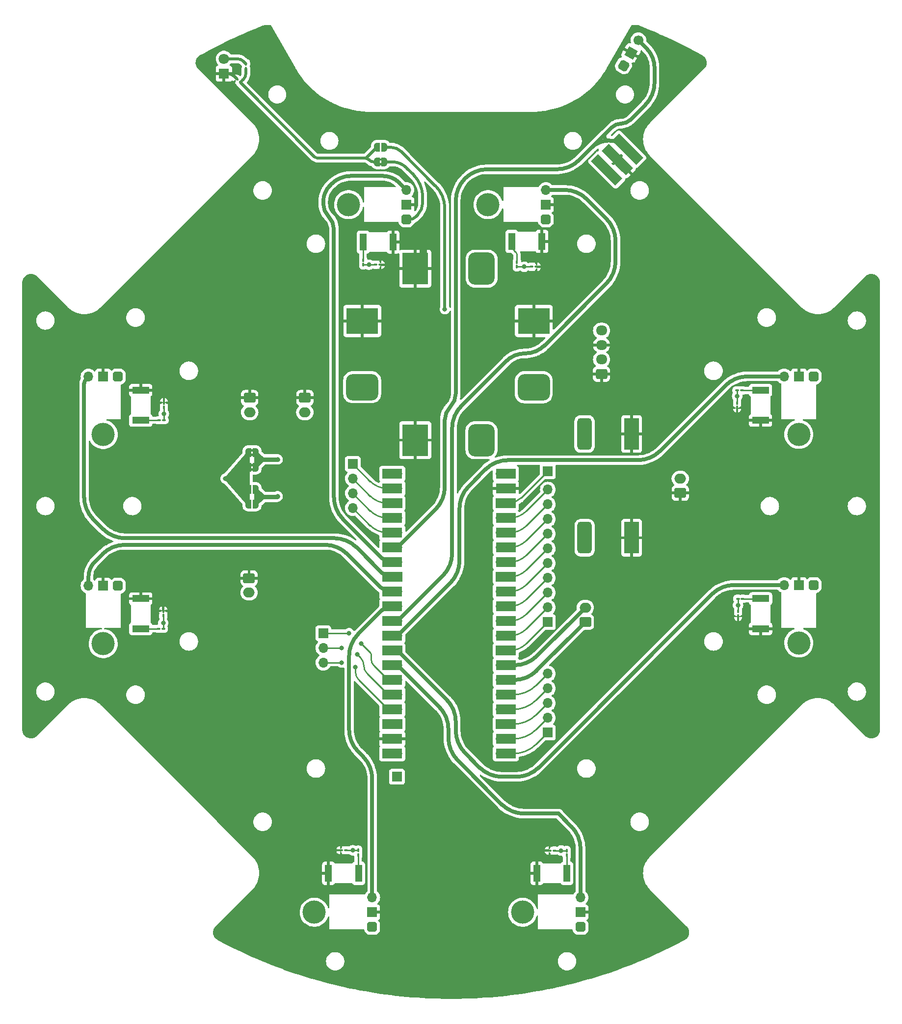
<source format=gtl>
%TF.GenerationSoftware,KiCad,Pcbnew,7.0.9*%
%TF.CreationDate,2024-01-03T16:13:27+08:00*%
%TF.ProjectId,bottom-rounded,626f7474-6f6d-42d7-926f-756e6465642e,rev?*%
%TF.SameCoordinates,Original*%
%TF.FileFunction,Copper,L1,Top*%
%TF.FilePolarity,Positive*%
%FSLAX46Y46*%
G04 Gerber Fmt 4.6, Leading zero omitted, Abs format (unit mm)*
G04 Created by KiCad (PCBNEW 7.0.9) date 2024-01-03 16:13:27*
%MOMM*%
%LPD*%
G01*
G04 APERTURE LIST*
G04 Aperture macros list*
%AMRoundRect*
0 Rectangle with rounded corners*
0 $1 Rounding radius*
0 $2 $3 $4 $5 $6 $7 $8 $9 X,Y pos of 4 corners*
0 Add a 4 corners polygon primitive as box body*
4,1,4,$2,$3,$4,$5,$6,$7,$8,$9,$2,$3,0*
0 Add four circle primitives for the rounded corners*
1,1,$1+$1,$2,$3*
1,1,$1+$1,$4,$5*
1,1,$1+$1,$6,$7*
1,1,$1+$1,$8,$9*
0 Add four rect primitives between the rounded corners*
20,1,$1+$1,$2,$3,$4,$5,0*
20,1,$1+$1,$4,$5,$6,$7,0*
20,1,$1+$1,$6,$7,$8,$9,0*
20,1,$1+$1,$8,$9,$2,$3,0*%
%AMHorizOval*
0 Thick line with rounded ends*
0 $1 width*
0 $2 $3 position (X,Y) of the first rounded end (center of the circle)*
0 $4 $5 position (X,Y) of the second rounded end (center of the circle)*
0 Add line between two ends*
20,1,$1,$2,$3,$4,$5,0*
0 Add two circle primitives to create the rounded ends*
1,1,$1,$2,$3*
1,1,$1,$4,$5*%
%AMRotRect*
0 Rectangle, with rotation*
0 The origin of the aperture is its center*
0 $1 length*
0 $2 width*
0 $3 Rotation angle, in degrees counterclockwise*
0 Add horizontal line*
21,1,$1,$2,0,0,$3*%
%AMOutline5P*
0 Free polygon, 5 corners , with rotation*
0 The origin of the aperture is its center*
0 number of corners: always 5*
0 $1 to $10 corner X, Y*
0 $11 Rotation angle, in degrees counterclockwise*
0 create outline with 5 corners*
4,1,5,$1,$2,$3,$4,$5,$6,$7,$8,$9,$10,$1,$2,$11*%
%AMOutline6P*
0 Free polygon, 6 corners , with rotation*
0 The origin of the aperture is its center*
0 number of corners: always 6*
0 $1 to $12 corner X, Y*
0 $13 Rotation angle, in degrees counterclockwise*
0 create outline with 6 corners*
4,1,6,$1,$2,$3,$4,$5,$6,$7,$8,$9,$10,$11,$12,$1,$2,$13*%
%AMOutline7P*
0 Free polygon, 7 corners , with rotation*
0 The origin of the aperture is its center*
0 number of corners: always 7*
0 $1 to $14 corner X, Y*
0 $15 Rotation angle, in degrees counterclockwise*
0 create outline with 7 corners*
4,1,7,$1,$2,$3,$4,$5,$6,$7,$8,$9,$10,$11,$12,$13,$14,$1,$2,$15*%
%AMOutline8P*
0 Free polygon, 8 corners , with rotation*
0 The origin of the aperture is its center*
0 number of corners: always 8*
0 $1 to $16 corner X, Y*
0 $17 Rotation angle, in degrees counterclockwise*
0 create outline with 8 corners*
4,1,8,$1,$2,$3,$4,$5,$6,$7,$8,$9,$10,$11,$12,$13,$14,$15,$16,$1,$2,$17*%
%AMFreePoly0*
4,1,19,0.500000,-0.750000,0.000000,-0.750000,0.000000,-0.744911,-0.071157,-0.744911,-0.207708,-0.704816,-0.327430,-0.627875,-0.420627,-0.520320,-0.479746,-0.390866,-0.500000,-0.250000,-0.500000,0.250000,-0.479746,0.390866,-0.420627,0.520320,-0.327430,0.627875,-0.207708,0.704816,-0.071157,0.744911,0.000000,0.744911,0.000000,0.750000,0.500000,0.750000,0.500000,-0.750000,0.500000,-0.750000,
$1*%
%AMFreePoly1*
4,1,19,0.000000,0.744911,0.071157,0.744911,0.207708,0.704816,0.327430,0.627875,0.420627,0.520320,0.479746,0.390866,0.500000,0.250000,0.500000,-0.250000,0.479746,-0.390866,0.420627,-0.520320,0.327430,-0.627875,0.207708,-0.704816,0.071157,-0.744911,0.000000,-0.744911,0.000000,-0.750000,-0.500000,-0.750000,-0.500000,0.750000,0.000000,0.750000,0.000000,0.744911,0.000000,0.744911,
$1*%
G04 Aperture macros list end*
%TA.AperFunction,SMDPad,CuDef*%
%ADD10R,2.500000X5.500000*%
%TD*%
%TA.AperFunction,ComponentPad*%
%ADD11R,2.000000X2.000000*%
%TD*%
%TA.AperFunction,SMDPad,CuDef*%
%ADD12RoundRect,0.625000X-0.625000X2.125000X-0.625000X-2.125000X0.625000X-2.125000X0.625000X2.125000X0*%
%TD*%
%TA.AperFunction,ComponentPad*%
%ADD13C,2.000000*%
%TD*%
%TA.AperFunction,SMDPad,CuDef*%
%ADD14RoundRect,0.100000X-0.217500X-0.100000X0.217500X-0.100000X0.217500X0.100000X-0.217500X0.100000X0*%
%TD*%
%TA.AperFunction,SMDPad,CuDef*%
%ADD15R,4.528000X5.544000*%
%TD*%
%TA.AperFunction,ComponentPad*%
%ADD16R,1.700000X1.700000*%
%TD*%
%TA.AperFunction,ComponentPad*%
%ADD17C,1.700000*%
%TD*%
%TA.AperFunction,SMDPad,CuDef*%
%ADD18RoundRect,1.132000X1.132000X1.640000X-1.132000X1.640000X-1.132000X-1.640000X1.132000X-1.640000X0*%
%TD*%
%TA.AperFunction,ComponentPad*%
%ADD19C,4.000000*%
%TD*%
%TA.AperFunction,ComponentPad*%
%ADD20Outline8P,-0.850000X0.510000X-0.510000X0.850000X0.510000X0.850000X0.850000X0.510000X0.850000X-0.510000X0.510000X-0.850000X-0.510000X-0.850000X-0.850000X-0.510000X270.000000*%
%TD*%
%TA.AperFunction,ComponentPad*%
%ADD21O,1.700000X1.700000*%
%TD*%
%TA.AperFunction,SMDPad,CuDef*%
%ADD22RoundRect,0.100000X0.217500X0.100000X-0.217500X0.100000X-0.217500X-0.100000X0.217500X-0.100000X0*%
%TD*%
%TA.AperFunction,SMDPad,CuDef*%
%ADD23FreePoly0,0.000000*%
%TD*%
%TA.AperFunction,SMDPad,CuDef*%
%ADD24FreePoly1,0.000000*%
%TD*%
%TA.AperFunction,SMDPad,CuDef*%
%ADD25R,3.500000X1.700000*%
%TD*%
%TA.AperFunction,SMDPad,CuDef*%
%ADD26R,1.190000X3.000000*%
%TD*%
%TA.AperFunction,SMDPad,CuDef*%
%ADD27RoundRect,0.100000X-0.100000X0.217500X-0.100000X-0.217500X0.100000X-0.217500X0.100000X0.217500X0*%
%TD*%
%TA.AperFunction,ComponentPad*%
%ADD28RoundRect,0.250000X0.750000X-0.600000X0.750000X0.600000X-0.750000X0.600000X-0.750000X-0.600000X0*%
%TD*%
%TA.AperFunction,ComponentPad*%
%ADD29O,2.000000X1.700000*%
%TD*%
%TA.AperFunction,ComponentPad*%
%ADD30RoundRect,0.250000X-0.750000X0.600000X-0.750000X-0.600000X0.750000X-0.600000X0.750000X0.600000X0*%
%TD*%
%TA.AperFunction,ComponentPad*%
%ADD31Outline8P,-0.850000X0.510000X-0.510000X0.850000X0.510000X0.850000X0.850000X0.510000X0.850000X-0.510000X0.510000X-0.850000X-0.510000X-0.850000X-0.850000X-0.510000X180.000000*%
%TD*%
%TA.AperFunction,ComponentPad*%
%ADD32RoundRect,0.250000X0.725000X-0.600000X0.725000X0.600000X-0.725000X0.600000X-0.725000X-0.600000X0*%
%TD*%
%TA.AperFunction,ComponentPad*%
%ADD33O,1.950000X1.700000*%
%TD*%
%TA.AperFunction,SMDPad,CuDef*%
%ADD34R,3.000000X1.190000*%
%TD*%
%TA.AperFunction,SMDPad,CuDef*%
%ADD35R,5.544000X4.528000*%
%TD*%
%TA.AperFunction,SMDPad,CuDef*%
%ADD36RoundRect,1.132000X1.640000X-1.132000X1.640000X1.132000X-1.640000X1.132000X-1.640000X-1.132000X0*%
%TD*%
%TA.AperFunction,SMDPad,CuDef*%
%ADD37RoundRect,0.100000X0.100000X-0.217500X0.100000X0.217500X-0.100000X0.217500X-0.100000X-0.217500X0*%
%TD*%
%TA.AperFunction,ComponentPad*%
%ADD38Outline8P,-0.850000X0.510000X-0.510000X0.850000X0.510000X0.850000X0.850000X0.510000X0.850000X-0.510000X0.510000X-0.850000X-0.510000X-0.850000X-0.850000X-0.510000X150.000000*%
%TD*%
%TA.AperFunction,ComponentPad*%
%ADD39RotRect,1.700000X1.700000X150.000000*%
%TD*%
%TA.AperFunction,ComponentPad*%
%ADD40HorizOval,1.700000X0.000000X0.000000X0.000000X0.000000X0*%
%TD*%
%TA.AperFunction,SMDPad,CuDef*%
%ADD41RoundRect,0.100000X0.224506X-0.083085X-0.083085X0.224506X-0.224506X0.083085X0.083085X-0.224506X0*%
%TD*%
%TA.AperFunction,ComponentPad*%
%ADD42R,1.800000X1.800000*%
%TD*%
%TA.AperFunction,ComponentPad*%
%ADD43C,1.800000*%
%TD*%
%TA.AperFunction,ComponentPad*%
%ADD44Outline8P,-0.850000X0.510000X-0.510000X0.850000X0.510000X0.850000X0.850000X0.510000X0.850000X-0.510000X0.510000X-0.850000X-0.510000X-0.850000X-0.850000X-0.510000X135.000000*%
%TD*%
%TA.AperFunction,SMDPad,CuDef*%
%ADD45RotRect,1.700000X5.969000X225.000000*%
%TD*%
%TA.AperFunction,ComponentPad*%
%ADD46RotRect,1.700000X1.700000X135.000000*%
%TD*%
%TA.AperFunction,ComponentPad*%
%ADD47HorizOval,1.700000X0.000000X0.000000X0.000000X0.000000X0*%
%TD*%
%TA.AperFunction,ViaPad*%
%ADD48C,0.800000*%
%TD*%
%TA.AperFunction,Conductor*%
%ADD49C,0.250000*%
%TD*%
%TA.AperFunction,Conductor*%
%ADD50C,0.500000*%
%TD*%
%TA.AperFunction,Conductor*%
%ADD51C,0.635000*%
%TD*%
%TA.AperFunction,Conductor*%
%ADD52C,0.760000*%
%TD*%
%TA.AperFunction,Conductor*%
%ADD53C,1.270000*%
%TD*%
G04 APERTURE END LIST*
%TA.AperFunction,EtchedComponent*%
%TO.C,JP6*%
G36*
X78086000Y-40440000D02*
G01*
X77586000Y-40440000D01*
X77586000Y-40040000D01*
X78086000Y-40040000D01*
X78086000Y-40440000D01*
G37*
%TD.AperFunction*%
%TA.AperFunction,EtchedComponent*%
G36*
X78086000Y-41240000D02*
G01*
X77586000Y-41240000D01*
X77586000Y-40840000D01*
X78086000Y-40840000D01*
X78086000Y-41240000D01*
G37*
%TD.AperFunction*%
%TA.AperFunction,EtchedComponent*%
%TO.C,JP3*%
G36*
X55904500Y-93105000D02*
G01*
X55404500Y-93105000D01*
X55404500Y-92705000D01*
X55904500Y-92705000D01*
X55904500Y-93105000D01*
G37*
%TD.AperFunction*%
%TA.AperFunction,EtchedComponent*%
G36*
X55904500Y-93905000D02*
G01*
X55404500Y-93905000D01*
X55404500Y-93505000D01*
X55904500Y-93505000D01*
X55904500Y-93905000D01*
G37*
%TD.AperFunction*%
%TA.AperFunction,EtchedComponent*%
%TO.C,JP4*%
G36*
X55904500Y-90565000D02*
G01*
X55404500Y-90565000D01*
X55404500Y-90165000D01*
X55904500Y-90165000D01*
X55904500Y-90565000D01*
G37*
%TD.AperFunction*%
%TA.AperFunction,EtchedComponent*%
G36*
X55904500Y-91365000D02*
G01*
X55404500Y-91365000D01*
X55404500Y-90965000D01*
X55904500Y-90965000D01*
X55904500Y-91365000D01*
G37*
%TD.AperFunction*%
%TD*%
D10*
%TO.P,V2,1,Pin_1*%
%TO.N,GND*%
X121130000Y-87562042D03*
D11*
X121142200Y-89262042D03*
X121130000Y-103762042D03*
D10*
X121130000Y-105462042D03*
D12*
%TO.P,V2,2,Pin_2*%
%TO.N,+12V*%
X113017800Y-87562042D03*
D13*
X113030000Y-89262042D03*
%TO.P,V2,3,Pin_3*%
%TO.N,+3.3V*%
X113030000Y-103762042D03*
D12*
X113030000Y-105462042D03*
%TD*%
D14*
%TO.P,R7,1*%
%TO.N,V_LED*%
X139495700Y-115976400D03*
%TO.P,R7,2*%
%TO.N,Net-(D7-A)*%
X140310700Y-115976400D03*
%TD*%
%TO.P,R6,1*%
%TO.N,V_LED*%
X139342200Y-80060800D03*
%TO.P,R6,2*%
%TO.N,Net-(D6-A)*%
X140157200Y-80060800D03*
%TD*%
D15*
%TO.P,V3,1,Pin_1*%
%TO.N,GND*%
X83823727Y-88618857D03*
D16*
X82553727Y-86840857D03*
X85093727Y-86840857D03*
X82553727Y-60840857D03*
X85093727Y-60840857D03*
D15*
X83823727Y-59040857D03*
D17*
%TO.P,V3,2,Pin_2*%
%TO.N,+12V*%
X93983727Y-60840857D03*
X96523727Y-60840857D03*
D18*
X95253727Y-59040857D03*
%TO.P,V3,3,Pin_3*%
%TO.N,+5V*%
X95231727Y-88640857D03*
D17*
X93983727Y-86840857D03*
X96523727Y-86840857D03*
%TD*%
D19*
%TO.P,T2,*%
%TO.N,*%
X29972000Y-87663642D03*
D20*
%TO.P,T2,1,Pin_1*%
%TO.N,+3.3V*%
X32512000Y-77663642D03*
D16*
%TO.P,T2,2,Pin_2*%
%TO.N,GND*%
X29972000Y-77663642D03*
D21*
%TO.P,T2,3,Pin_3*%
%TO.N,TEMT2*%
X27432000Y-77663642D03*
%TD*%
D22*
%TO.P,R3,1*%
%TO.N,V_LED*%
X40336300Y-121158000D03*
%TO.P,R3,2*%
%TO.N,Net-(D3-A)*%
X39521300Y-121158000D03*
%TD*%
D23*
%TO.P,JP1,1,A*%
%TO.N,V_LED*%
X55004500Y-99655000D03*
D24*
%TO.P,JP1,2,B*%
%TO.N,+5V*%
X56304500Y-99655000D03*
%TD*%
D23*
%TO.P,JP6,1,A*%
%TO.N,Net-(JP5-A)*%
X77186000Y-40640000D03*
D24*
%TO.P,JP6,2,B*%
%TO.N,+3.3V*%
X78486000Y-40640000D03*
%TD*%
D21*
%TO.P,U1,1,PB12*%
%TO.N,Net-(J5-Pin_1)*%
X98530000Y-142680000D03*
D25*
X99430000Y-142680000D03*
D21*
%TO.P,U1,2,PB13*%
%TO.N,Net-(J5-Pin_2)*%
X98530000Y-140140000D03*
D25*
X99430000Y-140140000D03*
D16*
%TO.P,U1,3,PB14*%
%TO.N,Net-(J5-Pin_3)*%
X98530000Y-137600000D03*
D25*
X99430000Y-137600000D03*
D21*
%TO.P,U1,4,PB15*%
%TO.N,Net-(J5-Pin_4)*%
X98530000Y-135060000D03*
D25*
X99430000Y-135060000D03*
D21*
%TO.P,U1,5,PA8*%
%TO.N,Net-(J5-Pin_5)*%
X98530000Y-132520000D03*
D25*
X99430000Y-132520000D03*
D21*
%TO.P,U1,6,PA9*%
%TO.N,PICO_RX*%
X98530000Y-129980000D03*
D25*
X99430000Y-129980000D03*
D21*
%TO.P,U1,7,PA10*%
%TO.N,PICO_TX*%
X98530000Y-127440000D03*
D25*
X99430000Y-127440000D03*
D16*
%TO.P,U1,8,PA11*%
%TO.N,Net-(J6-Pin_1)*%
X98530000Y-124900000D03*
D25*
X99430000Y-124900000D03*
D21*
%TO.P,U1,9,PA12*%
%TO.N,Net-(J6-Pin_2)*%
X98530000Y-122360000D03*
D25*
X99430000Y-122360000D03*
D21*
%TO.P,U1,10,PA15*%
%TO.N,Net-(J6-Pin_3)*%
X98530000Y-119820000D03*
D25*
X99430000Y-119820000D03*
D21*
%TO.P,U1,11,PB3*%
%TO.N,Net-(J6-Pin_4)*%
X98530000Y-117280000D03*
D25*
X99430000Y-117280000D03*
D21*
%TO.P,U1,12,PB4*%
%TO.N,Net-(J6-Pin_5)*%
X98530000Y-114740000D03*
D25*
X99430000Y-114740000D03*
D16*
%TO.P,U1,13,PB5*%
%TO.N,Net-(J6-Pin_6)*%
X98530000Y-112200000D03*
D25*
X99430000Y-112200000D03*
D21*
%TO.P,U1,14,PB6*%
%TO.N,Net-(J6-Pin_7)*%
X98530000Y-109660000D03*
D25*
X99430000Y-109660000D03*
D21*
%TO.P,U1,15,PB7*%
%TO.N,Net-(J6-Pin_8)*%
X98530000Y-107120000D03*
D25*
X99430000Y-107120000D03*
D21*
%TO.P,U1,16,PB8*%
%TO.N,Net-(J6-Pin_9)*%
X98530000Y-104580000D03*
D25*
X99430000Y-104580000D03*
D21*
%TO.P,U1,17,PB9*%
%TO.N,Net-(J6-Pin_10)*%
X98530000Y-102040000D03*
D25*
X99430000Y-102040000D03*
D16*
%TO.P,U1,18,5V*%
%TO.N,Net-(J7-Pin_1)*%
X98530000Y-99500000D03*
D25*
X99430000Y-99500000D03*
D21*
%TO.P,U1,19,GND*%
%TO.N,GND*%
X98530000Y-96960000D03*
D25*
X99430000Y-96960000D03*
D21*
%TO.P,U1,20,3V3*%
%TO.N,+3.3V*%
X98530000Y-94420000D03*
D25*
X99430000Y-94420000D03*
D21*
%TO.P,U1,21,VBAT*%
%TO.N,unconnected-(U1-VBAT-Pad21)*%
X80750000Y-94420000D03*
D25*
X79850000Y-94420000D03*
D21*
%TO.P,U1,22,PC13*%
%TO.N,Net-(J4-Pin_1)*%
X80750000Y-96960000D03*
D25*
X79850000Y-96960000D03*
D16*
%TO.P,U1,23,PC14*%
%TO.N,Net-(J4-Pin_2)*%
X80750000Y-99500000D03*
D25*
X79850000Y-99500000D03*
D21*
%TO.P,U1,24,PC15*%
%TO.N,Net-(J4-Pin_3)*%
X80750000Y-102040000D03*
D25*
X79850000Y-102040000D03*
D21*
%TO.P,U1,25,RST*%
%TO.N,Net-(J4-Pin_4)*%
X80750000Y-104580000D03*
D25*
X79850000Y-104580000D03*
D21*
%TO.P,U1,26,PA0*%
%TO.N,TEMT_BALLCAP*%
X80750000Y-107120000D03*
D25*
X79850000Y-107120000D03*
D21*
%TO.P,U1,27,PA1*%
%TO.N,TEMT1*%
X80750000Y-109660000D03*
D25*
X79850000Y-109660000D03*
D16*
%TO.P,U1,28,PA2*%
%TO.N,TEMT2*%
X80750000Y-112200000D03*
D25*
X79850000Y-112200000D03*
D21*
%TO.P,U1,29,PA3*%
%TO.N,TEMT3*%
X80750000Y-114740000D03*
D25*
X79850000Y-114740000D03*
D21*
%TO.P,U1,30,PA4*%
%TO.N,TEMT4*%
X80750000Y-117280000D03*
D25*
X79850000Y-117280000D03*
D21*
%TO.P,U1,31,PA5*%
%TO.N,TEMT5*%
X80750000Y-119820000D03*
D25*
X79850000Y-119820000D03*
D21*
%TO.P,U1,32,PA6*%
%TO.N,TEMT6*%
X80750000Y-122360000D03*
D25*
X79850000Y-122360000D03*
D16*
%TO.P,U1,33,PA7*%
%TO.N,TEMT7*%
X80750000Y-124900000D03*
D25*
X79850000Y-124900000D03*
D21*
%TO.P,U1,34,PB0*%
%TO.N,TEMT8*%
X80750000Y-127440000D03*
D25*
X79850000Y-127440000D03*
D21*
%TO.P,U1,35,PB1*%
%TO.N,Net-(J3-Pin_1)*%
X80750000Y-129980000D03*
D25*
X79850000Y-129980000D03*
D21*
%TO.P,U1,36,PB2*%
%TO.N,Net-(J3-Pin_2)*%
X80750000Y-132520000D03*
D25*
X79850000Y-132520000D03*
D21*
%TO.P,U1,37,PB10*%
%TO.N,Net-(J3-Pin_3)*%
X80750000Y-135060000D03*
D25*
X79850000Y-135060000D03*
D16*
%TO.P,U1,38,3V3*%
%TO.N,+3.3V*%
X80750000Y-137600000D03*
D25*
X79850000Y-137600000D03*
D21*
%TO.P,U1,39,GND*%
%TO.N,GND*%
X80750000Y-140140000D03*
D25*
X79850000Y-140140000D03*
D21*
%TO.P,U1,40,5V*%
%TO.N,Net-(J8-Pin_1)*%
X80750000Y-142680000D03*
D25*
X79850000Y-142680000D03*
%TD*%
D26*
%TO.P,D4,1,K*%
%TO.N,GND*%
X68844500Y-163333000D03*
%TO.P,D4,2,A*%
%TO.N,Net-(D4-A)*%
X74034500Y-163333000D03*
%TD*%
D16*
%TO.P,J3,1,Pin_1*%
%TO.N,Net-(J3-Pin_1)*%
X67945000Y-121920000D03*
D21*
%TO.P,J3,2,Pin_2*%
%TO.N,Net-(J3-Pin_2)*%
X67945000Y-124460000D03*
%TO.P,J3,3,Pin_3*%
%TO.N,Net-(J3-Pin_3)*%
X67945000Y-127000000D03*
%TD*%
D27*
%TO.P,R8,1*%
%TO.N,V_LED*%
X109931200Y-159409300D03*
%TO.P,R8,2*%
%TO.N,Net-(D8-A)*%
X109931200Y-160224300D03*
%TD*%
D28*
%TO.P,J1,1,Pin_1*%
%TO.N,PICO_RX*%
X113140000Y-119995000D03*
D29*
%TO.P,J1,2,Pin_2*%
%TO.N,PICO_TX*%
X113140000Y-117495000D03*
%TD*%
D27*
%TO.P,C7,1*%
%TO.N,V_LED*%
X139496800Y-118159700D03*
%TO.P,C7,2*%
%TO.N,GND*%
X139496800Y-118974700D03*
%TD*%
D30*
%TO.P,J9,1,Pin_1*%
%TO.N,GND*%
X55135000Y-112415000D03*
D29*
%TO.P,J9,2,Pin_2*%
%TO.N,+3.3V*%
X55135000Y-114915000D03*
%TD*%
D19*
%TO.P,T3,*%
%TO.N,*%
X29972000Y-123731642D03*
D20*
%TO.P,T3,1,Pin_1*%
%TO.N,+3.3V*%
X32512000Y-113731642D03*
D16*
%TO.P,T3,2,Pin_2*%
%TO.N,GND*%
X29972000Y-113731642D03*
D21*
%TO.P,T3,3,Pin_3*%
%TO.N,TEMT3*%
X27432000Y-113731642D03*
%TD*%
D19*
%TO.P,T4,*%
%TO.N,*%
X66387358Y-170053000D03*
D31*
%TO.P,T4,1,Pin_1*%
%TO.N,+3.3V*%
X76387358Y-172593000D03*
D16*
%TO.P,T4,2,Pin_2*%
%TO.N,GND*%
X76387358Y-170053000D03*
D21*
%TO.P,T4,3,Pin_3*%
%TO.N,TEMT4*%
X76387358Y-167513000D03*
%TD*%
D27*
%TO.P,C6,1*%
%TO.N,V_LED*%
X139344400Y-82193300D03*
%TO.P,C6,2*%
%TO.N,GND*%
X139344400Y-83008300D03*
%TD*%
D19*
%TO.P,T7,*%
%TO.N,*%
X149987000Y-123604642D03*
D20*
%TO.P,T7,1,Pin_1*%
%TO.N,+3.3V*%
X152527000Y-113604642D03*
D16*
%TO.P,T7,2,Pin_2*%
%TO.N,GND*%
X149987000Y-113604642D03*
D21*
%TO.P,T7,3,Pin_3*%
%TO.N,TEMT7*%
X147447000Y-113604642D03*
%TD*%
D23*
%TO.P,JP5,1,A*%
%TO.N,Net-(JP5-A)*%
X77186000Y-38100000D03*
D24*
%TO.P,JP5,2,B*%
%TO.N,+5V*%
X78486000Y-38100000D03*
%TD*%
D14*
%TO.P,C5,1*%
%TO.N,V_LED*%
X103859500Y-58724800D03*
%TO.P,C5,2*%
%TO.N,GND*%
X104674500Y-58724800D03*
%TD*%
D30*
%TO.P,J12,1,Pin_1*%
%TO.N,GND*%
X64770000Y-81320000D03*
D29*
%TO.P,J12,2,Pin_2*%
%TO.N,+5V*%
X64770000Y-83820000D03*
%TD*%
D32*
%TO.P,J2,1,Pin_1*%
%TO.N,GND*%
X115951000Y-77223000D03*
D33*
%TO.P,J2,2,Pin_2*%
%TO.N,+12V*%
X115951000Y-74723000D03*
%TO.P,J2,3,Pin_3*%
%TO.N,GND*%
X115951000Y-72223000D03*
%TO.P,J2,4,Pin_4*%
%TO.N,+12V*%
X115951000Y-69723000D03*
%TD*%
D22*
%TO.P,C8,1*%
%TO.N,V_LED*%
X107799800Y-159410400D03*
%TO.P,C8,2*%
%TO.N,GND*%
X106984800Y-159410400D03*
%TD*%
D19*
%TO.P,T8,*%
%TO.N,*%
X102328358Y-170053000D03*
D31*
%TO.P,T8,1,Pin_1*%
%TO.N,+3.3V*%
X112328358Y-172593000D03*
D16*
%TO.P,T8,2,Pin_2*%
%TO.N,GND*%
X112328358Y-170053000D03*
D21*
%TO.P,T8,3,Pin_3*%
%TO.N,TEMT8*%
X112328358Y-167513000D03*
%TD*%
D34*
%TO.P,D3,1,K*%
%TO.N,GND*%
X36438000Y-115961500D03*
%TO.P,D3,2,A*%
%TO.N,Net-(D3-A)*%
X36438000Y-121151500D03*
%TD*%
D35*
%TO.P,V1,1,Pin_1*%
%TO.N,GND*%
X74676000Y-68072000D03*
D16*
X76454000Y-66802000D03*
X76454000Y-69342000D03*
X102454000Y-66802000D03*
X102454000Y-69342000D03*
D35*
X104254000Y-68072000D03*
D17*
%TO.P,V1,2,Pin_2*%
%TO.N,+12V*%
X102454000Y-78232000D03*
X102454000Y-80772000D03*
D36*
X104254000Y-79502000D03*
%TO.P,V1,3,Pin_3*%
%TO.N,+3.3V*%
X74654000Y-79480000D03*
D17*
X76454000Y-78232000D03*
X76454000Y-80772000D03*
%TD*%
D19*
%TO.P,T5,*%
%TO.N,*%
X96359358Y-48006000D03*
D31*
%TO.P,T5,1,Pin_1*%
%TO.N,+3.3V*%
X106359358Y-50546000D03*
D16*
%TO.P,T5,2,Pin_2*%
%TO.N,GND*%
X106359358Y-48006000D03*
D21*
%TO.P,T5,3,Pin_3*%
%TO.N,TEMT5*%
X106359358Y-45466000D03*
%TD*%
D37*
%TO.P,C3,1*%
%TO.N,V_LED*%
X40335200Y-118923900D03*
%TO.P,C3,2*%
%TO.N,GND*%
X40335200Y-118108900D03*
%TD*%
D26*
%TO.P,D1,1,K*%
%TO.N,GND*%
X79999500Y-54472000D03*
%TO.P,D1,2,A*%
%TO.N,Net-(D1-A)*%
X74809500Y-54472000D03*
%TD*%
D16*
%TO.P,J5,1,Pin_1*%
%TO.N,Net-(J5-Pin_1)*%
X106680000Y-139065000D03*
D21*
%TO.P,J5,2,Pin_2*%
%TO.N,Net-(J5-Pin_2)*%
X106680000Y-136525000D03*
%TO.P,J5,3,Pin_3*%
%TO.N,Net-(J5-Pin_3)*%
X106680000Y-133985000D03*
%TO.P,J5,4,Pin_4*%
%TO.N,Net-(J5-Pin_4)*%
X106680000Y-131445000D03*
%TO.P,J5,5,Pin_5*%
%TO.N,Net-(J5-Pin_5)*%
X106680000Y-128905000D03*
%TD*%
D19*
%TO.P,T1,*%
%TO.N,*%
X72296000Y-48006000D03*
D31*
%TO.P,T1,1,Pin_1*%
%TO.N,+3.3V*%
X82296000Y-50546000D03*
D16*
%TO.P,T1,2,Pin_2*%
%TO.N,GND*%
X82296000Y-48006000D03*
D21*
%TO.P,T1,3,Pin_3*%
%TO.N,TEMT1*%
X82296000Y-45466000D03*
%TD*%
D23*
%TO.P,JP3,1,A*%
%TO.N,V_LED*%
X55004500Y-93305000D03*
D24*
%TO.P,JP3,2,B*%
%TO.N,+3.3V*%
X56304500Y-93305000D03*
%TD*%
D28*
%TO.P,J11,1,Pin_1*%
%TO.N,GND*%
X129540000Y-97750000D03*
D29*
%TO.P,J11,2,Pin_2*%
%TO.N,+5V*%
X129540000Y-95250000D03*
%TD*%
D22*
%TO.P,R2,1*%
%TO.N,V_LED*%
X40437900Y-85191600D03*
%TO.P,R2,2*%
%TO.N,Net-(D2-A)*%
X39622900Y-85191600D03*
%TD*%
D14*
%TO.P,C1,1*%
%TO.N,V_LED*%
X76959800Y-58369200D03*
%TO.P,C1,2*%
%TO.N,GND*%
X77774800Y-58369200D03*
%TD*%
D37*
%TO.P,R5,1*%
%TO.N,V_LED*%
X101346000Y-58725900D03*
%TO.P,R5,2*%
%TO.N,Net-(D5-A)*%
X101346000Y-57910900D03*
%TD*%
D19*
%TO.P,T6,*%
%TO.N,*%
X149987000Y-87630000D03*
D20*
%TO.P,T6,1,Pin_1*%
%TO.N,+3.3V*%
X152527000Y-77630000D03*
D16*
%TO.P,T6,2,Pin_2*%
%TO.N,GND*%
X149987000Y-77630000D03*
D21*
%TO.P,T6,3,Pin_3*%
%TO.N,TEMT6*%
X147447000Y-77630000D03*
%TD*%
D38*
%TO.P,T9,1,Pin_1*%
%TO.N,+3.3V*%
X119761000Y-24037331D03*
D39*
%TO.P,T9,2,Pin_2*%
%TO.N,GND*%
X121031000Y-21837626D03*
D40*
%TO.P,T9,3,Pin_3*%
%TO.N,TEMT_BALLCAP*%
X122301000Y-19637922D03*
%TD*%
D16*
%TO.P,J4,1,Pin_1*%
%TO.N,Net-(J4-Pin_1)*%
X73025000Y-92710000D03*
D21*
%TO.P,J4,2,Pin_2*%
%TO.N,Net-(J4-Pin_2)*%
X73025000Y-95250000D03*
%TO.P,J4,3,Pin_3*%
%TO.N,Net-(J4-Pin_3)*%
X73025000Y-97790000D03*
%TO.P,J4,4,Pin_4*%
%TO.N,Net-(J4-Pin_4)*%
X73025000Y-100330000D03*
%TD*%
D30*
%TO.P,J10,1,Pin_1*%
%TO.N,GND*%
X55245000Y-81320000D03*
D29*
%TO.P,J10,2,Pin_2*%
%TO.N,+3.3V*%
X55245000Y-83820000D03*
%TD*%
D22*
%TO.P,C4,1*%
%TO.N,V_LED*%
X71833400Y-159359600D03*
%TO.P,C4,2*%
%TO.N,GND*%
X71018400Y-159359600D03*
%TD*%
D37*
%TO.P,R9,1*%
%TO.N,Net-(JP5-A)*%
X54610000Y-24537500D03*
%TO.P,R9,2*%
%TO.N,Net-(D9-A)*%
X54610000Y-23722500D03*
%TD*%
%TO.P,C2,1*%
%TO.N,V_LED*%
X40436800Y-83008300D03*
%TO.P,C2,2*%
%TO.N,GND*%
X40436800Y-82193300D03*
%TD*%
D41*
%TO.P,C9,1*%
%TO.N,Net-(JP5-A)*%
X53628146Y-26958146D03*
%TO.P,C9,2*%
%TO.N,GND*%
X53051854Y-26381854D03*
%TD*%
D16*
%TO.P,J7,1,Pin_1*%
%TO.N,Net-(J7-Pin_1)*%
X106680000Y-93980000D03*
%TD*%
%TO.P,J8,1,Pin_1*%
%TO.N,Net-(J8-Pin_1)*%
X80645000Y-146685000D03*
%TD*%
D34*
%TO.P,D6,1,K*%
%TO.N,GND*%
X143383000Y-85217000D03*
%TO.P,D6,2,A*%
%TO.N,Net-(D6-A)*%
X143383000Y-80027000D03*
%TD*%
D23*
%TO.P,JP4,1,A*%
%TO.N,V_LED*%
X55004500Y-90765000D03*
D24*
%TO.P,JP4,2,B*%
%TO.N,+3.3V*%
X56304500Y-90765000D03*
%TD*%
D37*
%TO.P,R1,1*%
%TO.N,V_LED*%
X74828400Y-58371400D03*
%TO.P,R1,2*%
%TO.N,Net-(D1-A)*%
X74828400Y-57556400D03*
%TD*%
D42*
%TO.P,D9,1,K*%
%TO.N,GND*%
X50800000Y-25400000D03*
D43*
%TO.P,D9,2,A*%
%TO.N,Net-(D9-A)*%
X50800000Y-22860000D03*
%TD*%
D34*
%TO.P,D2,1,K*%
%TO.N,GND*%
X36438000Y-80020500D03*
%TO.P,D2,2,A*%
%TO.N,Net-(D2-A)*%
X36438000Y-85210500D03*
%TD*%
D16*
%TO.P,J6,1,Pin_1*%
%TO.N,Net-(J6-Pin_1)*%
X106680000Y-120015000D03*
D21*
%TO.P,J6,2,Pin_2*%
%TO.N,Net-(J6-Pin_2)*%
X106680000Y-117475000D03*
%TO.P,J6,3,Pin_3*%
%TO.N,Net-(J6-Pin_3)*%
X106680000Y-114935000D03*
%TO.P,J6,4,Pin_4*%
%TO.N,Net-(J6-Pin_4)*%
X106680000Y-112395000D03*
%TO.P,J6,5,Pin_5*%
%TO.N,Net-(J6-Pin_5)*%
X106680000Y-109855000D03*
%TO.P,J6,6,Pin_6*%
%TO.N,Net-(J6-Pin_6)*%
X106680000Y-107315000D03*
%TO.P,J6,7,Pin_7*%
%TO.N,Net-(J6-Pin_7)*%
X106680000Y-104775000D03*
%TO.P,J6,8,Pin_8*%
%TO.N,Net-(J6-Pin_8)*%
X106680000Y-102235000D03*
%TO.P,J6,9,Pin_9*%
%TO.N,Net-(J6-Pin_9)*%
X106680000Y-99695000D03*
%TO.P,J6,10,Pin_10*%
%TO.N,Net-(J6-Pin_10)*%
X106680000Y-97155000D03*
%TD*%
D26*
%TO.P,D8,1,K*%
%TO.N,GND*%
X104785500Y-163333000D03*
%TO.P,D8,2,A*%
%TO.N,Net-(D8-A)*%
X109975500Y-163333000D03*
%TD*%
D34*
%TO.P,D7,1,K*%
%TO.N,GND*%
X143394000Y-121147500D03*
%TO.P,D7,2,A*%
%TO.N,Net-(D7-A)*%
X143394000Y-115957500D03*
%TD*%
D26*
%TO.P,D5,1,K*%
%TO.N,GND*%
X105664000Y-54356000D03*
%TO.P,D5,2,A*%
%TO.N,Net-(D5-A)*%
X100474000Y-54356000D03*
%TD*%
D23*
%TO.P,JP2,1,A*%
%TO.N,V_LED*%
X55004500Y-97115000D03*
D24*
%TO.P,JP2,2,B*%
%TO.N,+5V*%
X56304500Y-97115000D03*
%TD*%
D44*
%TO.P,T10,1,Pin_1*%
%TO.N,+3.3V*%
X117748582Y-42926309D03*
D45*
X116850556Y-42028283D03*
D46*
%TO.P,T10,2,Pin_2*%
%TO.N,GND*%
X119544633Y-41130258D03*
D45*
X118646608Y-40232232D03*
D47*
%TO.P,T10,3,Pin_3*%
%TO.N,TEMT_BALLCAP*%
X121340684Y-39334207D03*
D45*
X120442658Y-38436182D03*
%TD*%
D27*
%TO.P,R4,1*%
%TO.N,V_LED*%
X73964800Y-159358500D03*
%TO.P,R4,2*%
%TO.N,Net-(D4-A)*%
X73964800Y-160173500D03*
%TD*%
D48*
%TO.N,+3.3V*%
X60071000Y-91948000D03*
%TO.N,GND*%
X85191600Y-53390800D03*
%TO.N,V_LED*%
X40436800Y-84074000D03*
X73025000Y-159359600D03*
X75819000Y-58369200D03*
X139344400Y-81026000D03*
X108966000Y-159410400D03*
X139496800Y-117094000D03*
X102616000Y-58724800D03*
X51054000Y-95250000D03*
X40335200Y-120142000D03*
%TO.N,+5V*%
X60071000Y-98298000D03*
X88900000Y-66040000D03*
%TO.N,Net-(J3-Pin_1)*%
X72390000Y-121920000D03*
X74445000Y-123675000D03*
%TO.N,Net-(J3-Pin_2)*%
X73810000Y-125580000D03*
X71120000Y-124460000D03*
%TO.N,Net-(J3-Pin_3)*%
X73492500Y-127802500D03*
X71120000Y-127000000D03*
%TD*%
D49*
%TO.N,Net-(J7-Pin_1)*%
X99845000Y-99499996D02*
G75*
G03*
X102089845Y-98570154I0J3174696D01*
G01*
D50*
%TO.N,Net-(JP5-A)*%
X54119059Y-26467205D02*
G75*
G03*
X54610000Y-25282016I-1185159J1185205D01*
G01*
X66450496Y-39780490D02*
G75*
G03*
X66992500Y-40005000I542004J541990D01*
G01*
X75789503Y-40229509D02*
G75*
G03*
X75247500Y-40005000I-542003J-541991D01*
G01*
X75882496Y-40322504D02*
G75*
G03*
X76649012Y-40640000I766504J766504D01*
G01*
X75105500Y-40004997D02*
G75*
G03*
X75405097Y-39880902I0J423697D01*
G01*
X75105500Y-40005000D02*
X75105500Y-40005000D01*
X67627500Y-40005000D02*
X66992500Y-40005000D01*
X74754500Y-40005000D02*
X75105500Y-40005000D01*
X75105500Y-40005000D02*
X74754500Y-40005000D01*
D49*
%TO.N,Net-(J6-Pin_10)*%
X100162500Y-102040000D02*
G75*
G03*
X102949351Y-100885648I0J3941200D01*
G01*
%TO.N,Net-(J6-Pin_9)*%
X100162500Y-104580000D02*
G75*
G03*
X102949351Y-103425648I0J3941200D01*
G01*
%TO.N,Net-(J6-Pin_8)*%
X100162500Y-107120000D02*
G75*
G03*
X102949351Y-105965648I0J3941200D01*
G01*
%TO.N,Net-(J6-Pin_7)*%
X100162500Y-109660000D02*
G75*
G03*
X102949351Y-108505648I0J3941200D01*
G01*
%TO.N,Net-(J6-Pin_6)*%
X100162500Y-112200000D02*
G75*
G03*
X102949351Y-111045648I0J3941200D01*
G01*
%TO.N,Net-(J6-Pin_5)*%
X100162500Y-114740000D02*
G75*
G03*
X102949351Y-113585648I0J3941200D01*
G01*
%TO.N,Net-(J6-Pin_4)*%
X100162500Y-117280000D02*
G75*
G03*
X102949351Y-116125648I0J3941200D01*
G01*
%TO.N,Net-(J6-Pin_3)*%
X100162500Y-119820000D02*
G75*
G03*
X102949351Y-118665648I0J3941200D01*
G01*
%TO.N,Net-(J6-Pin_2)*%
X100162500Y-122360000D02*
G75*
G03*
X102949351Y-121205648I0J3941200D01*
G01*
%TO.N,Net-(J6-Pin_1)*%
X100162500Y-124900000D02*
G75*
G03*
X102949351Y-123745648I0J3941200D01*
G01*
%TO.N,Net-(J5-Pin_5)*%
X100811036Y-132520010D02*
G75*
G03*
X104658792Y-130926207I-36J5441610D01*
G01*
%TO.N,Net-(J5-Pin_4)*%
X100811036Y-135060010D02*
G75*
G03*
X104658792Y-133466207I-36J5441610D01*
G01*
%TO.N,Net-(J5-Pin_3)*%
X100811036Y-137600010D02*
G75*
G03*
X104658792Y-136006207I-36J5441610D01*
G01*
%TO.N,Net-(J5-Pin_2)*%
X100811036Y-140140010D02*
G75*
G03*
X104658792Y-138546207I-36J5441610D01*
G01*
%TO.N,Net-(J5-Pin_1)*%
X100811036Y-142680010D02*
G75*
G03*
X104658792Y-141086207I-36J5441610D01*
G01*
%TO.N,Net-(J4-Pin_4)*%
X76046400Y-103351402D02*
G75*
G03*
X79012500Y-104580000I2966100J2966102D01*
G01*
%TO.N,Net-(J4-Pin_3)*%
X76046400Y-100811402D02*
G75*
G03*
X79012500Y-102040000I2966100J2966102D01*
G01*
%TO.N,Net-(J4-Pin_2)*%
X76046400Y-98271402D02*
G75*
G03*
X79012500Y-99500000I2966100J2966102D01*
G01*
%TO.N,Net-(J4-Pin_1)*%
X76046400Y-95731402D02*
G75*
G03*
X79012500Y-96960000I2966100J2966102D01*
G01*
%TO.N,Net-(J3-Pin_3)*%
X78570788Y-134490770D02*
G75*
G03*
X79945000Y-135060000I1374212J1374170D01*
G01*
X73492488Y-128607500D02*
G75*
G03*
X74061720Y-129981720I1943412J0D01*
G01*
%TO.N,Net-(J3-Pin_2)*%
X74929988Y-127505000D02*
G75*
G03*
X75499220Y-128879220I1943412J0D01*
G01*
X78570788Y-131950770D02*
G75*
G03*
X79945000Y-132520000I1374212J1374170D01*
G01*
X74930016Y-127491959D02*
G75*
G03*
X74369999Y-126140001I-1912016J-41D01*
G01*
%TO.N,Net-(J3-Pin_1)*%
X76199998Y-126385000D02*
G75*
G03*
X76663155Y-127503153I1581302J0D01*
G01*
X76200009Y-125580000D02*
G75*
G03*
X76093933Y-125323933I-362109J0D01*
G01*
X78570788Y-129410770D02*
G75*
G03*
X79945000Y-129980000I1374212J1374170D01*
G01*
X76200000Y-125580000D02*
X76200000Y-125880000D01*
D51*
%TO.N,TEMT_BALLCAP*%
X123501200Y-30803785D02*
G75*
G03*
X125095000Y-26956036I-3847800J3847785D01*
G01*
X87306200Y-100563785D02*
G75*
G03*
X88900000Y-96716036I-3847800J3847785D01*
G01*
X125095002Y-24407578D02*
G75*
G03*
X123698000Y-21034922I-4769702J-22D01*
G01*
X89852511Y-82867511D02*
G75*
G03*
X90805000Y-80567961I-2299511J2299511D01*
G01*
X89852489Y-82867489D02*
G75*
G03*
X88900000Y-85167038I2299511J-2299511D01*
G01*
X117184576Y-36956972D02*
G75*
G03*
X114211519Y-38188480I24J-4204528D01*
G01*
X116588499Y-35811588D02*
G75*
G03*
X117184576Y-36957000I538801J-447412D01*
G01*
X92392511Y-43497511D02*
G75*
G03*
X90805000Y-47330064I3832589J-3832589D01*
G01*
X96225064Y-41909986D02*
G75*
G03*
X92392501Y-43497501I36J-5420114D01*
G01*
X120114582Y-38145469D02*
G75*
G03*
X117245432Y-36957000I-2869182J-2869131D01*
G01*
X119316500Y-34035989D02*
G75*
G03*
X117690481Y-34709520I0J-2299511D01*
G01*
X108236036Y-41910010D02*
G75*
G03*
X112083792Y-40316207I-36J5441610D01*
G01*
X119316500Y-34036010D02*
G75*
G03*
X120942519Y-33362480I0J2299510D01*
G01*
X114211519Y-38188480D02*
X116588451Y-35811548D01*
%TO.N,TEMT8*%
X89534990Y-139986036D02*
G75*
G03*
X91128793Y-143833791I5441610J36D01*
G01*
X112328381Y-159098963D02*
G75*
G03*
X110734565Y-155251207I-5441581J-37D01*
G01*
X89535010Y-138478963D02*
G75*
G03*
X87941206Y-134631208I-5441610J-37D01*
G01*
X108584973Y-153068321D02*
G75*
G03*
X108608562Y-153125202I80427J21D01*
G01*
X98736215Y-151441199D02*
G75*
G03*
X102583963Y-153035000I3847785J3847799D01*
G01*
X108585000Y-153068321D02*
G75*
G03*
X108551679Y-153035000I-33300J21D01*
G01*
%TO.N,TEMT7*%
X94926215Y-145091199D02*
G75*
G03*
X98773963Y-146685000I3847785J3847799D01*
G01*
X138839321Y-113604660D02*
G75*
G03*
X134991566Y-115198435I-21J-5441540D01*
G01*
X90804990Y-138716036D02*
G75*
G03*
X92398793Y-142563791I5441610J36D01*
G01*
X90805010Y-137208963D02*
G75*
G03*
X89211206Y-133361208I-5441610J-37D01*
G01*
X101251036Y-146685010D02*
G75*
G03*
X105098792Y-145091207I-36J5441610D01*
G01*
%TO.N,TEMT6*%
X89846200Y-113263785D02*
G75*
G03*
X91440000Y-109416036I-3847800J3847785D01*
G01*
X122206036Y-92075010D02*
G75*
G03*
X126053792Y-90481207I-36J5441610D01*
G01*
X93033821Y-96577236D02*
G75*
G03*
X91440000Y-100424963I3847679J-3847764D01*
G01*
X141158963Y-77629960D02*
G75*
G03*
X137311208Y-79223793I37J-5441540D01*
G01*
X99789963Y-92074960D02*
G75*
G03*
X95942208Y-93668793I37J-5441540D01*
G01*
%TO.N,TEMT5*%
X102787500Y-73660002D02*
G75*
G03*
X106115504Y-72281495I0J4706502D01*
G01*
X91763821Y-82734236D02*
G75*
G03*
X90170000Y-86581963I3847679J-3847764D01*
G01*
X88576200Y-111993785D02*
G75*
G03*
X90170000Y-108146036I-3847800J3847785D01*
G01*
X113404584Y-47059800D02*
G75*
G03*
X109556836Y-45466000I-3847784J-3847800D01*
G01*
X118364010Y-54273163D02*
G75*
G03*
X116770206Y-50425408I-5441610J-37D01*
G01*
X102787500Y-73659997D02*
G75*
G03*
X99459495Y-75038504I0J-4706503D01*
G01*
X116770200Y-61626785D02*
G75*
G03*
X118364000Y-57779036I-3847800J3847785D01*
G01*
%TO.N,TEMT4*%
X76387381Y-147033963D02*
G75*
G03*
X74793565Y-143186207I-5441581J-37D01*
G01*
X79752500Y-117280006D02*
G75*
G03*
X78049661Y-117985339I0J-2408194D01*
G01*
X72390031Y-138528678D02*
G75*
G03*
X73983793Y-142376433I5441569J-22D01*
G01*
X73983821Y-122051236D02*
G75*
G03*
X72390000Y-125898963I3847679J-3847764D01*
G01*
%TO.N,TEMT3*%
X72078784Y-108273800D02*
G75*
G03*
X68231036Y-106680000I-3847784J-3847800D01*
G01*
X77765408Y-113960420D02*
G75*
G03*
X79647500Y-114740000I1882092J1882120D01*
G01*
X28506246Y-109618943D02*
G75*
G03*
X27432000Y-112212421I2593454J-2593457D01*
G01*
X33699163Y-106679960D02*
G75*
G03*
X29851408Y-108273793I37J-5441540D01*
G01*
%TO.N,TEMT2*%
X78049655Y-111494665D02*
G75*
G03*
X79752500Y-112200000I1702845J1702865D01*
G01*
X29927615Y-103943199D02*
G75*
G03*
X33775363Y-105537000I3847785J3847799D01*
G01*
X26682503Y-98444136D02*
G75*
G03*
X28276292Y-102291892I5441547J-4D01*
G01*
X27057236Y-78038378D02*
G75*
G03*
X26682500Y-78943118I904764J-904722D01*
G01*
X73685784Y-107130800D02*
G75*
G03*
X69838036Y-105537000I-3847784J-3847800D01*
G01*
%TO.N,TEMT1*%
X78049655Y-108954665D02*
G75*
G03*
X79752500Y-109660000I1702845J1702865D01*
G01*
X67944992Y-47852519D02*
G75*
G03*
X68861750Y-50065750I3130008J19D01*
G01*
X69778508Y-52278980D02*
G75*
G03*
X68861750Y-50065750I-3130008J-20D01*
G01*
X81089514Y-44259486D02*
G75*
G03*
X78176751Y-43053000I-2912714J-2912714D01*
G01*
X69112427Y-44679560D02*
G75*
G03*
X67945000Y-47498000I2818473J-2818440D01*
G01*
X69778490Y-98429536D02*
G75*
G03*
X71372293Y-102277291I5441610J36D01*
G01*
X72714656Y-43052953D02*
G75*
G03*
X69342000Y-44450000I44J-4769647D01*
G01*
D52*
%TO.N,+5V*%
X59854197Y-98424998D02*
G75*
G03*
X60007499Y-98361499I3J216798D01*
G01*
D50*
X81408312Y-38863330D02*
G75*
G03*
X79565500Y-38100000I-1842812J-1842770D01*
G01*
X88900010Y-48608963D02*
G75*
G03*
X87306206Y-44761208I-5441610J-37D01*
G01*
D52*
X57654500Y-98425000D02*
X57574500Y-98425000D01*
D49*
%TO.N,V_LED*%
X40436791Y-85189722D02*
G75*
G03*
X40437350Y-85191050I1909J22D01*
G01*
X139344418Y-80064555D02*
G75*
G03*
X139343300Y-80061900I-3818J-45D01*
G01*
X74832154Y-58369152D02*
G75*
G03*
X74829500Y-58370300I46J-3748D01*
G01*
X73962922Y-159359609D02*
G75*
G03*
X73964250Y-159359050I-22J1909D01*
G01*
X40335191Y-121156122D02*
G75*
G03*
X40335750Y-121157450I1909J22D01*
G01*
X101347877Y-58724791D02*
G75*
G03*
X101346550Y-58725350I23J-1909D01*
G01*
X139496809Y-115978277D02*
G75*
G03*
X139496250Y-115976950I-1909J-23D01*
G01*
X109929322Y-159410409D02*
G75*
G03*
X109930650Y-159409850I-22J1909D01*
G01*
D52*
X51829500Y-95250000D02*
X51829500Y-95250000D01*
D51*
%TO.N,PICO_TX*%
X100941036Y-127440010D02*
G75*
G03*
X104788792Y-125846207I-36J5441610D01*
G01*
%TO.N,PICO_RX*%
X100901036Y-129980010D02*
G75*
G03*
X104748792Y-128386207I-36J5441610D01*
G01*
D50*
%TO.N,Net-(D9-A)*%
X54178744Y-23291256D02*
G75*
G03*
X53137620Y-22860000I-1041144J-1041144D01*
G01*
D49*
%TO.N,Net-(D8-A)*%
X109931211Y-163257375D02*
G75*
G03*
X109953351Y-163310849I75589J-25D01*
G01*
%TO.N,Net-(D7-A)*%
X143361735Y-115976414D02*
G75*
G03*
X143384549Y-115966949I-35J32314D01*
G01*
%TO.N,Net-(D6-A)*%
X143325299Y-80060799D02*
G75*
G03*
X143366099Y-80043899I1J57699D01*
G01*
%TO.N,Net-(D5-A)*%
X101146696Y-56188702D02*
G75*
G03*
X101128111Y-56181000I-18596J-18598D01*
G01*
X101346011Y-56534371D02*
G75*
G03*
X101242499Y-56284501I-353411J-29D01*
G01*
X101109515Y-56173308D02*
G75*
G03*
X101128111Y-56181000I18585J18608D01*
G01*
X100474021Y-55082949D02*
G75*
G03*
X100795611Y-55859388I1097979J-51D01*
G01*
%TO.N,Net-(D4-A)*%
X73964794Y-163214014D02*
G75*
G03*
X73999650Y-163298150I119006J14D01*
G01*
%TO.N,Net-(D3-A)*%
X36441251Y-121154749D02*
G75*
G03*
X36449096Y-121158000I7849J7849D01*
G01*
%TO.N,Net-(D2-A)*%
X36470264Y-85191586D02*
G75*
G03*
X36447451Y-85201051I36J-32314D01*
G01*
%TO.N,Net-(D1-A)*%
X74809486Y-57524135D02*
G75*
G03*
X74818951Y-57546949I32314J35D01*
G01*
D53*
%TO.N,GND*%
X85142679Y-60791936D02*
G75*
G03*
X85191600Y-60673777I-118179J118136D01*
G01*
D50*
X52519007Y-25849017D02*
G75*
G03*
X51435000Y-25400000I-1084007J-1083983D01*
G01*
%TO.N,+3.3V*%
X85089996Y-46672500D02*
G75*
G03*
X83518454Y-42878456I-5365596J0D01*
G01*
X82267837Y-41627819D02*
G75*
G03*
X79883000Y-40640000I-2384837J-2384881D01*
G01*
X82867500Y-50546006D02*
G75*
G03*
X83843111Y-50141888I0J1379706D01*
G01*
X84264510Y-49720510D02*
G75*
G03*
X85090000Y-47727566I-1992910J1992910D01*
G01*
D52*
X57748500Y-91948000D02*
X57574500Y-91948000D01*
X57574500Y-91948000D02*
X57487500Y-91948000D01*
D50*
X82867500Y-50546000D02*
X82296000Y-50546000D01*
X85090000Y-46672500D02*
X85090000Y-47727566D01*
X83518455Y-42878455D02*
X82267828Y-41627828D01*
X79883000Y-40640000D02*
X78486000Y-40640000D01*
X83843111Y-50141888D02*
X84264500Y-49720500D01*
D52*
X57748500Y-91948000D02*
X60071000Y-91948000D01*
D50*
%TO.N,GND*%
X51435000Y-25400000D02*
X50800000Y-25400000D01*
D53*
X85191600Y-60673777D02*
X85191600Y-53390800D01*
X85142663Y-60791920D02*
X85093727Y-60840857D01*
D50*
X52519012Y-25849012D02*
X53051854Y-26381854D01*
D49*
%TO.N,Net-(D1-A)*%
X74809500Y-57524135D02*
X74809500Y-54472000D01*
X74818950Y-57546950D02*
X74828400Y-57556400D01*
%TO.N,Net-(D2-A)*%
X36470264Y-85191600D02*
X39622900Y-85191600D01*
X36447450Y-85201050D02*
X36438000Y-85210500D01*
%TO.N,Net-(D3-A)*%
X36449096Y-121158000D02*
X39521300Y-121158000D01*
X36441250Y-121154750D02*
X36438000Y-121151500D01*
%TO.N,Net-(D4-A)*%
X73964800Y-163214014D02*
X73964800Y-160173500D01*
X73999650Y-163298150D02*
X74034500Y-163333000D01*
%TO.N,Net-(D5-A)*%
X100474000Y-55082949D02*
X100474000Y-54356000D01*
X101146699Y-56188699D02*
X101242500Y-56284500D01*
X101346000Y-56534371D02*
X101346000Y-57910900D01*
X101109523Y-56173300D02*
X100795611Y-55859388D01*
%TO.N,Net-(D6-A)*%
X143366100Y-80043900D02*
X143383000Y-80027000D01*
X143325299Y-80060800D02*
X140157200Y-80060800D01*
%TO.N,Net-(D7-A)*%
X143361735Y-115976400D02*
X140310700Y-115976400D01*
X143384550Y-115966950D02*
X143394000Y-115957500D01*
%TO.N,Net-(D8-A)*%
X109931200Y-163257375D02*
X109931200Y-160224300D01*
X109953350Y-163310850D02*
X109975500Y-163333000D01*
D50*
%TO.N,Net-(D9-A)*%
X53137620Y-22860000D02*
X50800000Y-22860000D01*
X54178750Y-23291250D02*
X54610000Y-23722500D01*
D51*
%TO.N,PICO_RX*%
X100901036Y-129980000D02*
X98530000Y-129980000D01*
X104748792Y-128386207D02*
X113140000Y-119995000D01*
%TO.N,PICO_TX*%
X104788792Y-125846207D02*
X113140000Y-117495000D01*
X100941036Y-127440000D02*
X98530000Y-127440000D01*
D49*
%TO.N,V_LED*%
X75819000Y-58369200D02*
X76959800Y-58369200D01*
X74832155Y-58369200D02*
X75819000Y-58369200D01*
X101346550Y-58725350D02*
X101346000Y-58725900D01*
X139496250Y-115976950D02*
X139495700Y-115976400D01*
X73964250Y-159359050D02*
X73964800Y-159358500D01*
D52*
X51054000Y-95250000D02*
X51829500Y-95250000D01*
D49*
X73025000Y-159359600D02*
X71833400Y-159359600D01*
X102616000Y-58724800D02*
X103859500Y-58724800D01*
X109930650Y-159409850D02*
X109931200Y-159409300D01*
X74829500Y-58370300D02*
X74828400Y-58371400D01*
X40437350Y-85191050D02*
X40437900Y-85191600D01*
X108966000Y-159410400D02*
X107799800Y-159410400D01*
X40436800Y-84074000D02*
X40436800Y-83008300D01*
X40335200Y-121156122D02*
X40335200Y-120142000D01*
X40335200Y-120142000D02*
X40335200Y-118923900D01*
X139496800Y-117094000D02*
X139496800Y-115978277D01*
X139344400Y-80064555D02*
X139344400Y-81026000D01*
X139343300Y-80061900D02*
X139342200Y-80060800D01*
X102616000Y-58724800D02*
X101347877Y-58724800D01*
X108966000Y-159410400D02*
X109929322Y-159410400D01*
X139496800Y-117094000D02*
X139496800Y-118159700D01*
X139344400Y-81026000D02*
X139344400Y-82193300D01*
X40335750Y-121157450D02*
X40336300Y-121158000D01*
X40436800Y-85189722D02*
X40436800Y-84074000D01*
X73025000Y-159359600D02*
X73962922Y-159359600D01*
D50*
%TO.N,+5V*%
X88900000Y-48608963D02*
X88900000Y-66040000D01*
D52*
X59854197Y-98425000D02*
X57654500Y-98425000D01*
X60007500Y-98361500D02*
X60071000Y-98298000D01*
D50*
X79565500Y-38100000D02*
X78486000Y-38100000D01*
D52*
X57574500Y-98425000D02*
X57534500Y-98425000D01*
D50*
X81408321Y-38863321D02*
X87306207Y-44761207D01*
D51*
%TO.N,TEMT1*%
X78176751Y-43053000D02*
X72714656Y-43053000D01*
X67945000Y-47852519D02*
X67945000Y-47498000D01*
X79752500Y-109660000D02*
X80750000Y-109660000D01*
X81089500Y-44259500D02*
X82296000Y-45466000D01*
X78049660Y-108954660D02*
X71372292Y-102277292D01*
X69778500Y-52278980D02*
X69778500Y-98429536D01*
X69112433Y-44679566D02*
X69342000Y-44450000D01*
%TO.N,TEMT2*%
X33775363Y-105537000D02*
X69838036Y-105537000D01*
X79752500Y-112200000D02*
X80750000Y-112200000D01*
X26682500Y-98444136D02*
X26682500Y-78943118D01*
X27057250Y-78038392D02*
X27432000Y-77663642D01*
X29927607Y-103943207D02*
X28276292Y-102291892D01*
X78049660Y-111494660D02*
X73685792Y-107130792D01*
%TO.N,TEMT3*%
X72078792Y-108273792D02*
X77765414Y-113960414D01*
X27432000Y-112212421D02*
X27432000Y-113731642D01*
X28506251Y-109618948D02*
X29851407Y-108273792D01*
X68231036Y-106680000D02*
X33699163Y-106680000D01*
X79647500Y-114740000D02*
X80750000Y-114740000D01*
%TO.N,TEMT4*%
X74793565Y-143186207D02*
X73983792Y-142376434D01*
X78049660Y-117985338D02*
X73983792Y-122051207D01*
X72390000Y-138528678D02*
X72390000Y-125898963D01*
X76387358Y-147033963D02*
X76387358Y-167513000D01*
X79752500Y-117280000D02*
X80750000Y-117280000D01*
%TO.N,TEMT5*%
X91763792Y-82734207D02*
X99459495Y-75038504D01*
X90170000Y-86581963D02*
X90170000Y-108146036D01*
X88576207Y-111993792D02*
X80750000Y-119820000D01*
X113404592Y-47059792D02*
X116770207Y-50425407D01*
X118364000Y-54273163D02*
X118364000Y-57779036D01*
X109556836Y-45466000D02*
X106359358Y-45466000D01*
X106115504Y-72281495D02*
X116770207Y-61626792D01*
%TO.N,TEMT6*%
X122206036Y-92075000D02*
X99789963Y-92075000D01*
X89846207Y-113263792D02*
X80750000Y-122360000D01*
X91440000Y-109416036D02*
X91440000Y-100424963D01*
X141158963Y-77630000D02*
X147447000Y-77630000D01*
X93033792Y-96577207D02*
X95942207Y-93668792D01*
X126053792Y-90481207D02*
X137311207Y-79223792D01*
%TO.N,TEMT7*%
X134991565Y-115198434D02*
X105098792Y-145091207D01*
X94926207Y-145091207D02*
X92398792Y-142563792D01*
X138839321Y-113604642D02*
X147447000Y-113604642D01*
X89211207Y-133361207D02*
X80750000Y-124900000D01*
X98773963Y-146685000D02*
X101251036Y-146685000D01*
X90805000Y-138716036D02*
X90805000Y-137208963D01*
%TO.N,TEMT8*%
X89535000Y-139986036D02*
X89535000Y-138478963D01*
X112328358Y-159098963D02*
X112328358Y-167513000D01*
X102583963Y-153035000D02*
X108551679Y-153035000D01*
X110734565Y-155251207D02*
X108608561Y-153125203D01*
X87941207Y-134631207D02*
X80750000Y-127440000D01*
X91128792Y-143833792D02*
X98736207Y-151441207D01*
%TO.N,TEMT_BALLCAP*%
X123698000Y-21034922D02*
X122301000Y-19637922D01*
X117184576Y-36957000D02*
X117245432Y-36957000D01*
X88900000Y-96716036D02*
X88900000Y-85167038D01*
X96225064Y-41910000D02*
X108236036Y-41910000D01*
X125095000Y-26956036D02*
X125095000Y-24407578D01*
X116588451Y-35811548D02*
X117690480Y-34709519D01*
X90805000Y-80567961D02*
X90805000Y-47330064D01*
X87306207Y-100563792D02*
X80750000Y-107120000D01*
X120114602Y-38145449D02*
X121303051Y-39333898D01*
X114211519Y-38188480D02*
X112083792Y-40316207D01*
X123501207Y-30803792D02*
X120942519Y-33362480D01*
D49*
%TO.N,Net-(J3-Pin_1)*%
X76663154Y-127503154D02*
X78570779Y-129410779D01*
X72390000Y-121920000D02*
X67945000Y-121920000D01*
X76200000Y-126385000D02*
X76200000Y-125880000D01*
X79945000Y-129980000D02*
X80750000Y-129980000D01*
X74445000Y-123675000D02*
X76093933Y-125323933D01*
%TO.N,Net-(J3-Pin_2)*%
X74930000Y-127505000D02*
X74930000Y-127491959D01*
X71120000Y-124460000D02*
X67945000Y-124460000D01*
X79945000Y-132520000D02*
X80750000Y-132520000D01*
X73810000Y-125580000D02*
X74370000Y-126140000D01*
X75499220Y-128879220D02*
X78570779Y-131950779D01*
%TO.N,Net-(J3-Pin_3)*%
X73492500Y-127802500D02*
X73660000Y-127635000D01*
X73492500Y-127802500D02*
X73492500Y-128607500D01*
X78570779Y-134490779D02*
X74061720Y-129981720D01*
X71120000Y-127000000D02*
X67945000Y-127000000D01*
X79945000Y-135060000D02*
X80750000Y-135060000D01*
%TO.N,Net-(J4-Pin_1)*%
X76046401Y-95731401D02*
X73025000Y-92710000D01*
X79012500Y-96960000D02*
X80750000Y-96960000D01*
%TO.N,Net-(J4-Pin_2)*%
X76046401Y-98271401D02*
X73025000Y-95250000D01*
X79012500Y-99500000D02*
X80750000Y-99500000D01*
%TO.N,Net-(J4-Pin_3)*%
X76046401Y-100811401D02*
X73025000Y-97790000D01*
X79012500Y-102040000D02*
X80750000Y-102040000D01*
%TO.N,Net-(J4-Pin_4)*%
X79012500Y-104580000D02*
X80750000Y-104580000D01*
X76046401Y-103351401D02*
X73025000Y-100330000D01*
%TO.N,Net-(J5-Pin_1)*%
X100811036Y-142680000D02*
X98530000Y-142680000D01*
X104658792Y-141086207D02*
X106680000Y-139065000D01*
%TO.N,Net-(J5-Pin_2)*%
X104658792Y-138546207D02*
X106680000Y-136525000D01*
X100811036Y-140140000D02*
X98530000Y-140140000D01*
%TO.N,Net-(J5-Pin_3)*%
X104658792Y-136006207D02*
X106680000Y-133985000D01*
X100811036Y-137600000D02*
X98530000Y-137600000D01*
%TO.N,Net-(J5-Pin_4)*%
X100811036Y-135060000D02*
X98530000Y-135060000D01*
X104658792Y-133466207D02*
X106680000Y-131445000D01*
%TO.N,Net-(J5-Pin_5)*%
X104658792Y-130926207D02*
X106680000Y-128905000D01*
X100811036Y-132520000D02*
X98530000Y-132520000D01*
%TO.N,Net-(J6-Pin_1)*%
X102949351Y-123745648D02*
X106680000Y-120015000D01*
X100162500Y-124900000D02*
X98530000Y-124900000D01*
%TO.N,Net-(J6-Pin_2)*%
X102949351Y-121205648D02*
X106680000Y-117475000D01*
X100162500Y-122360000D02*
X98530000Y-122360000D01*
%TO.N,Net-(J6-Pin_3)*%
X100162500Y-119820000D02*
X98530000Y-119820000D01*
X102949351Y-118665648D02*
X106680000Y-114935000D01*
%TO.N,Net-(J6-Pin_4)*%
X100162500Y-117280000D02*
X98530000Y-117280000D01*
X102949351Y-116125648D02*
X106680000Y-112395000D01*
%TO.N,Net-(J6-Pin_5)*%
X102949351Y-113585648D02*
X106680000Y-109855000D01*
X100162500Y-114740000D02*
X98530000Y-114740000D01*
%TO.N,Net-(J6-Pin_6)*%
X102949351Y-111045648D02*
X106680000Y-107315000D01*
X100162500Y-112200000D02*
X98530000Y-112200000D01*
%TO.N,Net-(J6-Pin_7)*%
X102949351Y-108505648D02*
X106680000Y-104775000D01*
X100162500Y-109660000D02*
X98530000Y-109660000D01*
%TO.N,Net-(J6-Pin_8)*%
X100162500Y-107120000D02*
X98530000Y-107120000D01*
X102949351Y-105965648D02*
X106680000Y-102235000D01*
%TO.N,Net-(J6-Pin_9)*%
X100162500Y-104580000D02*
X98530000Y-104580000D01*
X102949351Y-103425648D02*
X106680000Y-99695000D01*
%TO.N,Net-(J6-Pin_10)*%
X102949351Y-100885648D02*
X106680000Y-97155000D01*
X100162500Y-102040000D02*
X98530000Y-102040000D01*
D50*
%TO.N,Net-(JP5-A)*%
X75247500Y-40005000D02*
X75105500Y-40005000D01*
X75789506Y-40229506D02*
X75882500Y-40322500D01*
X76649012Y-40640000D02*
X77186000Y-40640000D01*
X53628146Y-26958146D02*
X54119073Y-26467219D01*
X53628146Y-26958146D02*
X66450493Y-39780493D01*
X67627500Y-40005000D02*
X74754500Y-40005000D01*
X75405097Y-39880902D02*
X77186000Y-38100000D01*
X54610000Y-25282016D02*
X54610000Y-24537500D01*
D49*
%TO.N,Net-(J7-Pin_1)*%
X102089845Y-98570154D02*
X106680000Y-93980000D01*
X99845000Y-99500000D02*
X98530000Y-99500000D01*
%TD*%
%TA.AperFunction,Conductor*%
%TO.N,+5V*%
G36*
X56212203Y-96586275D02*
G01*
X56215964Y-96589672D01*
X56311925Y-96679988D01*
X58066917Y-98331746D01*
X58102244Y-98392027D01*
X58099373Y-98461838D01*
X58063973Y-98515023D01*
X56213041Y-100148199D01*
X56149749Y-100177793D01*
X56080504Y-100168471D01*
X56027291Y-100123193D01*
X56007005Y-100056333D01*
X56007000Y-100055219D01*
X56007000Y-96679988D01*
X56026685Y-96612949D01*
X56079489Y-96567194D01*
X56148647Y-96557250D01*
X56212203Y-96586275D01*
G37*
%TD.AperFunction*%
%TD*%
%TA.AperFunction,Conductor*%
%TO.N,V_LED*%
G36*
X55156509Y-90381213D02*
G01*
X55215104Y-90419271D01*
X55243822Y-90482966D01*
X55245000Y-90500020D01*
X55245000Y-99999979D01*
X55225315Y-100067018D01*
X55172511Y-100112773D01*
X55103353Y-100122717D01*
X55039797Y-100093692D01*
X55027680Y-100081634D01*
X50871448Y-95331655D01*
X50842117Y-95268240D01*
X50851726Y-95199034D01*
X50871448Y-95168345D01*
X54956232Y-90500020D01*
X55027681Y-90418364D01*
X55086640Y-90380875D01*
X55156509Y-90381213D01*
G37*
%TD.AperFunction*%
%TD*%
%TA.AperFunction,Conductor*%
%TO.N,+3.3V*%
G36*
X56212203Y-90349555D02*
G01*
X56212632Y-90349928D01*
X57939252Y-91860721D01*
X57976742Y-91919680D01*
X57976404Y-91989549D01*
X57945278Y-92041721D01*
X56218681Y-93768319D01*
X56157358Y-93801804D01*
X56087666Y-93796820D01*
X56031733Y-93754948D01*
X56007316Y-93689484D01*
X56007000Y-93680638D01*
X56007000Y-90443268D01*
X56026685Y-90376229D01*
X56079489Y-90330474D01*
X56148647Y-90320530D01*
X56212203Y-90349555D01*
G37*
%TD.AperFunction*%
%TD*%
%TA.AperFunction,Conductor*%
%TO.N,GND*%
G36*
X78090785Y-43871001D02*
G01*
X78175232Y-43871000D01*
X78178275Y-43871075D01*
X78497299Y-43886744D01*
X78503345Y-43887338D01*
X78793346Y-43930353D01*
X78817789Y-43933979D01*
X78823743Y-43935162D01*
X79132111Y-44012401D01*
X79137926Y-44014166D01*
X79437230Y-44121256D01*
X79442855Y-44123586D01*
X79730204Y-44259491D01*
X79735573Y-44262360D01*
X80008229Y-44425782D01*
X80013286Y-44429161D01*
X80268611Y-44618523D01*
X80273317Y-44622385D01*
X80451215Y-44783622D01*
X80487669Y-44843228D01*
X80486110Y-44913080D01*
X80447034Y-44971001D01*
X80382846Y-44998601D01*
X80367942Y-44999500D01*
X75024760Y-44999500D01*
X75024554Y-44999459D01*
X75000000Y-44999459D01*
X74999901Y-44999500D01*
X74999617Y-44999616D01*
X74999615Y-44999618D01*
X74999459Y-44999999D01*
X74999476Y-45024616D01*
X74999471Y-45024616D01*
X74999500Y-45024759D01*
X74999500Y-47522013D01*
X74979815Y-47589052D01*
X74927011Y-47634807D01*
X74857853Y-47644751D01*
X74794297Y-47615726D01*
X74756523Y-47556948D01*
X74753696Y-47545248D01*
X74749264Y-47522013D01*
X74722731Y-47382921D01*
X74625503Y-47083685D01*
X74622194Y-47076654D01*
X74554035Y-46931808D01*
X74491537Y-46798993D01*
X74454037Y-46739903D01*
X74322948Y-46533338D01*
X74322945Y-46533334D01*
X74122393Y-46290909D01*
X74122391Y-46290907D01*
X74112520Y-46281637D01*
X73893030Y-46075522D01*
X73893027Y-46075520D01*
X73893021Y-46075515D01*
X73638495Y-45890591D01*
X73638488Y-45890586D01*
X73638484Y-45890584D01*
X73362766Y-45739006D01*
X73362763Y-45739004D01*
X73362758Y-45739002D01*
X73362757Y-45739001D01*
X73070228Y-45623181D01*
X73070225Y-45623180D01*
X72765476Y-45544934D01*
X72765463Y-45544932D01*
X72453329Y-45505500D01*
X72453318Y-45505500D01*
X72138682Y-45505500D01*
X72138670Y-45505500D01*
X71826536Y-45544932D01*
X71826523Y-45544934D01*
X71521774Y-45623180D01*
X71521771Y-45623181D01*
X71229242Y-45739001D01*
X71229241Y-45739002D01*
X70953516Y-45890584D01*
X70953504Y-45890591D01*
X70698978Y-46075515D01*
X70698968Y-46075523D01*
X70469608Y-46290907D01*
X70469606Y-46290909D01*
X70269054Y-46533334D01*
X70269051Y-46533338D01*
X70100464Y-46798990D01*
X70100461Y-46798996D01*
X69966499Y-47083678D01*
X69966497Y-47083683D01*
X69869270Y-47382916D01*
X69810311Y-47691988D01*
X69810310Y-47691995D01*
X69790556Y-48005994D01*
X69790556Y-48006005D01*
X69810310Y-48320004D01*
X69810311Y-48320011D01*
X69818615Y-48363541D01*
X69868456Y-48624819D01*
X69869270Y-48629083D01*
X69966497Y-48928316D01*
X69966499Y-48928321D01*
X70100461Y-49213003D01*
X70100464Y-49213009D01*
X70269051Y-49478661D01*
X70269054Y-49478665D01*
X70469606Y-49721090D01*
X70469608Y-49721092D01*
X70469610Y-49721094D01*
X70560107Y-49806076D01*
X70698968Y-49936476D01*
X70698978Y-49936484D01*
X70953504Y-50121408D01*
X70953509Y-50121410D01*
X70953516Y-50121416D01*
X71229234Y-50272994D01*
X71229239Y-50272996D01*
X71229241Y-50272997D01*
X71229242Y-50272998D01*
X71521771Y-50388818D01*
X71521774Y-50388819D01*
X71776651Y-50454260D01*
X71826527Y-50467066D01*
X71892010Y-50475338D01*
X72138670Y-50506499D01*
X72138679Y-50506499D01*
X72138682Y-50506500D01*
X72138684Y-50506500D01*
X72453316Y-50506500D01*
X72453318Y-50506500D01*
X72453321Y-50506499D01*
X72453329Y-50506499D01*
X72639593Y-50482968D01*
X72765473Y-50467066D01*
X73070225Y-50388819D01*
X73070228Y-50388818D01*
X73362757Y-50272998D01*
X73362758Y-50272997D01*
X73362756Y-50272997D01*
X73362766Y-50272994D01*
X73638484Y-50121416D01*
X73893030Y-49936478D01*
X74122390Y-49721094D01*
X74322947Y-49478663D01*
X74491537Y-49213007D01*
X74625503Y-48928315D01*
X74722731Y-48629079D01*
X74753697Y-48466748D01*
X74785594Y-48404587D01*
X74846037Y-48369537D01*
X74915833Y-48372729D01*
X74972824Y-48413149D01*
X74998916Y-48477964D01*
X74999500Y-48489986D01*
X74999500Y-50975467D01*
X74999416Y-50975889D01*
X74999459Y-51000001D01*
X74999500Y-51000099D01*
X74999616Y-51000382D01*
X74999618Y-51000384D01*
X74999808Y-51000462D01*
X75000000Y-51000541D01*
X75000002Y-51000539D01*
X75024616Y-51000524D01*
X75024616Y-51000528D01*
X75024760Y-51000500D01*
X80823984Y-51000500D01*
X80891023Y-51020185D01*
X80936778Y-51072989D01*
X80947016Y-51109045D01*
X80951510Y-51144818D01*
X80956060Y-51181049D01*
X81011136Y-51314015D01*
X81011137Y-51314016D01*
X81063121Y-51380935D01*
X81063127Y-51380941D01*
X81461067Y-51778882D01*
X81461077Y-51778891D01*
X81527983Y-51830863D01*
X81527984Y-51830864D01*
X81660951Y-51885940D01*
X81745023Y-51896500D01*
X82846975Y-51896499D01*
X82931050Y-51885940D01*
X83064016Y-51830863D01*
X83130935Y-51778879D01*
X83528884Y-51380931D01*
X83580864Y-51314016D01*
X83628414Y-51199217D01*
X83672252Y-51144818D01*
X83689161Y-51134958D01*
X83899558Y-51033636D01*
X84102147Y-50906338D01*
X84289209Y-50757158D01*
X84373801Y-50672565D01*
X84399016Y-50647350D01*
X84758856Y-50287512D01*
X84758893Y-50287491D01*
X84795192Y-50251192D01*
X84795193Y-50251193D01*
X84919171Y-50127215D01*
X85141629Y-49856149D01*
X85336446Y-49564582D01*
X85501746Y-49255325D01*
X85635937Y-48931353D01*
X85737727Y-48595789D01*
X85806135Y-48251863D01*
X85840502Y-47902888D01*
X85840500Y-47727557D01*
X85840500Y-47691985D01*
X85840500Y-46628791D01*
X85840500Y-46626992D01*
X85840496Y-46626861D01*
X85840497Y-46454063D01*
X85809330Y-46018300D01*
X85809330Y-46018299D01*
X85747157Y-45585876D01*
X85675855Y-45258109D01*
X85654293Y-45158988D01*
X85651336Y-45148918D01*
X85531217Y-44739825D01*
X85522139Y-44715486D01*
X85378541Y-44330483D01*
X85297925Y-44153960D01*
X85287982Y-44084803D01*
X85317007Y-44021248D01*
X85375785Y-43983473D01*
X85445654Y-43983473D01*
X85498401Y-44014769D01*
X86719745Y-45236112D01*
X86775521Y-45291890D01*
X86900460Y-45427048D01*
X87023901Y-45560586D01*
X87027051Y-45564274D01*
X87164799Y-45739006D01*
X87252079Y-45849721D01*
X87254941Y-45853661D01*
X87456876Y-46155877D01*
X87459407Y-46160007D01*
X87627252Y-46459714D01*
X87637010Y-46477138D01*
X87639221Y-46481478D01*
X87791394Y-46811564D01*
X87793258Y-46816063D01*
X87919065Y-47157074D01*
X87920570Y-47161706D01*
X88019228Y-47511516D01*
X88020365Y-47516251D01*
X88091276Y-47872738D01*
X88092037Y-47877542D01*
X88134762Y-48238505D01*
X88135142Y-48243337D01*
X88141714Y-48410571D01*
X88149500Y-48608713D01*
X88149500Y-65505677D01*
X88132887Y-65567677D01*
X88072821Y-65671714D01*
X88014327Y-65851740D01*
X88014326Y-65851744D01*
X87994540Y-66040000D01*
X88014326Y-66228256D01*
X88014327Y-66228259D01*
X88072818Y-66408277D01*
X88072821Y-66408284D01*
X88167467Y-66572216D01*
X88242948Y-66656046D01*
X88294129Y-66712888D01*
X88447265Y-66824148D01*
X88447270Y-66824151D01*
X88620192Y-66901142D01*
X88620197Y-66901144D01*
X88805354Y-66940500D01*
X88805355Y-66940500D01*
X88994644Y-66940500D01*
X88994646Y-66940500D01*
X89179803Y-66901144D01*
X89352730Y-66824151D01*
X89505871Y-66712888D01*
X89632533Y-66572216D01*
X89727179Y-66408284D01*
X89745069Y-66353225D01*
X89784506Y-66295550D01*
X89848865Y-66268351D01*
X89917711Y-66280266D01*
X89969187Y-66327510D01*
X89987000Y-66391543D01*
X89987000Y-80478673D01*
X89986999Y-80478695D01*
X89986999Y-80566232D01*
X89986901Y-80569708D01*
X89971893Y-80837018D01*
X89971114Y-80843933D01*
X89926562Y-81106159D01*
X89925014Y-81112942D01*
X89851381Y-81368538D01*
X89849083Y-81375106D01*
X89747299Y-81620837D01*
X89744280Y-81627107D01*
X89615616Y-81859908D01*
X89611914Y-81865800D01*
X89457996Y-82082727D01*
X89453658Y-82088168D01*
X89275629Y-82287382D01*
X89273240Y-82289908D01*
X89200633Y-82362518D01*
X89148421Y-82414731D01*
X89038192Y-82546097D01*
X88919971Y-82686986D01*
X88919972Y-82686986D01*
X88716123Y-82978114D01*
X88716120Y-82978118D01*
X88716120Y-82978119D01*
X88682684Y-83036032D01*
X88538419Y-83285907D01*
X88388219Y-83608017D01*
X88266666Y-83941987D01*
X88220309Y-84115000D01*
X88175118Y-84283664D01*
X88174681Y-84285294D01*
X88159977Y-84368691D01*
X88112970Y-84635292D01*
X88083953Y-84967000D01*
X88081998Y-84989345D01*
X88082000Y-85129500D01*
X88082000Y-96716031D01*
X88064522Y-97116294D01*
X88064050Y-97121685D01*
X88012107Y-97516211D01*
X88011167Y-97521540D01*
X87925035Y-97910051D01*
X87923634Y-97915278D01*
X87803971Y-98294795D01*
X87802120Y-98299880D01*
X87649836Y-98667527D01*
X87647549Y-98672431D01*
X87463806Y-99025396D01*
X87461100Y-99030082D01*
X87247288Y-99365701D01*
X87244184Y-99370134D01*
X87001933Y-99685841D01*
X86998455Y-99689986D01*
X86727642Y-99985529D01*
X82312180Y-104400991D01*
X82250857Y-104434476D01*
X82181165Y-104429492D01*
X82125232Y-104387620D01*
X82100815Y-104322156D01*
X82100499Y-104313310D01*
X82100499Y-103682129D01*
X82100498Y-103682123D01*
X82100497Y-103682116D01*
X82094091Y-103622517D01*
X82085575Y-103599685D01*
X82043797Y-103487671D01*
X82043795Y-103487668D01*
X82039926Y-103482500D01*
X81966421Y-103384309D01*
X81942004Y-103318848D01*
X81956855Y-103250575D01*
X81966416Y-103235696D01*
X82043796Y-103132331D01*
X82094091Y-102997483D01*
X82100500Y-102937873D01*
X82100499Y-102101677D01*
X82100735Y-102096272D01*
X82105659Y-102040000D01*
X82105659Y-102039999D01*
X82100735Y-101983726D01*
X82100499Y-101978319D01*
X82100499Y-101142129D01*
X82100498Y-101142123D01*
X82100497Y-101142116D01*
X82094091Y-101082517D01*
X82092858Y-101079212D01*
X82043797Y-100947671D01*
X82043795Y-100947668D01*
X82029761Y-100928921D01*
X81966421Y-100844309D01*
X81942004Y-100778848D01*
X81956855Y-100710575D01*
X81966416Y-100695696D01*
X82043796Y-100592331D01*
X82094091Y-100457483D01*
X82100500Y-100397873D01*
X82100499Y-98602128D01*
X82094091Y-98542517D01*
X82086636Y-98522530D01*
X82043797Y-98407671D01*
X82043795Y-98407668D01*
X82039926Y-98402500D01*
X81966421Y-98304309D01*
X81942004Y-98238848D01*
X81956855Y-98170575D01*
X81966416Y-98155696D01*
X82043796Y-98052331D01*
X82094091Y-97917483D01*
X82100500Y-97857873D01*
X82100499Y-97021678D01*
X82100735Y-97016272D01*
X82105659Y-96960000D01*
X82105659Y-96959999D01*
X82102123Y-96919586D01*
X82100734Y-96903722D01*
X82100499Y-96898319D01*
X82100499Y-96062129D01*
X82100498Y-96062123D01*
X82100039Y-96057857D01*
X82094091Y-96002517D01*
X82086053Y-95980967D01*
X82043797Y-95867671D01*
X82043795Y-95867668D01*
X81966421Y-95764309D01*
X81942004Y-95698848D01*
X81956855Y-95630575D01*
X81966416Y-95615696D01*
X82043796Y-95512331D01*
X82094091Y-95377483D01*
X82100500Y-95317873D01*
X82100499Y-94481677D01*
X82100735Y-94476272D01*
X82105659Y-94420000D01*
X82105659Y-94419999D01*
X82102037Y-94378600D01*
X82100734Y-94363722D01*
X82100499Y-94358319D01*
X82100499Y-93522129D01*
X82100498Y-93522123D01*
X82100497Y-93522116D01*
X82094091Y-93462517D01*
X82043796Y-93327669D01*
X82043795Y-93327668D01*
X82043793Y-93327664D01*
X81957547Y-93212455D01*
X81957544Y-93212452D01*
X81842335Y-93126206D01*
X81842328Y-93126202D01*
X81707482Y-93075908D01*
X81707483Y-93075908D01*
X81647883Y-93069501D01*
X81647881Y-93069500D01*
X81647873Y-93069500D01*
X81647865Y-93069500D01*
X80811674Y-93069500D01*
X80806272Y-93069264D01*
X80766117Y-93065751D01*
X80750001Y-93064341D01*
X80749998Y-93064341D01*
X80716895Y-93067237D01*
X80693726Y-93069264D01*
X80688323Y-93069500D01*
X78052129Y-93069500D01*
X78052123Y-93069501D01*
X77992516Y-93075908D01*
X77857671Y-93126202D01*
X77857664Y-93126206D01*
X77742455Y-93212452D01*
X77742452Y-93212455D01*
X77656206Y-93327664D01*
X77656202Y-93327671D01*
X77605908Y-93462517D01*
X77599811Y-93519236D01*
X77599501Y-93522123D01*
X77599500Y-93522135D01*
X77599500Y-95317870D01*
X77599501Y-95317876D01*
X77605908Y-95377483D01*
X77656202Y-95512328D01*
X77656203Y-95512330D01*
X77733578Y-95615689D01*
X77757995Y-95681153D01*
X77743144Y-95749426D01*
X77733578Y-95764309D01*
X77733265Y-95764729D01*
X77656203Y-95867669D01*
X77656201Y-95867674D01*
X77640069Y-95910925D01*
X77598197Y-95966858D01*
X77532733Y-95991274D01*
X77470872Y-95979685D01*
X77332741Y-95914354D01*
X77327376Y-95911487D01*
X77032177Y-95734551D01*
X77027115Y-95731169D01*
X76750667Y-95526141D01*
X76745961Y-95522279D01*
X76705275Y-95485403D01*
X76489833Y-95290137D01*
X76487637Y-95288046D01*
X74411818Y-93212227D01*
X74378333Y-93150904D01*
X74375499Y-93124546D01*
X74375499Y-91812129D01*
X74375498Y-91812123D01*
X74375497Y-91812116D01*
X74369091Y-91752517D01*
X74324495Y-91632950D01*
X74318797Y-91617671D01*
X74318793Y-91617664D01*
X74232547Y-91502455D01*
X74232544Y-91502452D01*
X74117335Y-91416206D01*
X74117328Y-91416202D01*
X73982482Y-91365908D01*
X73982483Y-91365908D01*
X73922883Y-91359501D01*
X73922881Y-91359500D01*
X73922873Y-91359500D01*
X73922864Y-91359500D01*
X72127129Y-91359500D01*
X72127123Y-91359501D01*
X72067516Y-91365908D01*
X71932671Y-91416202D01*
X71932664Y-91416206D01*
X71817455Y-91502452D01*
X71817452Y-91502455D01*
X71731206Y-91617664D01*
X71731202Y-91617671D01*
X71680908Y-91752517D01*
X71678120Y-91778455D01*
X71674501Y-91812123D01*
X71674500Y-91812135D01*
X71674500Y-93607870D01*
X71674501Y-93607876D01*
X71680908Y-93667483D01*
X71731202Y-93802328D01*
X71731206Y-93802335D01*
X71817452Y-93917544D01*
X71817455Y-93917547D01*
X71932664Y-94003793D01*
X71932671Y-94003797D01*
X72064081Y-94052810D01*
X72120015Y-94094681D01*
X72144432Y-94160145D01*
X72129580Y-94228418D01*
X72108430Y-94256673D01*
X71986503Y-94378600D01*
X71850965Y-94572169D01*
X71850964Y-94572171D01*
X71751098Y-94786335D01*
X71751094Y-94786344D01*
X71689938Y-95014586D01*
X71689936Y-95014596D01*
X71669341Y-95249999D01*
X71669341Y-95250000D01*
X71689936Y-95485403D01*
X71689938Y-95485413D01*
X71751094Y-95713655D01*
X71751096Y-95713659D01*
X71751097Y-95713663D01*
X71843082Y-95910925D01*
X71850965Y-95927830D01*
X71850967Y-95927834D01*
X71945002Y-96062129D01*
X71983077Y-96116506D01*
X71986501Y-96121395D01*
X71986506Y-96121402D01*
X72153597Y-96288493D01*
X72153603Y-96288498D01*
X72339158Y-96418425D01*
X72382783Y-96473002D01*
X72389977Y-96542500D01*
X72358454Y-96604855D01*
X72339158Y-96621575D01*
X72153597Y-96751505D01*
X71986505Y-96918597D01*
X71850965Y-97112169D01*
X71850964Y-97112171D01*
X71751098Y-97326335D01*
X71751094Y-97326344D01*
X71689938Y-97554586D01*
X71689936Y-97554596D01*
X71669341Y-97789999D01*
X71669341Y-97790000D01*
X71689936Y-98025403D01*
X71689938Y-98025413D01*
X71751094Y-98253655D01*
X71751096Y-98253659D01*
X71751097Y-98253663D01*
X71833212Y-98429759D01*
X71850965Y-98467830D01*
X71850967Y-98467834D01*
X71945002Y-98602129D01*
X71983077Y-98656506D01*
X71986501Y-98661395D01*
X71986506Y-98661402D01*
X72153597Y-98828493D01*
X72153603Y-98828498D01*
X72339158Y-98958425D01*
X72382783Y-99013002D01*
X72389977Y-99082500D01*
X72358454Y-99144855D01*
X72339158Y-99161575D01*
X72153597Y-99291505D01*
X71986505Y-99458597D01*
X71850965Y-99652169D01*
X71850964Y-99652171D01*
X71751098Y-99866335D01*
X71751094Y-99866344D01*
X71689938Y-100094586D01*
X71689936Y-100094596D01*
X71669341Y-100329999D01*
X71669341Y-100330000D01*
X71689936Y-100565403D01*
X71689938Y-100565413D01*
X71751094Y-100793655D01*
X71751096Y-100793659D01*
X71751097Y-100793663D01*
X71839906Y-100984113D01*
X71850965Y-101007830D01*
X71850967Y-101007834D01*
X71945002Y-101142129D01*
X71986505Y-101201401D01*
X72153599Y-101368495D01*
X72234648Y-101425246D01*
X72347165Y-101504032D01*
X72347167Y-101504033D01*
X72347170Y-101504035D01*
X72561337Y-101603903D01*
X72789592Y-101665063D01*
X72977918Y-101681539D01*
X73024999Y-101685659D01*
X73025000Y-101685659D01*
X73025001Y-101685659D01*
X73064234Y-101682226D01*
X73260408Y-101665063D01*
X73360873Y-101638143D01*
X73430722Y-101639806D01*
X73480646Y-101670236D01*
X74601284Y-102790875D01*
X75586663Y-103776254D01*
X75586664Y-103776256D01*
X75604105Y-103793696D01*
X75604105Y-103793697D01*
X75738021Y-103927613D01*
X75781209Y-103964499D01*
X76026039Y-104173604D01*
X76026042Y-104173606D01*
X76332475Y-104396243D01*
X76332480Y-104396246D01*
X76655421Y-104594145D01*
X76655428Y-104594148D01*
X76655432Y-104594151D01*
X76992241Y-104765763D01*
X76992920Y-104766109D01*
X77342865Y-104911061D01*
X77342864Y-104911061D01*
X77513817Y-104966606D01*
X77571493Y-105006043D01*
X77598692Y-105070401D01*
X77599500Y-105084537D01*
X77599500Y-105477870D01*
X77599501Y-105477876D01*
X77605908Y-105537483D01*
X77656202Y-105672328D01*
X77656203Y-105672330D01*
X77733578Y-105775689D01*
X77757995Y-105841153D01*
X77743144Y-105909426D01*
X77733578Y-105924311D01*
X77656203Y-106027669D01*
X77656202Y-106027671D01*
X77605908Y-106162517D01*
X77599501Y-106222116D01*
X77599500Y-106222135D01*
X77599500Y-107048311D01*
X77579815Y-107115350D01*
X77527011Y-107161105D01*
X77457853Y-107171049D01*
X77394297Y-107142024D01*
X77387819Y-107135992D01*
X71977082Y-101725256D01*
X71950707Y-101698880D01*
X71950707Y-101698879D01*
X71772165Y-101504034D01*
X71680032Y-101403487D01*
X71676554Y-101399342D01*
X71583866Y-101278549D01*
X71434308Y-101083640D01*
X71431207Y-101079212D01*
X71217390Y-100743586D01*
X71214684Y-100738900D01*
X71212666Y-100735024D01*
X71030937Y-100385925D01*
X71028655Y-100381030D01*
X70876369Y-100013383D01*
X70874518Y-100008298D01*
X70754855Y-99628779D01*
X70753454Y-99623552D01*
X70752547Y-99619463D01*
X70696074Y-99364732D01*
X70667322Y-99235041D01*
X70666384Y-99229727D01*
X70614438Y-98835171D01*
X70613969Y-98829816D01*
X70596500Y-98429759D01*
X70596500Y-88868857D01*
X81059727Y-88868857D01*
X81059727Y-91438701D01*
X81066128Y-91498229D01*
X81066130Y-91498236D01*
X81116372Y-91632943D01*
X81116376Y-91632950D01*
X81202536Y-91748044D01*
X81202539Y-91748047D01*
X81317633Y-91834207D01*
X81317640Y-91834211D01*
X81452347Y-91884453D01*
X81452354Y-91884455D01*
X81511882Y-91890856D01*
X81511899Y-91890857D01*
X83573727Y-91890857D01*
X83573727Y-88868857D01*
X84073727Y-88868857D01*
X84073727Y-91890857D01*
X86135555Y-91890857D01*
X86135571Y-91890856D01*
X86195099Y-91884455D01*
X86195106Y-91884453D01*
X86329813Y-91834211D01*
X86329820Y-91834207D01*
X86444914Y-91748047D01*
X86444917Y-91748044D01*
X86531077Y-91632950D01*
X86531081Y-91632943D01*
X86581323Y-91498236D01*
X86581325Y-91498229D01*
X86587726Y-91438701D01*
X86587727Y-91438684D01*
X86587727Y-88868857D01*
X84073727Y-88868857D01*
X83573727Y-88868857D01*
X81059727Y-88868857D01*
X70596500Y-88868857D01*
X70596500Y-88368857D01*
X81059727Y-88368857D01*
X83573727Y-88368857D01*
X83573727Y-87090857D01*
X82999299Y-87090857D01*
X83022409Y-87054897D01*
X83063727Y-86914184D01*
X83063727Y-86767530D01*
X83022409Y-86626817D01*
X82999299Y-86590857D01*
X83573727Y-86590857D01*
X83573727Y-85346857D01*
X84073727Y-85346857D01*
X84073727Y-86590857D01*
X84648155Y-86590857D01*
X84625045Y-86626817D01*
X84583727Y-86767530D01*
X84583727Y-86914184D01*
X84625045Y-87054897D01*
X84648155Y-87090857D01*
X84073727Y-87090857D01*
X84073727Y-88368857D01*
X86587727Y-88368857D01*
X86587727Y-85799029D01*
X86587726Y-85799012D01*
X86581325Y-85739484D01*
X86581323Y-85739477D01*
X86531081Y-85604770D01*
X86531077Y-85604763D01*
X86444917Y-85489669D01*
X86444914Y-85489666D01*
X86329820Y-85403506D01*
X86329813Y-85403502D01*
X86195106Y-85353260D01*
X86195099Y-85353258D01*
X86135571Y-85346857D01*
X84073727Y-85346857D01*
X83573727Y-85346857D01*
X81511882Y-85346857D01*
X81452354Y-85353258D01*
X81452347Y-85353260D01*
X81317640Y-85403502D01*
X81317633Y-85403506D01*
X81202539Y-85489666D01*
X81202536Y-85489669D01*
X81116376Y-85604763D01*
X81116372Y-85604770D01*
X81066130Y-85739477D01*
X81066128Y-85739484D01*
X81059727Y-85799012D01*
X81059727Y-88368857D01*
X70596500Y-88368857D01*
X70596500Y-78283857D01*
X71381500Y-78283857D01*
X71381501Y-80676142D01*
X71396612Y-80868166D01*
X71456597Y-81118025D01*
X71554933Y-81355431D01*
X71689192Y-81574522D01*
X71689193Y-81574523D01*
X71689194Y-81574525D01*
X71689196Y-81574527D01*
X71856079Y-81769921D01*
X72051473Y-81936804D01*
X72051475Y-81936805D01*
X72051476Y-81936806D01*
X72051477Y-81936807D01*
X72270568Y-82071066D01*
X72362379Y-82109095D01*
X72507970Y-82169401D01*
X72757831Y-82229387D01*
X72913984Y-82241676D01*
X72949857Y-82244500D01*
X72949858Y-82244499D01*
X72949859Y-82244500D01*
X74653999Y-82244499D01*
X76358142Y-82244499D01*
X76434951Y-82238454D01*
X76550169Y-82229387D01*
X76800030Y-82169401D01*
X77037431Y-82071066D01*
X77256527Y-81936804D01*
X77451921Y-81769921D01*
X77618804Y-81574527D01*
X77753066Y-81355431D01*
X77851401Y-81118030D01*
X77911387Y-80868169D01*
X77924768Y-80698143D01*
X77926500Y-80676143D01*
X77926499Y-78283858D01*
X77916333Y-78154675D01*
X77911387Y-78091831D01*
X77851401Y-77841970D01*
X77777535Y-77663642D01*
X77753066Y-77604568D01*
X77618807Y-77385477D01*
X77618806Y-77385476D01*
X77618805Y-77385475D01*
X77618804Y-77385473D01*
X77451921Y-77190079D01*
X77256527Y-77023196D01*
X77256525Y-77023194D01*
X77256523Y-77023193D01*
X77256522Y-77023192D01*
X77037431Y-76888933D01*
X76815778Y-76797122D01*
X76800030Y-76790599D01*
X76800029Y-76790598D01*
X76800025Y-76790597D01*
X76550172Y-76730613D01*
X76358143Y-76715500D01*
X76358141Y-76715500D01*
X74654000Y-76715500D01*
X72949858Y-76715501D01*
X72757833Y-76730612D01*
X72507974Y-76790597D01*
X72270568Y-76888933D01*
X72051477Y-77023192D01*
X72051476Y-77023193D01*
X71856079Y-77190079D01*
X71689193Y-77385476D01*
X71689192Y-77385477D01*
X71554933Y-77604568D01*
X71456597Y-77841974D01*
X71396613Y-78091827D01*
X71381500Y-78283857D01*
X70596500Y-78283857D01*
X70596500Y-68322000D01*
X71404000Y-68322000D01*
X71404000Y-70383844D01*
X71410401Y-70443372D01*
X71410403Y-70443379D01*
X71460645Y-70578086D01*
X71460649Y-70578093D01*
X71546809Y-70693187D01*
X71546812Y-70693190D01*
X71661906Y-70779350D01*
X71661913Y-70779354D01*
X71796620Y-70829596D01*
X71796627Y-70829598D01*
X71856155Y-70835999D01*
X71856172Y-70836000D01*
X74426000Y-70836000D01*
X74426000Y-68322000D01*
X74926000Y-68322000D01*
X74926000Y-70836000D01*
X77495828Y-70836000D01*
X77495844Y-70835999D01*
X77555372Y-70829598D01*
X77555379Y-70829596D01*
X77690086Y-70779354D01*
X77690093Y-70779350D01*
X77805187Y-70693190D01*
X77805190Y-70693187D01*
X77891350Y-70578093D01*
X77891354Y-70578086D01*
X77941596Y-70443379D01*
X77941598Y-70443372D01*
X77947999Y-70383844D01*
X77948000Y-70383827D01*
X77948000Y-68322000D01*
X76704000Y-68322000D01*
X76704000Y-68895505D01*
X76599161Y-68847627D01*
X76490473Y-68832000D01*
X76417527Y-68832000D01*
X76308839Y-68847627D01*
X76204000Y-68895505D01*
X76204000Y-68322000D01*
X74926000Y-68322000D01*
X74426000Y-68322000D01*
X71404000Y-68322000D01*
X70596500Y-68322000D01*
X70596500Y-67822000D01*
X71404000Y-67822000D01*
X74426000Y-67822000D01*
X74426000Y-65308000D01*
X74926000Y-65308000D01*
X74926000Y-67822000D01*
X76204000Y-67822000D01*
X76204000Y-67248494D01*
X76308839Y-67296373D01*
X76417527Y-67312000D01*
X76490473Y-67312000D01*
X76599161Y-67296373D01*
X76704000Y-67248494D01*
X76704000Y-67822000D01*
X77948000Y-67822000D01*
X77948000Y-65760172D01*
X77947999Y-65760155D01*
X77941598Y-65700627D01*
X77941596Y-65700620D01*
X77891354Y-65565913D01*
X77891350Y-65565906D01*
X77805190Y-65450812D01*
X77805187Y-65450809D01*
X77690093Y-65364649D01*
X77690086Y-65364645D01*
X77555379Y-65314403D01*
X77555372Y-65314401D01*
X77495844Y-65308000D01*
X74926000Y-65308000D01*
X74426000Y-65308000D01*
X71856155Y-65308000D01*
X71796627Y-65314401D01*
X71796620Y-65314403D01*
X71661913Y-65364645D01*
X71661906Y-65364649D01*
X71546812Y-65450809D01*
X71546809Y-65450812D01*
X71460649Y-65565906D01*
X71460645Y-65565913D01*
X71410403Y-65700620D01*
X71410401Y-65700627D01*
X71404000Y-65760155D01*
X71404000Y-67822000D01*
X70596500Y-67822000D01*
X70596500Y-59290857D01*
X81059727Y-59290857D01*
X81059727Y-61860701D01*
X81066128Y-61920229D01*
X81066130Y-61920236D01*
X81116372Y-62054943D01*
X81116376Y-62054950D01*
X81202536Y-62170044D01*
X81202539Y-62170047D01*
X81317633Y-62256207D01*
X81317640Y-62256211D01*
X81452347Y-62306453D01*
X81452354Y-62306455D01*
X81511882Y-62312856D01*
X81511899Y-62312857D01*
X83573727Y-62312857D01*
X83573727Y-61090857D01*
X82999299Y-61090857D01*
X83022409Y-61054897D01*
X83063727Y-60914184D01*
X83063727Y-60767530D01*
X83022409Y-60626817D01*
X82999299Y-60590857D01*
X83573727Y-60590857D01*
X83573727Y-59290857D01*
X84073727Y-59290857D01*
X84073727Y-60590857D01*
X84648155Y-60590857D01*
X84625045Y-60626817D01*
X84583727Y-60767530D01*
X84583727Y-60914184D01*
X84625045Y-61054897D01*
X84648155Y-61090857D01*
X84073727Y-61090857D01*
X84073727Y-62312857D01*
X86135555Y-62312857D01*
X86135571Y-62312856D01*
X86195099Y-62306455D01*
X86195106Y-62306453D01*
X86329813Y-62256211D01*
X86329820Y-62256207D01*
X86444914Y-62170047D01*
X86444917Y-62170044D01*
X86531077Y-62054950D01*
X86531081Y-62054943D01*
X86581323Y-61920236D01*
X86581325Y-61920229D01*
X86587726Y-61860701D01*
X86587727Y-61860684D01*
X86587727Y-59290857D01*
X84073727Y-59290857D01*
X83573727Y-59290857D01*
X81059727Y-59290857D01*
X70596500Y-59290857D01*
X70596500Y-56019870D01*
X73714000Y-56019870D01*
X73714001Y-56019876D01*
X73720408Y-56079483D01*
X73770702Y-56214328D01*
X73770706Y-56214335D01*
X73856952Y-56329544D01*
X73856955Y-56329547D01*
X73972164Y-56415793D01*
X73972171Y-56415797D01*
X74103333Y-56464717D01*
X74159267Y-56506588D01*
X74183684Y-56572052D01*
X74184000Y-56580899D01*
X74184000Y-57059349D01*
X74174561Y-57106801D01*
X74143357Y-57182134D01*
X74143355Y-57182139D01*
X74127900Y-57299538D01*
X74127900Y-57813263D01*
X74143355Y-57930663D01*
X74143663Y-57931812D01*
X74143663Y-57933001D01*
X74144416Y-57938721D01*
X74143663Y-57938820D01*
X74143665Y-57988981D01*
X74144417Y-57989080D01*
X74143665Y-57994784D01*
X74143666Y-57995979D01*
X74143356Y-57997134D01*
X74127900Y-58114538D01*
X74127900Y-58628263D01*
X74143353Y-58745653D01*
X74143356Y-58745662D01*
X74203619Y-58891151D01*
X74203864Y-58891741D01*
X74300118Y-59017182D01*
X74425559Y-59113436D01*
X74571638Y-59173944D01*
X74689039Y-59189400D01*
X74967760Y-59189399D01*
X74967763Y-59189399D01*
X75085153Y-59173946D01*
X75085156Y-59173944D01*
X75085162Y-59173944D01*
X75218093Y-59118881D01*
X75287561Y-59111413D01*
X75338429Y-59133123D01*
X75366270Y-59153351D01*
X75539192Y-59230342D01*
X75539197Y-59230344D01*
X75724354Y-59269700D01*
X75724355Y-59269700D01*
X75913644Y-59269700D01*
X75913646Y-59269700D01*
X76098803Y-59230344D01*
X76271730Y-59153351D01*
X76416373Y-59048261D01*
X76482179Y-59024782D01*
X76536710Y-59034018D01*
X76585538Y-59054244D01*
X76702939Y-59069700D01*
X77216660Y-59069699D01*
X77216661Y-59069699D01*
X77236227Y-59067123D01*
X77334062Y-59054244D01*
X77334071Y-59054240D01*
X77336179Y-59053676D01*
X77338376Y-59053676D01*
X77342121Y-59053183D01*
X77342186Y-59053676D01*
X77392483Y-59053676D01*
X77392612Y-59052695D01*
X77400063Y-59053676D01*
X77400372Y-59053676D01*
X77400670Y-59053755D01*
X77517976Y-59069199D01*
X77574799Y-59069198D01*
X77574800Y-59069198D01*
X77574800Y-58979626D01*
X77594485Y-58912587D01*
X77601154Y-58904330D01*
X77600634Y-58903931D01*
X77639485Y-58853297D01*
X77701836Y-58772041D01*
X77736239Y-58688985D01*
X77780080Y-58634581D01*
X77846374Y-58612516D01*
X77914073Y-58629795D01*
X77961684Y-58680932D01*
X77974800Y-58736437D01*
X77974800Y-59069199D01*
X78031624Y-59069199D01*
X78148928Y-59053757D01*
X78148933Y-59053755D01*
X78294885Y-58993300D01*
X78420224Y-58897124D01*
X78516400Y-58771786D01*
X78576855Y-58625831D01*
X78584312Y-58569200D01*
X77962594Y-58569200D01*
X77928154Y-58588005D01*
X77858463Y-58583019D01*
X77802530Y-58541146D01*
X77778115Y-58475681D01*
X77777799Y-58466861D01*
X77777799Y-58271560D01*
X77797484Y-58204522D01*
X77850288Y-58158767D01*
X77919446Y-58148823D01*
X77964065Y-58169200D01*
X78584310Y-58169200D01*
X78584311Y-58169198D01*
X78576857Y-58112572D01*
X78576855Y-58112566D01*
X78516400Y-57966614D01*
X78420224Y-57841275D01*
X78294886Y-57745099D01*
X78148934Y-57684645D01*
X78148930Y-57684644D01*
X78031630Y-57669200D01*
X77974800Y-57669200D01*
X77974800Y-58001962D01*
X77955115Y-58069001D01*
X77902311Y-58114756D01*
X77833153Y-58124700D01*
X77769597Y-58095675D01*
X77736239Y-58049415D01*
X77711206Y-57988981D01*
X77701836Y-57966359D01*
X77605582Y-57840918D01*
X77605579Y-57840916D01*
X77600634Y-57834471D01*
X77603375Y-57832367D01*
X77577572Y-57784843D01*
X77574800Y-57758773D01*
X77574800Y-57669200D01*
X77574799Y-57669199D01*
X77517976Y-57669200D01*
X77400671Y-57684642D01*
X77400369Y-57684724D01*
X77400055Y-57684724D01*
X77392611Y-57685704D01*
X77392482Y-57684724D01*
X77342184Y-57684725D01*
X77342120Y-57685217D01*
X77338389Y-57684725D01*
X77336191Y-57684726D01*
X77334065Y-57684156D01*
X77216661Y-57668700D01*
X76702936Y-57668700D01*
X76585541Y-57684154D01*
X76585539Y-57684155D01*
X76536708Y-57704381D01*
X76467239Y-57711848D01*
X76416372Y-57690137D01*
X76271734Y-57585051D01*
X76271729Y-57585048D01*
X76098807Y-57508057D01*
X76098802Y-57508055D01*
X75953001Y-57477065D01*
X75913646Y-57468700D01*
X75724354Y-57468700D01*
X75678677Y-57478408D01*
X75609012Y-57473092D01*
X75553279Y-57430954D01*
X75529174Y-57365374D01*
X75528899Y-57357118D01*
X75528899Y-57299536D01*
X75513446Y-57182146D01*
X75513444Y-57182139D01*
X75513444Y-57182138D01*
X75452936Y-57036059D01*
X75452934Y-57036056D01*
X75451612Y-57033765D01*
X75450927Y-57031210D01*
X75449826Y-57028551D01*
X75450176Y-57028405D01*
X75435000Y-56971767D01*
X75435000Y-56580899D01*
X75454685Y-56513860D01*
X75507489Y-56468105D01*
X75515667Y-56464717D01*
X75646828Y-56415797D01*
X75646827Y-56415797D01*
X75646831Y-56415796D01*
X75762046Y-56329546D01*
X75842414Y-56222188D01*
X75898347Y-56180318D01*
X75941680Y-56172500D01*
X78867944Y-56172500D01*
X78934983Y-56192185D01*
X78967210Y-56222189D01*
X79047309Y-56329187D01*
X79047312Y-56329190D01*
X79162406Y-56415350D01*
X79162413Y-56415354D01*
X79297120Y-56465596D01*
X79297127Y-56465598D01*
X79356655Y-56471999D01*
X79356672Y-56472000D01*
X79749500Y-56472000D01*
X79749500Y-54722000D01*
X80249500Y-54722000D01*
X80249500Y-56472000D01*
X80642328Y-56472000D01*
X80642344Y-56471999D01*
X80701872Y-56465598D01*
X80701879Y-56465596D01*
X80836586Y-56415354D01*
X80836589Y-56415352D01*
X80861415Y-56396768D01*
X80926879Y-56372350D01*
X80995152Y-56387201D01*
X81044558Y-56436605D01*
X81059727Y-56496034D01*
X81059727Y-58790857D01*
X83573727Y-58790857D01*
X83573727Y-55768857D01*
X84073727Y-55768857D01*
X84073727Y-58790857D01*
X86587727Y-58790857D01*
X86587727Y-56221029D01*
X86587726Y-56221012D01*
X86581325Y-56161484D01*
X86581323Y-56161477D01*
X86531081Y-56026770D01*
X86531077Y-56026763D01*
X86444917Y-55911669D01*
X86444914Y-55911666D01*
X86329820Y-55825506D01*
X86329813Y-55825502D01*
X86195106Y-55775260D01*
X86195099Y-55775258D01*
X86135571Y-55768857D01*
X84073727Y-55768857D01*
X83573727Y-55768857D01*
X81511882Y-55768857D01*
X81452354Y-55775258D01*
X81452347Y-55775260D01*
X81317640Y-55825502D01*
X81317633Y-55825506D01*
X81292810Y-55844089D01*
X81227345Y-55868506D01*
X81159073Y-55853654D01*
X81109668Y-55804248D01*
X81094500Y-55744822D01*
X81094500Y-54722000D01*
X80249500Y-54722000D01*
X79749500Y-54722000D01*
X79749500Y-52472000D01*
X80249500Y-52472000D01*
X80249500Y-54222000D01*
X81094500Y-54222000D01*
X81094500Y-52924172D01*
X81094499Y-52924155D01*
X81088098Y-52864627D01*
X81088096Y-52864620D01*
X81037854Y-52729913D01*
X81037850Y-52729906D01*
X80951690Y-52614812D01*
X80951687Y-52614809D01*
X80836593Y-52528649D01*
X80836586Y-52528645D01*
X80701879Y-52478403D01*
X80701872Y-52478401D01*
X80642344Y-52472000D01*
X80249500Y-52472000D01*
X79749500Y-52472000D01*
X79356655Y-52472000D01*
X79297127Y-52478401D01*
X79297120Y-52478403D01*
X79162413Y-52528645D01*
X79162406Y-52528649D01*
X79047312Y-52614809D01*
X79047309Y-52614812D01*
X78967210Y-52721811D01*
X78911277Y-52763682D01*
X78867944Y-52771500D01*
X75941680Y-52771500D01*
X75874641Y-52751815D01*
X75842413Y-52721811D01*
X75762046Y-52614454D01*
X75739209Y-52597358D01*
X75646835Y-52528206D01*
X75646828Y-52528202D01*
X75511982Y-52477908D01*
X75511983Y-52477908D01*
X75452383Y-52471501D01*
X75452381Y-52471500D01*
X75452373Y-52471500D01*
X75452364Y-52471500D01*
X74166629Y-52471500D01*
X74166623Y-52471501D01*
X74107016Y-52477908D01*
X73972171Y-52528202D01*
X73972164Y-52528206D01*
X73856955Y-52614452D01*
X73856952Y-52614455D01*
X73770706Y-52729664D01*
X73770702Y-52729671D01*
X73720408Y-52864517D01*
X73714001Y-52924116D01*
X73714000Y-52924135D01*
X73714000Y-56019870D01*
X70596500Y-56019870D01*
X70596500Y-52364954D01*
X70596501Y-52364950D01*
X70596500Y-52330344D01*
X70596507Y-52330319D01*
X70596507Y-52278975D01*
X70596508Y-52278975D01*
X70596507Y-52106602D01*
X70577200Y-51885939D01*
X70566458Y-51763167D01*
X70566458Y-51763168D01*
X70566457Y-51763167D01*
X70514674Y-51469498D01*
X70506592Y-51423663D01*
X70417364Y-51090665D01*
X70299454Y-50766712D01*
X70153757Y-50454267D01*
X69981384Y-50155710D01*
X69981383Y-50155709D01*
X69981381Y-50155705D01*
X69810001Y-49910950D01*
X69783647Y-49873312D01*
X69783646Y-49873311D01*
X69783647Y-49873311D01*
X69562048Y-49609222D01*
X69508030Y-49555204D01*
X69508025Y-49555198D01*
X69441392Y-49488566D01*
X69439002Y-49486038D01*
X69269721Y-49296611D01*
X69265383Y-49291171D01*
X69233045Y-49245595D01*
X69119384Y-49085406D01*
X69115684Y-49079518D01*
X69099499Y-49050234D01*
X68993639Y-48858695D01*
X68990625Y-48852439D01*
X68894067Y-48619327D01*
X68891773Y-48612769D01*
X68886880Y-48595785D01*
X68821921Y-48370313D01*
X68820378Y-48363552D01*
X68778112Y-48114798D01*
X68777336Y-48107906D01*
X68768784Y-47955631D01*
X68763098Y-47854390D01*
X68763000Y-47850912D01*
X68763000Y-47499528D01*
X68763075Y-47496486D01*
X68778105Y-47190534D01*
X68778699Y-47184489D01*
X68823422Y-46882985D01*
X68824603Y-46877046D01*
X68898666Y-46581370D01*
X68900433Y-46575546D01*
X68900596Y-46575092D01*
X69002277Y-46290907D01*
X69003113Y-46288571D01*
X69005443Y-46282946D01*
X69010075Y-46273153D01*
X69135757Y-46007418D01*
X69138623Y-46002057D01*
X69167926Y-45953168D01*
X69295329Y-45740607D01*
X69298683Y-45735589D01*
X69480259Y-45490759D01*
X69484111Y-45486066D01*
X69689697Y-45259234D01*
X69691796Y-45257029D01*
X69770144Y-45178681D01*
X69853783Y-45095042D01*
X69853792Y-45095035D01*
X69859624Y-45089202D01*
X69859629Y-45089200D01*
X69920422Y-45028405D01*
X70172611Y-44797309D01*
X70176712Y-44793867D01*
X70445948Y-44587269D01*
X70450355Y-44584183D01*
X70736552Y-44401851D01*
X70741232Y-44399150D01*
X70873139Y-44330481D01*
X71042237Y-44242451D01*
X71047094Y-44240186D01*
X71360627Y-44110312D01*
X71365678Y-44108473D01*
X71689328Y-44006422D01*
X71694516Y-44005032D01*
X72025838Y-43931576D01*
X72031121Y-43930644D01*
X72367583Y-43886345D01*
X72372936Y-43885876D01*
X72713588Y-43871000D01*
X72714664Y-43871000D01*
X78090780Y-43871000D01*
X78090785Y-43871001D01*
G37*
%TD.AperFunction*%
%TA.AperFunction,Conductor*%
G36*
X105278827Y-92912685D02*
G01*
X105324582Y-92965489D01*
X105335077Y-93030256D01*
X105329500Y-93082118D01*
X105329500Y-94394545D01*
X105309815Y-94461584D01*
X105293181Y-94482226D01*
X101891681Y-97883726D01*
X101830358Y-97917211D01*
X101760666Y-97912227D01*
X101704733Y-97870355D01*
X101680316Y-97804891D01*
X101680000Y-97796045D01*
X101680000Y-97210000D01*
X98975572Y-97210000D01*
X98998682Y-97174040D01*
X99040000Y-97033327D01*
X99040000Y-96886673D01*
X98998682Y-96745960D01*
X98975572Y-96710000D01*
X101680000Y-96710000D01*
X101680000Y-96062172D01*
X101679999Y-96062155D01*
X101673598Y-96002627D01*
X101673596Y-96002620D01*
X101623354Y-95867913D01*
X101623352Y-95867910D01*
X101546110Y-95764729D01*
X101521692Y-95699265D01*
X101536543Y-95630992D01*
X101546105Y-95616111D01*
X101623796Y-95512331D01*
X101674091Y-95377483D01*
X101680500Y-95317873D01*
X101680499Y-93522128D01*
X101674091Y-93462517D01*
X101623796Y-93327669D01*
X101623795Y-93327668D01*
X101623793Y-93327664D01*
X101537547Y-93212455D01*
X101537544Y-93212452D01*
X101422335Y-93126206D01*
X101421648Y-93125831D01*
X101421094Y-93125277D01*
X101415231Y-93120888D01*
X101415862Y-93120044D01*
X101372244Y-93076424D01*
X101357394Y-93008150D01*
X101381813Y-92942687D01*
X101437748Y-92900817D01*
X101481078Y-92893000D01*
X105211788Y-92893000D01*
X105278827Y-92912685D01*
G37*
%TD.AperFunction*%
%TA.AperFunction,Conductor*%
G36*
X119354267Y-39273532D02*
G01*
X119398615Y-39302033D01*
X119576806Y-39480224D01*
X119610291Y-39541547D01*
X119605307Y-39611239D01*
X119576806Y-39655586D01*
X119000161Y-40232231D01*
X119000161Y-40232232D01*
X119412100Y-40644171D01*
X119402318Y-40645578D01*
X119271533Y-40705306D01*
X119162872Y-40799460D01*
X119085140Y-40920414D01*
X119061556Y-41000732D01*
X118646609Y-40585785D01*
X118646608Y-40585785D01*
X118069961Y-41162431D01*
X118008638Y-41195916D01*
X117938946Y-41190932D01*
X117894599Y-41162431D01*
X117716408Y-40984240D01*
X117682923Y-40922917D01*
X117687907Y-40853225D01*
X117716408Y-40808878D01*
X118646608Y-39878679D01*
X119223253Y-39302033D01*
X119284576Y-39268548D01*
X119354267Y-39273532D01*
G37*
%TD.AperFunction*%
%TA.AperFunction,Conductor*%
G36*
X53140640Y-23610799D02*
G01*
X53266292Y-23623176D01*
X53290132Y-23627919D01*
X53402174Y-23661907D01*
X53424631Y-23671209D01*
X53527897Y-23726406D01*
X53548110Y-23739912D01*
X53645777Y-23820066D01*
X53650276Y-23824144D01*
X53810039Y-23983906D01*
X53889210Y-24063077D01*
X53922695Y-24124400D01*
X53924468Y-24166945D01*
X53915901Y-24232009D01*
X53903776Y-24271466D01*
X53899960Y-24279064D01*
X53899959Y-24279066D01*
X53859500Y-24449777D01*
X53859500Y-25279567D01*
X53859309Y-25284434D01*
X53848868Y-25417081D01*
X53845823Y-25436300D01*
X53816472Y-25558546D01*
X53810460Y-25577051D01*
X53762345Y-25693207D01*
X53753510Y-25710545D01*
X53690161Y-25813917D01*
X53638349Y-25860791D01*
X53569419Y-25872212D01*
X53505256Y-25844554D01*
X53496754Y-25836806D01*
X53365228Y-25705280D01*
X53365219Y-25705272D01*
X53271359Y-25633249D01*
X53271353Y-25633246D01*
X53125403Y-25572792D01*
X53125399Y-25572791D01*
X52968769Y-25552170D01*
X52812138Y-25572791D01*
X52812134Y-25572792D01*
X52666184Y-25633246D01*
X52666179Y-25633249D01*
X52572315Y-25705273D01*
X52572309Y-25705278D01*
X52411681Y-25865907D01*
X52350358Y-25899392D01*
X52280666Y-25894408D01*
X52224733Y-25852536D01*
X52200316Y-25787072D01*
X52200000Y-25778226D01*
X52200000Y-25650000D01*
X51175278Y-25650000D01*
X51223625Y-25566260D01*
X51253810Y-25434008D01*
X51243673Y-25298735D01*
X51194113Y-25172459D01*
X51176203Y-25150000D01*
X52200000Y-25150000D01*
X52200000Y-24452172D01*
X52199999Y-24452155D01*
X52193598Y-24392627D01*
X52193596Y-24392620D01*
X52143354Y-24257913D01*
X52143350Y-24257906D01*
X52057190Y-24142812D01*
X52057187Y-24142809D01*
X51942093Y-24056649D01*
X51942086Y-24056645D01*
X51861729Y-24026674D01*
X51805795Y-23984803D01*
X51781378Y-23919338D01*
X51796230Y-23851065D01*
X51813826Y-23826516D01*
X51908979Y-23723153D01*
X51915914Y-23712537D01*
X51945877Y-23666678D01*
X51999023Y-23621322D01*
X52049685Y-23610500D01*
X53134558Y-23610500D01*
X53140640Y-23610799D01*
G37*
%TD.AperFunction*%
%TA.AperFunction,Conductor*%
G36*
X58834905Y-17020185D02*
G01*
X58875252Y-17062499D01*
X63107299Y-24392620D01*
X63173549Y-24507368D01*
X63173556Y-24507378D01*
X63356486Y-24824220D01*
X63356487Y-24824221D01*
X63356486Y-24824221D01*
X63485513Y-25023993D01*
X63762407Y-25452709D01*
X63762408Y-25452710D01*
X63762416Y-25452722D01*
X64199152Y-26060186D01*
X64199153Y-26060186D01*
X64617051Y-26584214D01*
X64665640Y-26645143D01*
X65160695Y-27206108D01*
X65160696Y-27206108D01*
X65506028Y-27560160D01*
X65683101Y-27741705D01*
X66231554Y-28250594D01*
X66804693Y-28731515D01*
X66965665Y-28853446D01*
X67401084Y-29183263D01*
X68019258Y-29604727D01*
X68180824Y-29703458D01*
X68657670Y-29994853D01*
X69192621Y-30286172D01*
X69314738Y-30352673D01*
X69705661Y-30540932D01*
X69988823Y-30677296D01*
X69988824Y-30677297D01*
X70678243Y-30967911D01*
X70678243Y-30967910D01*
X70678252Y-30967914D01*
X71381309Y-31223806D01*
X72096248Y-31444335D01*
X72821291Y-31628954D01*
X73063528Y-31677923D01*
X73554636Y-31777203D01*
X73554637Y-31777203D01*
X73755853Y-31807531D01*
X73756377Y-31807775D01*
X73765023Y-31808912D01*
X74294456Y-31888712D01*
X74515671Y-31910848D01*
X74518573Y-31912025D01*
X74560076Y-31915291D01*
X74845558Y-31943858D01*
X75038916Y-31963207D01*
X75070325Y-31964774D01*
X75279752Y-31975226D01*
X75285079Y-31977083D01*
X75352175Y-31978841D01*
X75786163Y-32000500D01*
X75786165Y-32000500D01*
X104213837Y-32000500D01*
X104368993Y-31992756D01*
X104647873Y-31978837D01*
X104713241Y-31977126D01*
X104720259Y-31975225D01*
X104948516Y-31963833D01*
X104961084Y-31963206D01*
X104961083Y-31963206D01*
X105440073Y-31915275D01*
X105480538Y-31912091D01*
X105484370Y-31910842D01*
X105705543Y-31888711D01*
X106235077Y-31808896D01*
X106243495Y-31807788D01*
X106244183Y-31807524D01*
X106264558Y-31804453D01*
X106445364Y-31777202D01*
X106445363Y-31777202D01*
X106816887Y-31702096D01*
X107178709Y-31628952D01*
X107903751Y-31444334D01*
X107903757Y-31444332D01*
X107903756Y-31444333D01*
X108264320Y-31333113D01*
X108618690Y-31223804D01*
X109321747Y-30967912D01*
X109321756Y-30967908D01*
X109321756Y-30967909D01*
X110011175Y-30677294D01*
X110011176Y-30677293D01*
X110685261Y-30352671D01*
X110685274Y-30352664D01*
X110685275Y-30352664D01*
X111342329Y-29994851D01*
X111612471Y-29829770D01*
X111980741Y-29604725D01*
X112598915Y-29183262D01*
X112840854Y-29000000D01*
X118444706Y-29000000D01*
X118463853Y-29243297D01*
X118463853Y-29243300D01*
X118463854Y-29243302D01*
X118520827Y-29480609D01*
X118520830Y-29480619D01*
X118614222Y-29706089D01*
X118741737Y-29914173D01*
X118741738Y-29914176D01*
X118755241Y-29929986D01*
X118900241Y-30099759D01*
X119033710Y-30213752D01*
X119085823Y-30258261D01*
X119085826Y-30258262D01*
X119293911Y-30385777D01*
X119293910Y-30385777D01*
X119307542Y-30391423D01*
X119332044Y-30401572D01*
X119334258Y-30402555D01*
X119336127Y-30403263D01*
X119519388Y-30479172D01*
X119519389Y-30479172D01*
X119519391Y-30479173D01*
X119533134Y-30482472D01*
X119559260Y-30488744D01*
X119562017Y-30489474D01*
X119568057Y-30491223D01*
X119568061Y-30491225D01*
X119578290Y-30493313D01*
X119756698Y-30536146D01*
X119803995Y-30539868D01*
X119811542Y-30540932D01*
X119812864Y-30541202D01*
X119829414Y-30541868D01*
X120000000Y-30555294D01*
X120051386Y-30551249D01*
X120058730Y-30551109D01*
X120062514Y-30551262D01*
X120083293Y-30548738D01*
X120243302Y-30536146D01*
X120297465Y-30523142D01*
X120304439Y-30521887D01*
X120310544Y-30521146D01*
X120332268Y-30514853D01*
X120334972Y-30514137D01*
X120480612Y-30479172D01*
X120535940Y-30456254D01*
X120542404Y-30453987D01*
X120550532Y-30451633D01*
X120572788Y-30441072D01*
X120575497Y-30439869D01*
X120706089Y-30385777D01*
X120760830Y-30352231D01*
X120766604Y-30349104D01*
X120776261Y-30344523D01*
X120797464Y-30329886D01*
X120800241Y-30328080D01*
X120914179Y-30258259D01*
X120966309Y-30213735D01*
X120971306Y-30209892D01*
X120981885Y-30202591D01*
X121000901Y-30184324D01*
X121003493Y-30181976D01*
X121099759Y-30099759D01*
X121147157Y-30044262D01*
X121151349Y-30039817D01*
X121162079Y-30029512D01*
X121177953Y-30008386D01*
X121180325Y-30005427D01*
X121258259Y-29914179D01*
X121298786Y-29848044D01*
X121302044Y-29843252D01*
X121312176Y-29829770D01*
X121324315Y-29806639D01*
X121326306Y-29803136D01*
X121385777Y-29706089D01*
X121417238Y-29630133D01*
X121419601Y-29625088D01*
X121428288Y-29608537D01*
X121436346Y-29584399D01*
X121437846Y-29580381D01*
X121479172Y-29480612D01*
X121499488Y-29395990D01*
X121500947Y-29390894D01*
X121507408Y-29371543D01*
X121511343Y-29347326D01*
X121512229Y-29342918D01*
X121536146Y-29243302D01*
X121543361Y-29151623D01*
X121543973Y-29146547D01*
X121547487Y-29124926D01*
X121548146Y-29092153D01*
X121548324Y-29088560D01*
X121555294Y-29000000D01*
X121548323Y-28911433D01*
X121548146Y-28907842D01*
X121547487Y-28875074D01*
X121543972Y-28853446D01*
X121543360Y-28848367D01*
X121536146Y-28756702D01*
X121536146Y-28756698D01*
X121512239Y-28657123D01*
X121511335Y-28652620D01*
X121507408Y-28628457D01*
X121500955Y-28609129D01*
X121499482Y-28603987D01*
X121479172Y-28519388D01*
X121437858Y-28419648D01*
X121436335Y-28415568D01*
X121428288Y-28391463D01*
X121419609Y-28374927D01*
X121417238Y-28369867D01*
X121385777Y-28293911D01*
X121326308Y-28196867D01*
X121324308Y-28193346D01*
X121312176Y-28170230D01*
X121302066Y-28156776D01*
X121298766Y-28151923D01*
X121258260Y-28085823D01*
X121258259Y-28085821D01*
X121180341Y-27994591D01*
X121177944Y-27991601D01*
X121162079Y-27970488D01*
X121151354Y-27960186D01*
X121147156Y-27955735D01*
X121099759Y-27900241D01*
X121003513Y-27818039D01*
X121000885Y-27815659D01*
X120981885Y-27797409D01*
X120977219Y-27794188D01*
X120971333Y-27790125D01*
X120966287Y-27786245D01*
X120914179Y-27741741D01*
X120914170Y-27741734D01*
X120800273Y-27671938D01*
X120797450Y-27670101D01*
X120776264Y-27655478D01*
X120776260Y-27655476D01*
X120766608Y-27650895D01*
X120760796Y-27647746D01*
X120724630Y-27625585D01*
X120706089Y-27614223D01*
X120706083Y-27614220D01*
X120706077Y-27614217D01*
X120575569Y-27560160D01*
X120572716Y-27558893D01*
X120550533Y-27548367D01*
X120550519Y-27548362D01*
X120542406Y-27546011D01*
X120535933Y-27543741D01*
X120480622Y-27520831D01*
X120480606Y-27520826D01*
X120335002Y-27485868D01*
X120332231Y-27485134D01*
X120310547Y-27478855D01*
X120310548Y-27478855D01*
X120310544Y-27478854D01*
X120310536Y-27478853D01*
X120310525Y-27478851D01*
X120304427Y-27478109D01*
X120297437Y-27476850D01*
X120243302Y-27463854D01*
X120083297Y-27451261D01*
X120062525Y-27448739D01*
X120062520Y-27448738D01*
X120062514Y-27448738D01*
X120062508Y-27448738D01*
X120062504Y-27448738D01*
X120058731Y-27448890D01*
X120051376Y-27448748D01*
X120000000Y-27444706D01*
X119829417Y-27458130D01*
X119812869Y-27458797D01*
X119812833Y-27458801D01*
X119811503Y-27459073D01*
X119803988Y-27460131D01*
X119756706Y-27463853D01*
X119756701Y-27463853D01*
X119756698Y-27463854D01*
X119756695Y-27463854D01*
X119756693Y-27463855D01*
X119578287Y-27506687D01*
X119568059Y-27508775D01*
X119562015Y-27510525D01*
X119559247Y-27511258D01*
X119519390Y-27520827D01*
X119519385Y-27520828D01*
X119336127Y-27596736D01*
X119334250Y-27597448D01*
X119332041Y-27598428D01*
X119293910Y-27614223D01*
X119293904Y-27614226D01*
X119085826Y-27741737D01*
X119085823Y-27741738D01*
X118900241Y-27900241D01*
X118741738Y-28085823D01*
X118741737Y-28085826D01*
X118614222Y-28293910D01*
X118520830Y-28519380D01*
X118463853Y-28756702D01*
X118444706Y-29000000D01*
X112840854Y-29000000D01*
X113041037Y-28848367D01*
X113195306Y-28731513D01*
X113768446Y-28250593D01*
X114316898Y-27741703D01*
X114573274Y-27478855D01*
X114839304Y-27206108D01*
X114839305Y-27206108D01*
X115334360Y-26645143D01*
X115382949Y-26584214D01*
X115800847Y-26060186D01*
X115800848Y-26060186D01*
X116237585Y-25452723D01*
X116237588Y-25452718D01*
X116237594Y-25452710D01*
X116536454Y-24989984D01*
X116643515Y-24824222D01*
X116643514Y-24824222D01*
X116643515Y-24824221D01*
X116813895Y-24529111D01*
X116813899Y-24529108D01*
X116830850Y-24499749D01*
X121124746Y-17062499D01*
X121175313Y-17014284D01*
X121232133Y-17000500D01*
X122100945Y-17000500D01*
X122146700Y-17009250D01*
X122280824Y-17062500D01*
X122501474Y-17150101D01*
X123634627Y-17601601D01*
X124287205Y-17873832D01*
X125159572Y-18241549D01*
X125667652Y-18463886D01*
X125853254Y-18545106D01*
X125975333Y-18599428D01*
X126674820Y-18910683D01*
X127377205Y-19232623D01*
X128181848Y-19609882D01*
X128878481Y-19943873D01*
X129685045Y-20341649D01*
X130224312Y-20611752D01*
X130361991Y-20680711D01*
X131202507Y-21116076D01*
X131212014Y-21121045D01*
X131829348Y-21443713D01*
X132613353Y-21869654D01*
X132902423Y-22026702D01*
X133257120Y-22219972D01*
X133429684Y-22319389D01*
X133433996Y-22322117D01*
X133523188Y-22383805D01*
X133592510Y-22431751D01*
X133601177Y-22437745D01*
X133607991Y-22443205D01*
X133617550Y-22452039D01*
X133655825Y-22489502D01*
X133788084Y-22618958D01*
X133803712Y-22637591D01*
X133807471Y-22643090D01*
X133866293Y-22729131D01*
X133908816Y-22791330D01*
X133918727Y-22808680D01*
X133921712Y-22815047D01*
X134021311Y-23044784D01*
X134028055Y-23064906D01*
X134075498Y-23260703D01*
X134078821Y-23283525D01*
X134096079Y-23618570D01*
X134094950Y-23642809D01*
X134068322Y-23825756D01*
X134063805Y-23845408D01*
X134062545Y-23849376D01*
X133974285Y-24096799D01*
X133963360Y-24119698D01*
X133867968Y-24276122D01*
X133857797Y-24290417D01*
X133856873Y-24291537D01*
X133855413Y-24293307D01*
X133597093Y-24582150D01*
X133588651Y-24590835D01*
X124330646Y-33848841D01*
X124330637Y-33848845D01*
X124163539Y-34015945D01*
X124163531Y-34015954D01*
X123927227Y-34300523D01*
X123927217Y-34300536D01*
X123718175Y-34605700D01*
X123718171Y-34605707D01*
X123538182Y-34928850D01*
X123538168Y-34928878D01*
X123388768Y-35267236D01*
X123388765Y-35267243D01*
X123271209Y-35617983D01*
X123186520Y-35978061D01*
X123186519Y-35978067D01*
X123135414Y-36344414D01*
X123135413Y-36344423D01*
X123132124Y-36415568D01*
X123118330Y-36713942D01*
X123135414Y-37083456D01*
X123135414Y-37083462D01*
X123135415Y-37083465D01*
X123186518Y-37449815D01*
X123186520Y-37449823D01*
X123271210Y-37809898D01*
X123388767Y-38160640D01*
X123388770Y-38160647D01*
X123538170Y-38499005D01*
X123538175Y-38499015D01*
X123538179Y-38499024D01*
X123538182Y-38499030D01*
X123538184Y-38499033D01*
X123718174Y-38822176D01*
X123718177Y-38822180D01*
X123718179Y-38822184D01*
X123927228Y-39127358D01*
X123927230Y-39127360D01*
X123927237Y-39127370D01*
X124163538Y-39411935D01*
X124163545Y-39411943D01*
X124287184Y-39535581D01*
X124287197Y-39535596D01*
X124294254Y-39542653D01*
X124294255Y-39542654D01*
X150456923Y-65705321D01*
X150457276Y-65705675D01*
X150457276Y-65705674D01*
X150512140Y-65760695D01*
X150515808Y-65764206D01*
X150588059Y-65836457D01*
X150625610Y-65867639D01*
X150872629Y-66072762D01*
X150872635Y-66072766D01*
X150872642Y-66072772D01*
X151177816Y-66281821D01*
X151500976Y-66461820D01*
X151500993Y-66461827D01*
X151500994Y-66461828D01*
X151839353Y-66611229D01*
X151839371Y-66611236D01*
X151912673Y-66635804D01*
X152190099Y-66728787D01*
X152550182Y-66813478D01*
X152916543Y-66864583D01*
X153286057Y-66881667D01*
X153655571Y-66864583D01*
X154021932Y-66813478D01*
X154382015Y-66728787D01*
X154732748Y-66611234D01*
X154732754Y-66611231D01*
X154732760Y-66611229D01*
X154879605Y-66546389D01*
X155071138Y-66461820D01*
X155394298Y-66281821D01*
X155699472Y-66072772D01*
X155984055Y-65836457D01*
X156102843Y-65717666D01*
X156102851Y-65717661D01*
X156114766Y-65705745D01*
X156114768Y-65705745D01*
X161437988Y-60382523D01*
X161441523Y-60379256D01*
X161507326Y-60323054D01*
X161616085Y-60231214D01*
X161631266Y-60220248D01*
X161720296Y-60165690D01*
X161828408Y-60101916D01*
X161836171Y-60098043D01*
X161941215Y-60054531D01*
X162054791Y-60011177D01*
X162062394Y-60008824D01*
X162174987Y-59981792D01*
X162292823Y-59958352D01*
X162300027Y-59957356D01*
X162415193Y-59948292D01*
X162418197Y-59948132D01*
X162536242Y-59944820D01*
X162542798Y-59944986D01*
X162658409Y-59954085D01*
X162662144Y-59954495D01*
X162778568Y-59970931D01*
X162784369Y-59972035D01*
X162807404Y-59977565D01*
X162897341Y-59999157D01*
X162901655Y-60000360D01*
X163013488Y-60036005D01*
X163018343Y-60037780D01*
X163125783Y-60082284D01*
X163130480Y-60084466D01*
X163234731Y-60138324D01*
X163238657Y-60140537D01*
X163337710Y-60201237D01*
X163342593Y-60204559D01*
X163436518Y-60275246D01*
X163439502Y-60277640D01*
X163527631Y-60352910D01*
X163532422Y-60357465D01*
X163613503Y-60443229D01*
X163615595Y-60445557D01*
X163690562Y-60533333D01*
X163694972Y-60539158D01*
X163761713Y-60639045D01*
X163808170Y-60714857D01*
X163822197Y-60737748D01*
X163825929Y-60744827D01*
X163875584Y-60855797D01*
X163919081Y-60960814D01*
X163921839Y-60969063D01*
X163953188Y-61090599D01*
X163977558Y-61192117D01*
X163980545Y-61210632D01*
X163992350Y-61350489D01*
X163999309Y-61438926D01*
X163999500Y-61443791D01*
X163999500Y-138556436D01*
X163999309Y-138561302D01*
X163992533Y-138647407D01*
X163980560Y-138789371D01*
X163977573Y-138807896D01*
X163953213Y-138909374D01*
X163921855Y-139030941D01*
X163919097Y-139039190D01*
X163875600Y-139144209D01*
X163825941Y-139255186D01*
X163822209Y-139262264D01*
X163761730Y-139360961D01*
X163694983Y-139460856D01*
X163690573Y-139466681D01*
X163615599Y-139554465D01*
X163613507Y-139556794D01*
X163532444Y-139642538D01*
X163527653Y-139647092D01*
X163439501Y-139722382D01*
X163436517Y-139724776D01*
X163342610Y-139795449D01*
X163337720Y-139798776D01*
X163238674Y-139859472D01*
X163234735Y-139861692D01*
X163130495Y-139915545D01*
X163125761Y-139917744D01*
X163018374Y-139962224D01*
X163013474Y-139964017D01*
X162901677Y-139999651D01*
X162897321Y-140000866D01*
X162784386Y-140027979D01*
X162778575Y-140029084D01*
X162662170Y-140045517D01*
X162658367Y-140045935D01*
X162542820Y-140055029D01*
X162536211Y-140055196D01*
X162418251Y-140051886D01*
X162415125Y-140051720D01*
X162300035Y-140042661D01*
X162292797Y-140041660D01*
X162174979Y-140018224D01*
X162062402Y-139991195D01*
X162054761Y-139988830D01*
X162008743Y-139971264D01*
X161941194Y-139945478D01*
X161836168Y-139901974D01*
X161828384Y-139898090D01*
X161720263Y-139834310D01*
X161662278Y-139798776D01*
X161631270Y-139779774D01*
X161616059Y-139768786D01*
X161505602Y-139675497D01*
X161441692Y-139620912D01*
X161438141Y-139617629D01*
X156114768Y-134294255D01*
X156114767Y-134294254D01*
X156107710Y-134287197D01*
X156107695Y-134287184D01*
X155984057Y-134163545D01*
X155984049Y-134163538D01*
X155699484Y-133927237D01*
X155699474Y-133927230D01*
X155699472Y-133927228D01*
X155394298Y-133718179D01*
X155394294Y-133718177D01*
X155394290Y-133718174D01*
X155071147Y-133538185D01*
X155071146Y-133538184D01*
X155071138Y-133538180D01*
X155071129Y-133538176D01*
X155071119Y-133538171D01*
X154732760Y-133388770D01*
X154732742Y-133388763D01*
X154382012Y-133271212D01*
X154021937Y-133186523D01*
X154021929Y-133186521D01*
X153655580Y-133135418D01*
X153655577Y-133135417D01*
X153655571Y-133135417D01*
X153286057Y-133118333D01*
X152916543Y-133135417D01*
X152916537Y-133135417D01*
X152916533Y-133135418D01*
X152550184Y-133186521D01*
X152550176Y-133186523D01*
X152190101Y-133271212D01*
X151839371Y-133388763D01*
X151839353Y-133388770D01*
X151500994Y-133538171D01*
X151500966Y-133538185D01*
X151177823Y-133718174D01*
X151177817Y-133718178D01*
X150872639Y-133927230D01*
X150872629Y-133927237D01*
X150588070Y-134163533D01*
X150588050Y-134163551D01*
X150457347Y-134294255D01*
X150456937Y-134294478D01*
X150457028Y-134294569D01*
X150457309Y-134294292D01*
X150456956Y-134294645D01*
X124286515Y-160465085D01*
X124286483Y-160465123D01*
X124163555Y-160588053D01*
X124163548Y-160588060D01*
X123927233Y-160872645D01*
X123718184Y-161177819D01*
X123718180Y-161177826D01*
X123538191Y-161500969D01*
X123538177Y-161500997D01*
X123388777Y-161839356D01*
X123388770Y-161839374D01*
X123271219Y-162190103D01*
X123186530Y-162550178D01*
X123186528Y-162550186D01*
X123135425Y-162916535D01*
X123135424Y-162916545D01*
X123127728Y-163083000D01*
X123118340Y-163286058D01*
X123135423Y-163655575D01*
X123135425Y-163655587D01*
X123186527Y-164021929D01*
X123186528Y-164021932D01*
X123271218Y-164382015D01*
X123271219Y-164382017D01*
X123388768Y-164732741D01*
X123388775Y-164732759D01*
X123538175Y-165071118D01*
X123538177Y-165071121D01*
X123538184Y-165071137D01*
X123538186Y-165071140D01*
X123538189Y-165071146D01*
X123718178Y-165394289D01*
X123718189Y-165394306D01*
X123927225Y-165699464D01*
X123927239Y-165699483D01*
X124044859Y-165841127D01*
X124163544Y-165984054D01*
X124280841Y-166101352D01*
X124287185Y-166107696D01*
X124287198Y-166107711D01*
X124294254Y-166114767D01*
X124294255Y-166114768D01*
X130640011Y-172460523D01*
X130643268Y-172464044D01*
X130686068Y-172514067D01*
X130687680Y-172515950D01*
X130790972Y-172638412D01*
X130801733Y-172653276D01*
X130853268Y-172736852D01*
X130919948Y-172850292D01*
X130923666Y-172857715D01*
X130966103Y-172958826D01*
X130966116Y-172958857D01*
X131010585Y-173076252D01*
X131012797Y-173083352D01*
X131039451Y-173191245D01*
X131040112Y-173194235D01*
X131063471Y-173313877D01*
X131064386Y-173320375D01*
X131074147Y-173432286D01*
X131074364Y-173436216D01*
X131077206Y-173556981D01*
X131077079Y-173562667D01*
X131069391Y-173675238D01*
X131068877Y-173680022D01*
X131051379Y-173799203D01*
X131050496Y-173803932D01*
X131025499Y-173913977D01*
X131023986Y-173919458D01*
X130986558Y-174034295D01*
X130985220Y-174037997D01*
X130943700Y-174142387D01*
X130940956Y-174148347D01*
X130884200Y-174256215D01*
X130882708Y-174258888D01*
X130826158Y-174354584D01*
X130821997Y-174360749D01*
X130745673Y-174460392D01*
X130675938Y-174545069D01*
X130670237Y-174551117D01*
X130573757Y-174640612D01*
X130500373Y-174705847D01*
X130485804Y-174716984D01*
X130353593Y-174803350D01*
X130294273Y-174841499D01*
X130289549Y-174844250D01*
X128710581Y-175673020D01*
X127502224Y-176275220D01*
X127098557Y-176476048D01*
X126027958Y-176981796D01*
X125465923Y-177246515D01*
X124451626Y-177699845D01*
X123817264Y-177982152D01*
X122830932Y-178398343D01*
X122153405Y-178682592D01*
X121182225Y-179068553D01*
X120475065Y-179347534D01*
X119512565Y-179706815D01*
X118782966Y-179976694D01*
X117825212Y-180311446D01*
X117077961Y-180569754D01*
X116122497Y-180881334D01*
X115360751Y-181126474D01*
X114406217Y-181415707D01*
X113632104Y-181646607D01*
X112677541Y-181914081D01*
X111892857Y-182129900D01*
X110937508Y-182376064D01*
X110143789Y-182576140D01*
X109187301Y-182801275D01*
X108385657Y-182985139D01*
X107427815Y-183189449D01*
X106619290Y-183356703D01*
X105659940Y-183540348D01*
X104845480Y-183690671D01*
X103884715Y-183853737D01*
X103064948Y-183986906D01*
X102102863Y-184129466D01*
X101278648Y-184245254D01*
X100315229Y-184367381D01*
X99487309Y-184465613D01*
X98522776Y-184567338D01*
X97691695Y-184647892D01*
X96726293Y-184729237D01*
X95892695Y-184792002D01*
X94926546Y-184852995D01*
X94091199Y-184897880D01*
X93124340Y-184938542D01*
X92287912Y-184965491D01*
X91320758Y-184985819D01*
X90483586Y-184994808D01*
X89516414Y-184994808D01*
X88679241Y-184985819D01*
X87712087Y-184965491D01*
X86875659Y-184938542D01*
X85908800Y-184897880D01*
X85073453Y-184852995D01*
X84107304Y-184792002D01*
X83273706Y-184729237D01*
X82308304Y-184647892D01*
X81477223Y-184567338D01*
X80512690Y-184465613D01*
X79684770Y-184367381D01*
X78721351Y-184245254D01*
X77897136Y-184129466D01*
X76935051Y-183986906D01*
X76115284Y-183853737D01*
X75154519Y-183690671D01*
X74340059Y-183540348D01*
X73380709Y-183356703D01*
X72572184Y-183189449D01*
X71614342Y-182985139D01*
X70812698Y-182801275D01*
X69856210Y-182576140D01*
X69062491Y-182376064D01*
X68107142Y-182129900D01*
X67322458Y-181914081D01*
X66367895Y-181646607D01*
X65593782Y-181415707D01*
X64639248Y-181126474D01*
X63877502Y-180881334D01*
X62922038Y-180569754D01*
X62174787Y-180311446D01*
X61217050Y-179976699D01*
X60931048Y-179870908D01*
X60487434Y-179706815D01*
X59524934Y-179347534D01*
X58817774Y-179068553D01*
X57846594Y-178682592D01*
X57766601Y-178649032D01*
X57411373Y-178500000D01*
X68419628Y-178500000D01*
X68439085Y-178747228D01*
X68496976Y-178988362D01*
X68591877Y-179217474D01*
X68721450Y-179428916D01*
X68721453Y-179428921D01*
X68794458Y-179514399D01*
X68882508Y-179617492D01*
X68987092Y-179706815D01*
X69071078Y-179778546D01*
X69071080Y-179778547D01*
X69071081Y-179778548D01*
X69282526Y-179908122D01*
X69321182Y-179924133D01*
X69323568Y-179925194D01*
X69323707Y-179925246D01*
X69323711Y-179925249D01*
X69325643Y-179925981D01*
X69511638Y-180003023D01*
X69511639Y-180003023D01*
X69511641Y-180003024D01*
X69525140Y-180006264D01*
X69554676Y-180013355D01*
X69557592Y-180014261D01*
X69561085Y-180015273D01*
X69561095Y-180015277D01*
X69571677Y-180017437D01*
X69752775Y-180060915D01*
X69800857Y-180064699D01*
X69808380Y-180065760D01*
X69809846Y-180066060D01*
X69826848Y-180066744D01*
X70000000Y-180080372D01*
X70052198Y-180076263D01*
X70059556Y-180076123D01*
X70063522Y-180076283D01*
X70084808Y-180073697D01*
X70247225Y-180060915D01*
X70302238Y-180047707D01*
X70309224Y-180046449D01*
X70315553Y-180045681D01*
X70337822Y-180039230D01*
X70340490Y-180038523D01*
X70488362Y-180003023D01*
X70544588Y-179979733D01*
X70551045Y-179977469D01*
X70559411Y-179975046D01*
X70582136Y-179964262D01*
X70584865Y-179963049D01*
X70717474Y-179908122D01*
X70773067Y-179874053D01*
X70778861Y-179870915D01*
X70788781Y-179866209D01*
X70810471Y-179851237D01*
X70813215Y-179849451D01*
X70928919Y-179778548D01*
X70981878Y-179733316D01*
X70986875Y-179729473D01*
X70997722Y-179721987D01*
X71017123Y-179703351D01*
X71019754Y-179700967D01*
X71117492Y-179617492D01*
X71165657Y-179561097D01*
X71169825Y-179556679D01*
X71180822Y-179546117D01*
X71197031Y-179524546D01*
X71199415Y-179521571D01*
X71278548Y-179428919D01*
X71319704Y-179361758D01*
X71322985Y-179356932D01*
X71333340Y-179343153D01*
X71345732Y-179319541D01*
X71347731Y-179316022D01*
X71408122Y-179217474D01*
X71440084Y-179140309D01*
X71442443Y-179135275D01*
X71451325Y-179118352D01*
X71459549Y-179093715D01*
X71461069Y-179089646D01*
X71503023Y-178988362D01*
X71523653Y-178902431D01*
X71525120Y-178897305D01*
X71531721Y-178877535D01*
X71535732Y-178852848D01*
X71536638Y-178848344D01*
X71560915Y-178747225D01*
X71568245Y-178654083D01*
X71568848Y-178649077D01*
X71572446Y-178626941D01*
X71573119Y-178593514D01*
X71573297Y-178589896D01*
X71580372Y-178500000D01*
X108419628Y-178500000D01*
X108439085Y-178747228D01*
X108496976Y-178988362D01*
X108591877Y-179217474D01*
X108721450Y-179428916D01*
X108721453Y-179428921D01*
X108794458Y-179514399D01*
X108882508Y-179617492D01*
X108987092Y-179706815D01*
X109071078Y-179778546D01*
X109071080Y-179778547D01*
X109071081Y-179778548D01*
X109282526Y-179908122D01*
X109321182Y-179924133D01*
X109323568Y-179925194D01*
X109323707Y-179925246D01*
X109323711Y-179925249D01*
X109325643Y-179925981D01*
X109511638Y-180003023D01*
X109511639Y-180003023D01*
X109511641Y-180003024D01*
X109525140Y-180006264D01*
X109554676Y-180013355D01*
X109557592Y-180014261D01*
X109561085Y-180015273D01*
X109561095Y-180015277D01*
X109571677Y-180017437D01*
X109752775Y-180060915D01*
X109800857Y-180064699D01*
X109808380Y-180065760D01*
X109809846Y-180066060D01*
X109826848Y-180066744D01*
X110000000Y-180080372D01*
X110052198Y-180076263D01*
X110059556Y-180076123D01*
X110063522Y-180076283D01*
X110084808Y-180073697D01*
X110247225Y-180060915D01*
X110302238Y-180047707D01*
X110309224Y-180046449D01*
X110315553Y-180045681D01*
X110337822Y-180039230D01*
X110340490Y-180038523D01*
X110488362Y-180003023D01*
X110544588Y-179979733D01*
X110551045Y-179977469D01*
X110559411Y-179975046D01*
X110582136Y-179964262D01*
X110584865Y-179963049D01*
X110717474Y-179908122D01*
X110773067Y-179874053D01*
X110778861Y-179870915D01*
X110788781Y-179866209D01*
X110810471Y-179851237D01*
X110813215Y-179849451D01*
X110928919Y-179778548D01*
X110981878Y-179733316D01*
X110986875Y-179729473D01*
X110997722Y-179721987D01*
X111017123Y-179703351D01*
X111019754Y-179700967D01*
X111117492Y-179617492D01*
X111165657Y-179561097D01*
X111169825Y-179556679D01*
X111180822Y-179546117D01*
X111197031Y-179524546D01*
X111199415Y-179521571D01*
X111278548Y-179428919D01*
X111319704Y-179361758D01*
X111322985Y-179356932D01*
X111333340Y-179343153D01*
X111345732Y-179319541D01*
X111347731Y-179316022D01*
X111408122Y-179217474D01*
X111440084Y-179140309D01*
X111442443Y-179135275D01*
X111451325Y-179118352D01*
X111459549Y-179093715D01*
X111461069Y-179089646D01*
X111503023Y-178988362D01*
X111523653Y-178902431D01*
X111525120Y-178897305D01*
X111531721Y-178877535D01*
X111535732Y-178852848D01*
X111536638Y-178848344D01*
X111560915Y-178747225D01*
X111568245Y-178654083D01*
X111568848Y-178649077D01*
X111572446Y-178626941D01*
X111573119Y-178593514D01*
X111573297Y-178589896D01*
X111580372Y-178500000D01*
X111573297Y-178410102D01*
X111573119Y-178406484D01*
X111572446Y-178373066D01*
X111572446Y-178373059D01*
X111568850Y-178350936D01*
X111568244Y-178345905D01*
X111560915Y-178252775D01*
X111536639Y-178151660D01*
X111535730Y-178147136D01*
X111531721Y-178122465D01*
X111525129Y-178102719D01*
X111523650Y-178097556D01*
X111503025Y-178011647D01*
X111503023Y-178011638D01*
X111461067Y-177910346D01*
X111459549Y-177906282D01*
X111451325Y-177881648D01*
X111442446Y-177864732D01*
X111440073Y-177859663D01*
X111408122Y-177782526D01*
X111347743Y-177683997D01*
X111345718Y-177680432D01*
X111333341Y-177656848D01*
X111322992Y-177643075D01*
X111319692Y-177638222D01*
X111278547Y-177571079D01*
X111278546Y-177571078D01*
X111199432Y-177478447D01*
X111197011Y-177475426D01*
X111180820Y-177453880D01*
X111169837Y-177443331D01*
X111165638Y-177438880D01*
X111117492Y-177382508D01*
X111019794Y-177299066D01*
X111017114Y-177296638D01*
X110997722Y-177278013D01*
X110986904Y-177270545D01*
X110981856Y-177266664D01*
X110928925Y-177221457D01*
X110928919Y-177221452D01*
X110928916Y-177221450D01*
X110813241Y-177150564D01*
X110810431Y-177148735D01*
X110788778Y-177133789D01*
X110788770Y-177133785D01*
X110778870Y-177129086D01*
X110773055Y-177125937D01*
X110717474Y-177091878D01*
X110717466Y-177091874D01*
X110584944Y-177036982D01*
X110582091Y-177035715D01*
X110559415Y-177024955D01*
X110557789Y-177024484D01*
X110551043Y-177022530D01*
X110544572Y-177020260D01*
X110488364Y-176996978D01*
X110488365Y-176996978D01*
X110488363Y-176996977D01*
X110488362Y-176996977D01*
X110424983Y-176981761D01*
X110340547Y-176961489D01*
X110337774Y-176960755D01*
X110315550Y-176954318D01*
X110315541Y-176954317D01*
X110309226Y-176953550D01*
X110302223Y-176952289D01*
X110247231Y-176939086D01*
X110247226Y-176939085D01*
X110247225Y-176939085D01*
X110216284Y-176936649D01*
X110084831Y-176926304D01*
X110063517Y-176923716D01*
X110059548Y-176923876D01*
X110052190Y-176923735D01*
X110000001Y-176919628D01*
X110000000Y-176919628D01*
X109956629Y-176923041D01*
X109826862Y-176933254D01*
X109809842Y-176933940D01*
X109808368Y-176934241D01*
X109800833Y-176935302D01*
X109775572Y-176937290D01*
X109752775Y-176939085D01*
X109752771Y-176939086D01*
X109571683Y-176982560D01*
X109561099Y-176984721D01*
X109557406Y-176985790D01*
X109554365Y-176986719D01*
X109511644Y-176996975D01*
X109511640Y-176996976D01*
X109511638Y-176996977D01*
X109498155Y-177002562D01*
X109325655Y-177074012D01*
X109323564Y-177074806D01*
X109321166Y-177075871D01*
X109282531Y-177091875D01*
X109282519Y-177091881D01*
X109071083Y-177221450D01*
X109071078Y-177221453D01*
X108882508Y-177382508D01*
X108721453Y-177571078D01*
X108721450Y-177571083D01*
X108591877Y-177782525D01*
X108496976Y-178011637D01*
X108439085Y-178252771D01*
X108419628Y-178500000D01*
X71580372Y-178500000D01*
X71573297Y-178410102D01*
X71573119Y-178406484D01*
X71572446Y-178373066D01*
X71572446Y-178373059D01*
X71568850Y-178350936D01*
X71568244Y-178345905D01*
X71560915Y-178252775D01*
X71536639Y-178151660D01*
X71535730Y-178147136D01*
X71531721Y-178122465D01*
X71525129Y-178102719D01*
X71523650Y-178097556D01*
X71503025Y-178011647D01*
X71503023Y-178011638D01*
X71461067Y-177910346D01*
X71459549Y-177906282D01*
X71451325Y-177881648D01*
X71442446Y-177864732D01*
X71440073Y-177859663D01*
X71408122Y-177782526D01*
X71347743Y-177683997D01*
X71345718Y-177680432D01*
X71333341Y-177656848D01*
X71322992Y-177643075D01*
X71319692Y-177638222D01*
X71278547Y-177571079D01*
X71278546Y-177571078D01*
X71199432Y-177478447D01*
X71197011Y-177475426D01*
X71180820Y-177453880D01*
X71169837Y-177443331D01*
X71165638Y-177438880D01*
X71117492Y-177382508D01*
X71019794Y-177299066D01*
X71017114Y-177296638D01*
X70997722Y-177278013D01*
X70986904Y-177270545D01*
X70981856Y-177266664D01*
X70928925Y-177221457D01*
X70928919Y-177221452D01*
X70928916Y-177221450D01*
X70813241Y-177150564D01*
X70810431Y-177148735D01*
X70788778Y-177133789D01*
X70788770Y-177133785D01*
X70778870Y-177129086D01*
X70773055Y-177125937D01*
X70717474Y-177091878D01*
X70717466Y-177091874D01*
X70584944Y-177036982D01*
X70582091Y-177035715D01*
X70559415Y-177024955D01*
X70557789Y-177024484D01*
X70551043Y-177022530D01*
X70544572Y-177020260D01*
X70488364Y-176996978D01*
X70488365Y-176996978D01*
X70488363Y-176996977D01*
X70488362Y-176996977D01*
X70424983Y-176981761D01*
X70340547Y-176961489D01*
X70337774Y-176960755D01*
X70315550Y-176954318D01*
X70315541Y-176954317D01*
X70309226Y-176953550D01*
X70302223Y-176952289D01*
X70247231Y-176939086D01*
X70247226Y-176939085D01*
X70247225Y-176939085D01*
X70216284Y-176936649D01*
X70084831Y-176926304D01*
X70063517Y-176923716D01*
X70059548Y-176923876D01*
X70052190Y-176923735D01*
X70000001Y-176919628D01*
X70000000Y-176919628D01*
X69956629Y-176923041D01*
X69826862Y-176933254D01*
X69809842Y-176933940D01*
X69808368Y-176934241D01*
X69800833Y-176935302D01*
X69775572Y-176937290D01*
X69752775Y-176939085D01*
X69752771Y-176939086D01*
X69571683Y-176982560D01*
X69561099Y-176984721D01*
X69557406Y-176985790D01*
X69554365Y-176986719D01*
X69511644Y-176996975D01*
X69511640Y-176996976D01*
X69511638Y-176996977D01*
X69498155Y-177002562D01*
X69325655Y-177074012D01*
X69323564Y-177074806D01*
X69321166Y-177075871D01*
X69282531Y-177091875D01*
X69282519Y-177091881D01*
X69071083Y-177221450D01*
X69071078Y-177221453D01*
X68882508Y-177382508D01*
X68721453Y-177571078D01*
X68721450Y-177571083D01*
X68591877Y-177782525D01*
X68496976Y-178011637D01*
X68439085Y-178252771D01*
X68419628Y-178500000D01*
X57411373Y-178500000D01*
X57197095Y-178410102D01*
X57169067Y-178398343D01*
X56182735Y-177982152D01*
X55548373Y-177699845D01*
X54534076Y-177246515D01*
X53971967Y-176981761D01*
X52901442Y-176476048D01*
X52497775Y-176275220D01*
X51289419Y-175673020D01*
X49710217Y-174844128D01*
X49705503Y-174841383D01*
X49673210Y-174820618D01*
X49648343Y-174804628D01*
X49514162Y-174717003D01*
X49499580Y-174705858D01*
X49426203Y-174640633D01*
X49329725Y-174551149D01*
X49324022Y-174545100D01*
X49254274Y-174460412D01*
X49177947Y-174360774D01*
X49173786Y-174354609D01*
X49117215Y-174258885D01*
X49115769Y-174256297D01*
X49058972Y-174148356D01*
X49056237Y-174142417D01*
X49014706Y-174038005D01*
X49013373Y-174034315D01*
X48975925Y-173919423D01*
X48974431Y-173914006D01*
X48949423Y-173803918D01*
X48948549Y-173799235D01*
X48931047Y-173680026D01*
X48930533Y-173675244D01*
X48930533Y-173675238D01*
X48922842Y-173562622D01*
X48922716Y-173557016D01*
X48925559Y-173436206D01*
X48925776Y-173432286D01*
X48935540Y-173320350D01*
X48936449Y-173313890D01*
X48959822Y-173194181D01*
X48960466Y-173191271D01*
X48987143Y-173083292D01*
X48989338Y-173076251D01*
X49033806Y-172958867D01*
X49076279Y-172857676D01*
X49079985Y-172850276D01*
X49146662Y-172736848D01*
X49198208Y-172653261D01*
X49208970Y-172638398D01*
X49315480Y-172512179D01*
X49356303Y-172464471D01*
X49359542Y-172460970D01*
X55669353Y-166151158D01*
X55669364Y-166151152D01*
X55705676Y-166114839D01*
X55705677Y-166114840D01*
X55836459Y-165984057D01*
X56072775Y-165699474D01*
X56281824Y-165394300D01*
X56461823Y-165071140D01*
X56611237Y-164732750D01*
X56728791Y-164382017D01*
X56813481Y-164021933D01*
X56864587Y-163655572D01*
X56867942Y-163583000D01*
X67749500Y-163583000D01*
X67749500Y-164880844D01*
X67755901Y-164940372D01*
X67755903Y-164940379D01*
X67806145Y-165075086D01*
X67806149Y-165075093D01*
X67892309Y-165190187D01*
X67892312Y-165190190D01*
X68007406Y-165276350D01*
X68007413Y-165276354D01*
X68142120Y-165326596D01*
X68142127Y-165326598D01*
X68201655Y-165332999D01*
X68201672Y-165333000D01*
X68594500Y-165333000D01*
X69094500Y-165333000D01*
X69487328Y-165333000D01*
X69487344Y-165332999D01*
X69546872Y-165326598D01*
X69546879Y-165326596D01*
X69681586Y-165276354D01*
X69681593Y-165276350D01*
X69796687Y-165190190D01*
X69796690Y-165190187D01*
X69876790Y-165083189D01*
X69932723Y-165041318D01*
X69976056Y-165033500D01*
X72902320Y-165033500D01*
X72969359Y-165053185D01*
X73001585Y-165083187D01*
X73081954Y-165190546D01*
X73128143Y-165225123D01*
X73197164Y-165276793D01*
X73197171Y-165276797D01*
X73332017Y-165327091D01*
X73332016Y-165327091D01*
X73338944Y-165327835D01*
X73391627Y-165333500D01*
X74677372Y-165333499D01*
X74736983Y-165327091D01*
X74871831Y-165276796D01*
X74987046Y-165190546D01*
X75073296Y-165075331D01*
X75123591Y-164940483D01*
X75130000Y-164880873D01*
X75129999Y-161785128D01*
X75123591Y-161725517D01*
X75089121Y-161633099D01*
X75073297Y-161590671D01*
X75073293Y-161590664D01*
X74987047Y-161475455D01*
X74987044Y-161475452D01*
X74871835Y-161389206D01*
X74871828Y-161389202D01*
X74736983Y-161338908D01*
X74701042Y-161335044D01*
X74636492Y-161308305D01*
X74596645Y-161250911D01*
X74590300Y-161211755D01*
X74590300Y-160716178D01*
X74599739Y-160668725D01*
X74649844Y-160547762D01*
X74665300Y-160430361D01*
X74665299Y-159916640D01*
X74665299Y-159916636D01*
X74649845Y-159799244D01*
X74649844Y-159799242D01*
X74649844Y-159799238D01*
X74649842Y-159799233D01*
X74649538Y-159798096D01*
X74649537Y-159796906D01*
X74648784Y-159791179D01*
X74649537Y-159791079D01*
X74649537Y-159740919D01*
X74648783Y-159740820D01*
X74649537Y-159735092D01*
X74649537Y-159733905D01*
X74649840Y-159732771D01*
X74649844Y-159732762D01*
X74665300Y-159615361D01*
X74665299Y-159101640D01*
X74665299Y-159101636D01*
X74649846Y-158984246D01*
X74649844Y-158984241D01*
X74649844Y-158984238D01*
X74589336Y-158838159D01*
X74493082Y-158712718D01*
X74367641Y-158616464D01*
X74344206Y-158606757D01*
X74221562Y-158555956D01*
X74221560Y-158555955D01*
X74104161Y-158540500D01*
X73825436Y-158540500D01*
X73708046Y-158555953D01*
X73708038Y-158555956D01*
X73608423Y-158597217D01*
X73538954Y-158604685D01*
X73488088Y-158582974D01*
X73477733Y-158575450D01*
X73477729Y-158575448D01*
X73304807Y-158498457D01*
X73304802Y-158498455D01*
X73159001Y-158467465D01*
X73119646Y-158459100D01*
X72930354Y-158459100D01*
X72897897Y-158465998D01*
X72745197Y-158498455D01*
X72745192Y-158498457D01*
X72572270Y-158575448D01*
X72572265Y-158575451D01*
X72413871Y-158690532D01*
X72413001Y-158689335D01*
X72356886Y-158716259D01*
X72289464Y-158708439D01*
X72207665Y-158674557D01*
X72207660Y-158674555D01*
X72090261Y-158659100D01*
X71576537Y-158659100D01*
X71459136Y-158674555D01*
X71457011Y-158675125D01*
X71454810Y-158675125D01*
X71451081Y-158675616D01*
X71451016Y-158675125D01*
X71400716Y-158675125D01*
X71400588Y-158676105D01*
X71393151Y-158675125D01*
X71392837Y-158675126D01*
X71392532Y-158675044D01*
X71275230Y-158659600D01*
X71218400Y-158659600D01*
X71218400Y-158749173D01*
X71198715Y-158816212D01*
X71192064Y-158824485D01*
X71192566Y-158824871D01*
X71187620Y-158831316D01*
X71187618Y-158831318D01*
X71153585Y-158875671D01*
X71091363Y-158956760D01*
X71056961Y-159039815D01*
X71013120Y-159094218D01*
X70946826Y-159116283D01*
X70879126Y-159099004D01*
X70831516Y-159047866D01*
X70818400Y-158992362D01*
X70818400Y-158659600D01*
X70818399Y-158659599D01*
X70761576Y-158659600D01*
X70644271Y-158675042D01*
X70644266Y-158675044D01*
X70498314Y-158735499D01*
X70372975Y-158831675D01*
X70276799Y-158957013D01*
X70216344Y-159102968D01*
X70208887Y-159159600D01*
X70830603Y-159159600D01*
X70865039Y-159140795D01*
X70934731Y-159145778D01*
X70990665Y-159187648D01*
X71015084Y-159253112D01*
X71015400Y-159261961D01*
X71015400Y-159457238D01*
X70995715Y-159524277D01*
X70942911Y-159570032D01*
X70873753Y-159579976D01*
X70829136Y-159559600D01*
X70208890Y-159559600D01*
X70208888Y-159559601D01*
X70216342Y-159616227D01*
X70216344Y-159616233D01*
X70276799Y-159762185D01*
X70372975Y-159887524D01*
X70498313Y-159983700D01*
X70644265Y-160044154D01*
X70644269Y-160044155D01*
X70761576Y-160059599D01*
X70818399Y-160059598D01*
X70818400Y-160059598D01*
X70818400Y-159726837D01*
X70838085Y-159659798D01*
X70890889Y-159614043D01*
X70960047Y-159604099D01*
X71023603Y-159633124D01*
X71056961Y-159679385D01*
X71091363Y-159762440D01*
X71192566Y-159894331D01*
X71189753Y-159896488D01*
X71215503Y-159943379D01*
X71218400Y-159970026D01*
X71218400Y-160059599D01*
X71275223Y-160059599D01*
X71392529Y-160044156D01*
X71392828Y-160044076D01*
X71393137Y-160044076D01*
X71400589Y-160043095D01*
X71400718Y-160044076D01*
X71451015Y-160044076D01*
X71451080Y-160043583D01*
X71454825Y-160044076D01*
X71457021Y-160044076D01*
X71459130Y-160044640D01*
X71459138Y-160044644D01*
X71576539Y-160060100D01*
X72090260Y-160060099D01*
X72090263Y-160060099D01*
X72207653Y-160044646D01*
X72207656Y-160044644D01*
X72207662Y-160044644D01*
X72289466Y-160010759D01*
X72358932Y-160003291D01*
X72413037Y-160029814D01*
X72413871Y-160028668D01*
X72572265Y-160143748D01*
X72572270Y-160143751D01*
X72745192Y-160220742D01*
X72745197Y-160220744D01*
X72930354Y-160260100D01*
X72930355Y-160260100D01*
X73119647Y-160260100D01*
X73126105Y-160259421D01*
X73126387Y-160262108D01*
X73184117Y-160266479D01*
X73239876Y-160308582D01*
X73264020Y-160374148D01*
X73264300Y-160382477D01*
X73264300Y-160430362D01*
X73279753Y-160547753D01*
X73279756Y-160547762D01*
X73300794Y-160598553D01*
X73329861Y-160668725D01*
X73339300Y-160716178D01*
X73339300Y-161250097D01*
X73319615Y-161317136D01*
X73266811Y-161362891D01*
X73258633Y-161366279D01*
X73197171Y-161389202D01*
X73197164Y-161389206D01*
X73081956Y-161475452D01*
X73081955Y-161475453D01*
X73081954Y-161475454D01*
X73001587Y-161582811D01*
X72945653Y-161624682D01*
X72902320Y-161632500D01*
X69976056Y-161632500D01*
X69909017Y-161612815D01*
X69876790Y-161582811D01*
X69796690Y-161475812D01*
X69796687Y-161475809D01*
X69681593Y-161389649D01*
X69681586Y-161389645D01*
X69546879Y-161339403D01*
X69546872Y-161339401D01*
X69487344Y-161333000D01*
X69094500Y-161333000D01*
X69094500Y-165333000D01*
X68594500Y-165333000D01*
X68594500Y-163583000D01*
X67749500Y-163583000D01*
X56867942Y-163583000D01*
X56881670Y-163286058D01*
X56872282Y-163083000D01*
X67749500Y-163083000D01*
X68594500Y-163083000D01*
X68594500Y-161333000D01*
X68201655Y-161333000D01*
X68142127Y-161339401D01*
X68142120Y-161339403D01*
X68007413Y-161389645D01*
X68007406Y-161389649D01*
X67892312Y-161475809D01*
X67892309Y-161475812D01*
X67806149Y-161590906D01*
X67806145Y-161590913D01*
X67755903Y-161725620D01*
X67755901Y-161725627D01*
X67749500Y-161785155D01*
X67749500Y-163083000D01*
X56872282Y-163083000D01*
X56864586Y-162916544D01*
X56813481Y-162550182D01*
X56728789Y-162190099D01*
X56611235Y-161839366D01*
X56587298Y-161785155D01*
X56461829Y-161500994D01*
X56461828Y-161500993D01*
X56461821Y-161500976D01*
X56281821Y-161177816D01*
X56072772Y-160872642D01*
X56072766Y-160872635D01*
X56072762Y-160872629D01*
X55874375Y-160633722D01*
X55836457Y-160588059D01*
X55764215Y-160515818D01*
X55764014Y-160515449D01*
X55705674Y-160457276D01*
X55705675Y-160457276D01*
X55705321Y-160456923D01*
X49695619Y-154447221D01*
X55867639Y-154447221D01*
X55875363Y-154545364D01*
X55875554Y-154550230D01*
X55875554Y-154572956D01*
X55879107Y-154595389D01*
X55879680Y-154600224D01*
X55883691Y-154651181D01*
X55887405Y-154698370D01*
X55887405Y-154698373D01*
X55887406Y-154698375D01*
X55910384Y-154794089D01*
X55911334Y-154798864D01*
X55914889Y-154821312D01*
X55921912Y-154842927D01*
X55923234Y-154847612D01*
X55946215Y-154943336D01*
X55983885Y-155034279D01*
X55985570Y-155038845D01*
X55991258Y-155056348D01*
X55992595Y-155060462D01*
X55992596Y-155060465D01*
X55992597Y-155060466D01*
X56002909Y-155080706D01*
X56004946Y-155085126D01*
X56042620Y-155176079D01*
X56094061Y-155260025D01*
X56096439Y-155264270D01*
X56103602Y-155278326D01*
X56106754Y-155284512D01*
X56106755Y-155284514D01*
X56120105Y-155302889D01*
X56122810Y-155306936D01*
X56172109Y-155387385D01*
X56174252Y-155390881D01*
X56174259Y-155390889D01*
X56238182Y-155465733D01*
X56241195Y-155469554D01*
X56254557Y-155487946D01*
X56270635Y-155504024D01*
X56273920Y-155507577D01*
X56337864Y-155582446D01*
X56412727Y-155646385D01*
X56416290Y-155649679D01*
X56432364Y-155665753D01*
X56450742Y-155679105D01*
X56450753Y-155679113D01*
X56454559Y-155682113D01*
X56529429Y-155746058D01*
X56529431Y-155746059D01*
X56529432Y-155746060D01*
X56529433Y-155746061D01*
X56613365Y-155797494D01*
X56617413Y-155800199D01*
X56617423Y-155800206D01*
X56635798Y-155813556D01*
X56656049Y-155823874D01*
X56660267Y-155826236D01*
X56744229Y-155877688D01*
X56744231Y-155877688D01*
X56744233Y-155877690D01*
X56785996Y-155894988D01*
X56835189Y-155915364D01*
X56839603Y-155917400D01*
X56847696Y-155921523D01*
X56859848Y-155927715D01*
X56881468Y-155934739D01*
X56886011Y-155936416D01*
X56976977Y-155974095D01*
X57072715Y-155997079D01*
X57077377Y-155998394D01*
X57098998Y-156005420D01*
X57098999Y-156005420D01*
X57099002Y-156005421D01*
X57107734Y-156006803D01*
X57121455Y-156008976D01*
X57126195Y-156009918D01*
X57221940Y-156032905D01*
X57320112Y-156040631D01*
X57324883Y-156041196D01*
X57347359Y-156044756D01*
X57347363Y-156044756D01*
X57370080Y-156044756D01*
X57374946Y-156044947D01*
X57473088Y-156052671D01*
X57571230Y-156044947D01*
X57576096Y-156044756D01*
X57598813Y-156044756D01*
X57598817Y-156044756D01*
X57621292Y-156041196D01*
X57626063Y-156040631D01*
X57724236Y-156032905D01*
X57819985Y-156009917D01*
X57824715Y-156008977D01*
X57847178Y-156005420D01*
X57868825Y-155998386D01*
X57873439Y-155997084D01*
X57969199Y-155974095D01*
X58060178Y-155936410D01*
X58064687Y-155934746D01*
X58086328Y-155927715D01*
X58106596Y-155917387D01*
X58110951Y-155915379D01*
X58201947Y-155877688D01*
X58285921Y-155826228D01*
X58290106Y-155823884D01*
X58310378Y-155813556D01*
X58328772Y-155800191D01*
X58332795Y-155797503D01*
X58416747Y-155746058D01*
X58491635Y-155682097D01*
X58495402Y-155679128D01*
X58513812Y-155665753D01*
X58529907Y-155649657D01*
X58533435Y-155646396D01*
X58608312Y-155582446D01*
X58672262Y-155507569D01*
X58675523Y-155504041D01*
X58691619Y-155487946D01*
X58704994Y-155469536D01*
X58707963Y-155465769D01*
X58771924Y-155390881D01*
X58823369Y-155306929D01*
X58826057Y-155302906D01*
X58839422Y-155284512D01*
X58849750Y-155264240D01*
X58852094Y-155260055D01*
X58903554Y-155176081D01*
X58941245Y-155085085D01*
X58943253Y-155080730D01*
X58953581Y-155060462D01*
X58960612Y-155038821D01*
X58962276Y-155034312D01*
X58999961Y-154943333D01*
X59022950Y-154847573D01*
X59024252Y-154842959D01*
X59031286Y-154821312D01*
X59034843Y-154798849D01*
X59035783Y-154794119D01*
X59058771Y-154698370D01*
X59066497Y-154600200D01*
X59067062Y-154595423D01*
X59070622Y-154572951D01*
X59071243Y-154541265D01*
X59071422Y-154537623D01*
X59078537Y-154447222D01*
X59071421Y-154356815D01*
X59071243Y-154353168D01*
X59071067Y-154344212D01*
X59070622Y-154321493D01*
X59067062Y-154299020D01*
X59066497Y-154294243D01*
X59058771Y-154196074D01*
X59035784Y-154100329D01*
X59034841Y-154095579D01*
X59031286Y-154073135D01*
X59031286Y-154073133D01*
X59031283Y-154073125D01*
X59024260Y-154051511D01*
X59022945Y-154046849D01*
X58999961Y-153951111D01*
X58962282Y-153860145D01*
X58960605Y-153855602D01*
X58953581Y-153833982D01*
X58943266Y-153813737D01*
X58941227Y-153809315D01*
X58903556Y-153718367D01*
X58903554Y-153718363D01*
X58852102Y-153634401D01*
X58849737Y-153630177D01*
X58839425Y-153609938D01*
X58839422Y-153609932D01*
X58831127Y-153598515D01*
X58826065Y-153591547D01*
X58823360Y-153587499D01*
X58771927Y-153503567D01*
X58771926Y-153503566D01*
X58771925Y-153503565D01*
X58771924Y-153503563D01*
X58707979Y-153428693D01*
X58704979Y-153424887D01*
X58691619Y-153406498D01*
X58675541Y-153390420D01*
X58672251Y-153386861D01*
X58608312Y-153311998D01*
X58533443Y-153248054D01*
X58529887Y-153244766D01*
X58513812Y-153228691D01*
X58495420Y-153215329D01*
X58491599Y-153212316D01*
X58470691Y-153194459D01*
X58416747Y-153148386D01*
X58416742Y-153148383D01*
X58416741Y-153148382D01*
X58332802Y-153096944D01*
X58328755Y-153094239D01*
X58310380Y-153080889D01*
X58310378Y-153080888D01*
X58304192Y-153077736D01*
X58290136Y-153070573D01*
X58285891Y-153068195D01*
X58201945Y-153016754D01*
X58110992Y-152979080D01*
X58106572Y-152977043D01*
X58086332Y-152966731D01*
X58086331Y-152966730D01*
X58086328Y-152966729D01*
X58082214Y-152965392D01*
X58064711Y-152959704D01*
X58060145Y-152958019D01*
X57969202Y-152920349D01*
X57873478Y-152897368D01*
X57868793Y-152896046D01*
X57847178Y-152889023D01*
X57824730Y-152885468D01*
X57819955Y-152884518D01*
X57724240Y-152861540D01*
X57724241Y-152861540D01*
X57724239Y-152861539D01*
X57724236Y-152861539D01*
X57677047Y-152857825D01*
X57626090Y-152853814D01*
X57621255Y-152853241D01*
X57598822Y-152849688D01*
X57598817Y-152849688D01*
X57576096Y-152849688D01*
X57571230Y-152849497D01*
X57473088Y-152841773D01*
X57374946Y-152849497D01*
X57370080Y-152849688D01*
X57347359Y-152849688D01*
X57324921Y-152853241D01*
X57320086Y-152853814D01*
X57221939Y-152861539D01*
X57221932Y-152861540D01*
X57126220Y-152884518D01*
X57121445Y-152885468D01*
X57099001Y-152889023D01*
X57098991Y-152889025D01*
X57077387Y-152896045D01*
X57072700Y-152897367D01*
X56976979Y-152920347D01*
X56886026Y-152958021D01*
X56881461Y-152959705D01*
X56859845Y-152966729D01*
X56839603Y-152977042D01*
X56835186Y-152979078D01*
X56744229Y-153016756D01*
X56660289Y-153068192D01*
X56656046Y-153070569D01*
X56635804Y-153080884D01*
X56635796Y-153080889D01*
X56617418Y-153094240D01*
X56613374Y-153096942D01*
X56529427Y-153148387D01*
X56454570Y-153212320D01*
X56450748Y-153215333D01*
X56432364Y-153228691D01*
X56416286Y-153244766D01*
X56412714Y-153248068D01*
X56337863Y-153311997D01*
X56273934Y-153386848D01*
X56270632Y-153390420D01*
X56254557Y-153406498D01*
X56241199Y-153424882D01*
X56238186Y-153428704D01*
X56174253Y-153503561D01*
X56122808Y-153587508D01*
X56120106Y-153591552D01*
X56106755Y-153609930D01*
X56106750Y-153609938D01*
X56096435Y-153630180D01*
X56094058Y-153634423D01*
X56042622Y-153718363D01*
X56004944Y-153809320D01*
X56002908Y-153813737D01*
X55992595Y-153833979D01*
X55985571Y-153855595D01*
X55983887Y-153860160D01*
X55946213Y-153951113D01*
X55923233Y-154046834D01*
X55921911Y-154051521D01*
X55914891Y-154073125D01*
X55914889Y-154073135D01*
X55911334Y-154095579D01*
X55910384Y-154100354D01*
X55887406Y-154196066D01*
X55887405Y-154196073D01*
X55879680Y-154294220D01*
X55879107Y-154299055D01*
X55875554Y-154321492D01*
X55875554Y-154344212D01*
X55875363Y-154349078D01*
X55867639Y-154447221D01*
X49695619Y-154447221D01*
X40503231Y-145254833D01*
X65060027Y-145254833D01*
X65067751Y-145352976D01*
X65067942Y-145357842D01*
X65067942Y-145380568D01*
X65071495Y-145403001D01*
X65072068Y-145407836D01*
X65074194Y-145434845D01*
X65079793Y-145505982D01*
X65079793Y-145505985D01*
X65079794Y-145505987D01*
X65102772Y-145601701D01*
X65103722Y-145606476D01*
X65107277Y-145628924D01*
X65114300Y-145650539D01*
X65115622Y-145655224D01*
X65138603Y-145750948D01*
X65176273Y-145841891D01*
X65177958Y-145846457D01*
X65183646Y-145863960D01*
X65184983Y-145868074D01*
X65184984Y-145868077D01*
X65184985Y-145868078D01*
X65195297Y-145888318D01*
X65197334Y-145892738D01*
X65235008Y-145983691D01*
X65286449Y-146067637D01*
X65288827Y-146071882D01*
X65295990Y-146085938D01*
X65299142Y-146092124D01*
X65299143Y-146092126D01*
X65312493Y-146110501D01*
X65315198Y-146114548D01*
X65364497Y-146194997D01*
X65366640Y-146198493D01*
X65366647Y-146198501D01*
X65430570Y-146273345D01*
X65433583Y-146277166D01*
X65446945Y-146295558D01*
X65463023Y-146311636D01*
X65466308Y-146315189D01*
X65530252Y-146390058D01*
X65605115Y-146453997D01*
X65608678Y-146457291D01*
X65624752Y-146473365D01*
X65643130Y-146486717D01*
X65643141Y-146486725D01*
X65646947Y-146489725D01*
X65721817Y-146553670D01*
X65721819Y-146553671D01*
X65721820Y-146553672D01*
X65721821Y-146553673D01*
X65805753Y-146605106D01*
X65809801Y-146607811D01*
X65809811Y-146607818D01*
X65828186Y-146621168D01*
X65848437Y-146631486D01*
X65852655Y-146633848D01*
X65936617Y-146685300D01*
X65936619Y-146685300D01*
X65936621Y-146685302D01*
X65978384Y-146702600D01*
X66027577Y-146722976D01*
X66031991Y-146725012D01*
X66040084Y-146729135D01*
X66052236Y-146735327D01*
X66073856Y-146742351D01*
X66078399Y-146744028D01*
X66169365Y-146781707D01*
X66265103Y-146804691D01*
X66269765Y-146806006D01*
X66291386Y-146813032D01*
X66291387Y-146813032D01*
X66291390Y-146813033D01*
X66300122Y-146814415D01*
X66313843Y-146816588D01*
X66318583Y-146817530D01*
X66414328Y-146840517D01*
X66512500Y-146848243D01*
X66517271Y-146848808D01*
X66539747Y-146852368D01*
X66539751Y-146852368D01*
X66562468Y-146852368D01*
X66567334Y-146852559D01*
X66665476Y-146860283D01*
X66763618Y-146852559D01*
X66768484Y-146852368D01*
X66791201Y-146852368D01*
X66791205Y-146852368D01*
X66813680Y-146848808D01*
X66818451Y-146848243D01*
X66916624Y-146840517D01*
X67012373Y-146817529D01*
X67017103Y-146816589D01*
X67039566Y-146813032D01*
X67061213Y-146805998D01*
X67065827Y-146804696D01*
X67161587Y-146781707D01*
X67252566Y-146744022D01*
X67257075Y-146742358D01*
X67278716Y-146735327D01*
X67298984Y-146724999D01*
X67303339Y-146722991D01*
X67394335Y-146685300D01*
X67478309Y-146633840D01*
X67482494Y-146631496D01*
X67502766Y-146621168D01*
X67521160Y-146607803D01*
X67525183Y-146605115D01*
X67609135Y-146553670D01*
X67684023Y-146489709D01*
X67687790Y-146486740D01*
X67706200Y-146473365D01*
X67722295Y-146457269D01*
X67725823Y-146454008D01*
X67800700Y-146390058D01*
X67864650Y-146315181D01*
X67867911Y-146311653D01*
X67884007Y-146295558D01*
X67897382Y-146277148D01*
X67900351Y-146273381D01*
X67964312Y-146198493D01*
X68015757Y-146114541D01*
X68018445Y-146110518D01*
X68031810Y-146092124D01*
X68042138Y-146071852D01*
X68044482Y-146067667D01*
X68095942Y-145983693D01*
X68133633Y-145892697D01*
X68135641Y-145888342D01*
X68145969Y-145868074D01*
X68153000Y-145846433D01*
X68154664Y-145841924D01*
X68192349Y-145750945D01*
X68215338Y-145655185D01*
X68216640Y-145650571D01*
X68223674Y-145628924D01*
X68227231Y-145606461D01*
X68228171Y-145601731D01*
X68251159Y-145505982D01*
X68258885Y-145407812D01*
X68259450Y-145403035D01*
X68263010Y-145380563D01*
X68263631Y-145348877D01*
X68263810Y-145345235D01*
X68270925Y-145254834D01*
X68263809Y-145164427D01*
X68263631Y-145160780D01*
X68263455Y-145151824D01*
X68263010Y-145129105D01*
X68259450Y-145106632D01*
X68258885Y-145101855D01*
X68251159Y-145003686D01*
X68228172Y-144907941D01*
X68227229Y-144903191D01*
X68223674Y-144880747D01*
X68223674Y-144880745D01*
X68223671Y-144880737D01*
X68216648Y-144859123D01*
X68215333Y-144854461D01*
X68192349Y-144758723D01*
X68154670Y-144667757D01*
X68152993Y-144663214D01*
X68145969Y-144641594D01*
X68135654Y-144621349D01*
X68133615Y-144616927D01*
X68095944Y-144525979D01*
X68095942Y-144525975D01*
X68044490Y-144442013D01*
X68042125Y-144437789D01*
X68031813Y-144417550D01*
X68031810Y-144417544D01*
X68023515Y-144406127D01*
X68018453Y-144399159D01*
X68015748Y-144395111D01*
X68009119Y-144384294D01*
X68002029Y-144372723D01*
X67964315Y-144311179D01*
X67964314Y-144311178D01*
X67964313Y-144311177D01*
X67964312Y-144311175D01*
X67900367Y-144236305D01*
X67897367Y-144232499D01*
X67884007Y-144214110D01*
X67867929Y-144198032D01*
X67864639Y-144194473D01*
X67800700Y-144119610D01*
X67725831Y-144055666D01*
X67722275Y-144052378D01*
X67706200Y-144036303D01*
X67687808Y-144022941D01*
X67683987Y-144019928D01*
X67609143Y-143956005D01*
X67609135Y-143955998D01*
X67609130Y-143955995D01*
X67609129Y-143955994D01*
X67525190Y-143904556D01*
X67521143Y-143901851D01*
X67502768Y-143888501D01*
X67502766Y-143888500D01*
X67496580Y-143885348D01*
X67482524Y-143878185D01*
X67478279Y-143875807D01*
X67394333Y-143824366D01*
X67303380Y-143786692D01*
X67298960Y-143784655D01*
X67278720Y-143774343D01*
X67278719Y-143774342D01*
X67278716Y-143774341D01*
X67274602Y-143773004D01*
X67257099Y-143767316D01*
X67252533Y-143765631D01*
X67161590Y-143727961D01*
X67065866Y-143704980D01*
X67061181Y-143703658D01*
X67039566Y-143696635D01*
X67017118Y-143693080D01*
X67012343Y-143692130D01*
X66916628Y-143669152D01*
X66916629Y-143669152D01*
X66916627Y-143669151D01*
X66916624Y-143669151D01*
X66869435Y-143665437D01*
X66818478Y-143661426D01*
X66813643Y-143660853D01*
X66791210Y-143657300D01*
X66791205Y-143657300D01*
X66768484Y-143657300D01*
X66763618Y-143657109D01*
X66665476Y-143649385D01*
X66567334Y-143657109D01*
X66562468Y-143657300D01*
X66539747Y-143657300D01*
X66517309Y-143660853D01*
X66512474Y-143661426D01*
X66414327Y-143669151D01*
X66414320Y-143669152D01*
X66318608Y-143692130D01*
X66313833Y-143693080D01*
X66291389Y-143696635D01*
X66291379Y-143696637D01*
X66269775Y-143703657D01*
X66265088Y-143704979D01*
X66169367Y-143727959D01*
X66078414Y-143765633D01*
X66073849Y-143767317D01*
X66052233Y-143774341D01*
X66031991Y-143784654D01*
X66027574Y-143786690D01*
X65936617Y-143824368D01*
X65852677Y-143875804D01*
X65848434Y-143878181D01*
X65828192Y-143888496D01*
X65828184Y-143888501D01*
X65809806Y-143901852D01*
X65805762Y-143904554D01*
X65721815Y-143955999D01*
X65646958Y-144019932D01*
X65643136Y-144022945D01*
X65624752Y-144036303D01*
X65608674Y-144052378D01*
X65605102Y-144055680D01*
X65530251Y-144119609D01*
X65466322Y-144194460D01*
X65463020Y-144198032D01*
X65446945Y-144214110D01*
X65433587Y-144232494D01*
X65430574Y-144236316D01*
X65366641Y-144311173D01*
X65315196Y-144395120D01*
X65312494Y-144399164D01*
X65299143Y-144417542D01*
X65299138Y-144417550D01*
X65288823Y-144437792D01*
X65286446Y-144442035D01*
X65235010Y-144525975D01*
X65197332Y-144616932D01*
X65195296Y-144621349D01*
X65184983Y-144641591D01*
X65177959Y-144663207D01*
X65176275Y-144667772D01*
X65138601Y-144758725D01*
X65115621Y-144854446D01*
X65114299Y-144859133D01*
X65107279Y-144880737D01*
X65107277Y-144880747D01*
X65103722Y-144903191D01*
X65102772Y-144907966D01*
X65079794Y-145003678D01*
X65079793Y-145003685D01*
X65072068Y-145101832D01*
X65071495Y-145106667D01*
X65067942Y-145129104D01*
X65067942Y-145151824D01*
X65067751Y-145156690D01*
X65060027Y-145254833D01*
X40503231Y-145254833D01*
X29542654Y-134294255D01*
X29542653Y-134294254D01*
X29535596Y-134287197D01*
X29535581Y-134287184D01*
X29411943Y-134163545D01*
X29411935Y-134163538D01*
X29127370Y-133927237D01*
X29127360Y-133927230D01*
X29127358Y-133927228D01*
X28822184Y-133718179D01*
X28822180Y-133718177D01*
X28822176Y-133718174D01*
X28499033Y-133538185D01*
X28499032Y-133538184D01*
X28499024Y-133538180D01*
X28499015Y-133538176D01*
X28499005Y-133538171D01*
X28160646Y-133388770D01*
X28160628Y-133388763D01*
X27809898Y-133271212D01*
X27449823Y-133186523D01*
X27449815Y-133186521D01*
X27083466Y-133135418D01*
X27083463Y-133135417D01*
X27083457Y-133135417D01*
X26713943Y-133118333D01*
X26344429Y-133135417D01*
X26344423Y-133135417D01*
X26344419Y-133135418D01*
X25978070Y-133186521D01*
X25978062Y-133186523D01*
X25617987Y-133271212D01*
X25267257Y-133388763D01*
X25267239Y-133388770D01*
X24928880Y-133538171D01*
X24928852Y-133538185D01*
X24605709Y-133718174D01*
X24605703Y-133718178D01*
X24300525Y-133927230D01*
X24300515Y-133927237D01*
X24015956Y-134163533D01*
X24015936Y-134163551D01*
X23885233Y-134294255D01*
X23885162Y-134294325D01*
X23884809Y-134294678D01*
X18562026Y-139617460D01*
X18558450Y-139620765D01*
X18492708Y-139676916D01*
X18383930Y-139768771D01*
X18368721Y-139779757D01*
X18279737Y-139834289D01*
X18171599Y-139898077D01*
X18163816Y-139901960D01*
X18058800Y-139945461D01*
X17945227Y-139988814D01*
X17937583Y-139991179D01*
X17825022Y-140018205D01*
X17707197Y-140041642D01*
X17699960Y-140042643D01*
X17584872Y-140051702D01*
X17581746Y-140051868D01*
X17463788Y-140055178D01*
X17457180Y-140055011D01*
X17341617Y-140045916D01*
X17337814Y-140045498D01*
X17221439Y-140029068D01*
X17215629Y-140027963D01*
X17102672Y-140000845D01*
X17098316Y-139999630D01*
X16986529Y-139964000D01*
X16981629Y-139962208D01*
X16874237Y-139917724D01*
X16869518Y-139915532D01*
X16765267Y-139861674D01*
X16761328Y-139859454D01*
X16662295Y-139798766D01*
X16657405Y-139795439D01*
X16563480Y-139724752D01*
X16560496Y-139722358D01*
X16472367Y-139647088D01*
X16467576Y-139642533D01*
X16386495Y-139556769D01*
X16384403Y-139554441D01*
X16309436Y-139466665D01*
X16305026Y-139460840D01*
X16238291Y-139360961D01*
X16177796Y-139262242D01*
X16174076Y-139255186D01*
X16124417Y-139144208D01*
X16080914Y-139039176D01*
X16078164Y-139030950D01*
X16046805Y-138909374D01*
X16022438Y-138807871D01*
X16019454Y-138789371D01*
X16007659Y-138649629D01*
X16000690Y-138561070D01*
X16000500Y-138556212D01*
X16000500Y-132000000D01*
X18419628Y-132000000D01*
X18439085Y-132247228D01*
X18496976Y-132488362D01*
X18591877Y-132717474D01*
X18721450Y-132928916D01*
X18721453Y-132928921D01*
X18748673Y-132960791D01*
X18882508Y-133117492D01*
X19003213Y-133220583D01*
X19071078Y-133278546D01*
X19071080Y-133278547D01*
X19071081Y-133278548D01*
X19163666Y-133335284D01*
X19247447Y-133386626D01*
X19282526Y-133408122D01*
X19321182Y-133424133D01*
X19323568Y-133425194D01*
X19323707Y-133425246D01*
X19323711Y-133425249D01*
X19325643Y-133425981D01*
X19511638Y-133503023D01*
X19511639Y-133503023D01*
X19511641Y-133503024D01*
X19525140Y-133506264D01*
X19554676Y-133513355D01*
X19557592Y-133514261D01*
X19561085Y-133515273D01*
X19561095Y-133515277D01*
X19571677Y-133517437D01*
X19752775Y-133560915D01*
X19800857Y-133564699D01*
X19808380Y-133565760D01*
X19809846Y-133566060D01*
X19826848Y-133566744D01*
X20000000Y-133580372D01*
X20052198Y-133576263D01*
X20059556Y-133576123D01*
X20063522Y-133576283D01*
X20084808Y-133573697D01*
X20247225Y-133560915D01*
X20302238Y-133547707D01*
X20309224Y-133546449D01*
X20315553Y-133545681D01*
X20337822Y-133539230D01*
X20340490Y-133538523D01*
X20488362Y-133503023D01*
X20544588Y-133479733D01*
X20551045Y-133477469D01*
X20559411Y-133475046D01*
X20582136Y-133464262D01*
X20584865Y-133463049D01*
X20717474Y-133408122D01*
X20773067Y-133374053D01*
X20778861Y-133370915D01*
X20788781Y-133366209D01*
X20810471Y-133351237D01*
X20813215Y-133349451D01*
X20928919Y-133278548D01*
X20981878Y-133233316D01*
X20986875Y-133229473D01*
X20997722Y-133221987D01*
X21017123Y-133203351D01*
X21019754Y-133200967D01*
X21117492Y-133117492D01*
X21165657Y-133061097D01*
X21169825Y-133056679D01*
X21180822Y-133046117D01*
X21197031Y-133024546D01*
X21199415Y-133021571D01*
X21278548Y-132928919D01*
X21319704Y-132861758D01*
X21322985Y-132856932D01*
X21333340Y-132843153D01*
X21345732Y-132819541D01*
X21347731Y-132816022D01*
X21408122Y-132717474D01*
X21440084Y-132640309D01*
X21442443Y-132635275D01*
X21451325Y-132618352D01*
X21459549Y-132593715D01*
X21461069Y-132589646D01*
X21487055Y-132526911D01*
X33947329Y-132526911D01*
X33955053Y-132625054D01*
X33955244Y-132629920D01*
X33955244Y-132652646D01*
X33958797Y-132675079D01*
X33959370Y-132679914D01*
X33962327Y-132717474D01*
X33967095Y-132778060D01*
X33967095Y-132778063D01*
X33967096Y-132778065D01*
X33990074Y-132873779D01*
X33991024Y-132878554D01*
X33994579Y-132901002D01*
X34001602Y-132922617D01*
X34002924Y-132927302D01*
X34025905Y-133023026D01*
X34063575Y-133113969D01*
X34065260Y-133118535D01*
X34070747Y-133135418D01*
X34072285Y-133140152D01*
X34072286Y-133140155D01*
X34072287Y-133140156D01*
X34082599Y-133160396D01*
X34084636Y-133164816D01*
X34122310Y-133255769D01*
X34173751Y-133339715D01*
X34176129Y-133343960D01*
X34183292Y-133358016D01*
X34186444Y-133364202D01*
X34186445Y-133364204D01*
X34199795Y-133382579D01*
X34202500Y-133386626D01*
X34251799Y-133467075D01*
X34253942Y-133470571D01*
X34312582Y-133539230D01*
X34317872Y-133545423D01*
X34320885Y-133549244D01*
X34334247Y-133567636D01*
X34350325Y-133583714D01*
X34353610Y-133587267D01*
X34417554Y-133662136D01*
X34492417Y-133726075D01*
X34495980Y-133729369D01*
X34512054Y-133745443D01*
X34530432Y-133758795D01*
X34530443Y-133758803D01*
X34534249Y-133761803D01*
X34609119Y-133825748D01*
X34609121Y-133825749D01*
X34609122Y-133825750D01*
X34609123Y-133825751D01*
X34693055Y-133877184D01*
X34697103Y-133879889D01*
X34697113Y-133879896D01*
X34715488Y-133893246D01*
X34735739Y-133903564D01*
X34739957Y-133905926D01*
X34823919Y-133957378D01*
X34823921Y-133957378D01*
X34823923Y-133957380D01*
X34865686Y-133974678D01*
X34914879Y-133995054D01*
X34919293Y-133997090D01*
X34927386Y-134001213D01*
X34939538Y-134007405D01*
X34961158Y-134014429D01*
X34965701Y-134016106D01*
X35056667Y-134053785D01*
X35152405Y-134076769D01*
X35157067Y-134078084D01*
X35178688Y-134085110D01*
X35178689Y-134085110D01*
X35178692Y-134085111D01*
X35187424Y-134086493D01*
X35201145Y-134088666D01*
X35205885Y-134089608D01*
X35301630Y-134112595D01*
X35399802Y-134120321D01*
X35404573Y-134120886D01*
X35427049Y-134124446D01*
X35427053Y-134124446D01*
X35449770Y-134124446D01*
X35454636Y-134124637D01*
X35552778Y-134132361D01*
X35650920Y-134124637D01*
X35655786Y-134124446D01*
X35678503Y-134124446D01*
X35678507Y-134124446D01*
X35700982Y-134120886D01*
X35705753Y-134120321D01*
X35803926Y-134112595D01*
X35899675Y-134089607D01*
X35904405Y-134088667D01*
X35926868Y-134085110D01*
X35948515Y-134078076D01*
X35953129Y-134076774D01*
X36048889Y-134053785D01*
X36139868Y-134016100D01*
X36144377Y-134014436D01*
X36166018Y-134007405D01*
X36186286Y-133997077D01*
X36190641Y-133995069D01*
X36281637Y-133957378D01*
X36365611Y-133905918D01*
X36369796Y-133903574D01*
X36390068Y-133893246D01*
X36408462Y-133879881D01*
X36412485Y-133877193D01*
X36496437Y-133825748D01*
X36571325Y-133761787D01*
X36575092Y-133758818D01*
X36593502Y-133745443D01*
X36609597Y-133729347D01*
X36613125Y-133726086D01*
X36688002Y-133662136D01*
X36751952Y-133587259D01*
X36755213Y-133583731D01*
X36771309Y-133567636D01*
X36784684Y-133549226D01*
X36787653Y-133545459D01*
X36851614Y-133470571D01*
X36903059Y-133386619D01*
X36905747Y-133382596D01*
X36919112Y-133364202D01*
X36929440Y-133343930D01*
X36931784Y-133339745D01*
X36983244Y-133255771D01*
X37020935Y-133164775D01*
X37022943Y-133160420D01*
X37033271Y-133140152D01*
X37040302Y-133118511D01*
X37041966Y-133114002D01*
X37079651Y-133023023D01*
X37102640Y-132927263D01*
X37103942Y-132922649D01*
X37110976Y-132901002D01*
X37114533Y-132878539D01*
X37115473Y-132873809D01*
X37138461Y-132778060D01*
X37146187Y-132679890D01*
X37146752Y-132675113D01*
X37150312Y-132652641D01*
X37150933Y-132620955D01*
X37151112Y-132617313D01*
X37153291Y-132589627D01*
X37158227Y-132526912D01*
X37151111Y-132436505D01*
X37150933Y-132432858D01*
X37150862Y-132429260D01*
X37150312Y-132401183D01*
X37146752Y-132378710D01*
X37146187Y-132373933D01*
X37138461Y-132275764D01*
X37115474Y-132180019D01*
X37114531Y-132175269D01*
X37110976Y-132152825D01*
X37110976Y-132152823D01*
X37110973Y-132152815D01*
X37103950Y-132131201D01*
X37102635Y-132126539D01*
X37079651Y-132030801D01*
X37041972Y-131939835D01*
X37040295Y-131935292D01*
X37033271Y-131913672D01*
X37022956Y-131893427D01*
X37020917Y-131889005D01*
X37005060Y-131850723D01*
X36986337Y-131805519D01*
X36983246Y-131798057D01*
X36983244Y-131798053D01*
X36931792Y-131714091D01*
X36929427Y-131709867D01*
X36919115Y-131689628D01*
X36919112Y-131689622D01*
X36910817Y-131678205D01*
X36905755Y-131671237D01*
X36903050Y-131667189D01*
X36851617Y-131583257D01*
X36851616Y-131583256D01*
X36851615Y-131583255D01*
X36851614Y-131583253D01*
X36787669Y-131508383D01*
X36784669Y-131504577D01*
X36771309Y-131486188D01*
X36755231Y-131470110D01*
X36751941Y-131466551D01*
X36688002Y-131391688D01*
X36613133Y-131327744D01*
X36609577Y-131324456D01*
X36593502Y-131308381D01*
X36575110Y-131295019D01*
X36571289Y-131292006D01*
X36560189Y-131282526D01*
X36496437Y-131228076D01*
X36496432Y-131228073D01*
X36496431Y-131228072D01*
X36412492Y-131176634D01*
X36408445Y-131173929D01*
X36390070Y-131160579D01*
X36390068Y-131160578D01*
X36383882Y-131157426D01*
X36369826Y-131150263D01*
X36365581Y-131147885D01*
X36281635Y-131096444D01*
X36190682Y-131058770D01*
X36186262Y-131056733D01*
X36166022Y-131046421D01*
X36166021Y-131046420D01*
X36166018Y-131046419D01*
X36161904Y-131045082D01*
X36144401Y-131039394D01*
X36139835Y-131037709D01*
X36048892Y-131000039D01*
X35953168Y-130977058D01*
X35948483Y-130975736D01*
X35926868Y-130968713D01*
X35904420Y-130965158D01*
X35899645Y-130964208D01*
X35803930Y-130941230D01*
X35803931Y-130941230D01*
X35803929Y-130941229D01*
X35803926Y-130941229D01*
X35756316Y-130937482D01*
X35705780Y-130933504D01*
X35700945Y-130932931D01*
X35678512Y-130929378D01*
X35678507Y-130929378D01*
X35655786Y-130929378D01*
X35650920Y-130929187D01*
X35552778Y-130921463D01*
X35454636Y-130929187D01*
X35449770Y-130929378D01*
X35427049Y-130929378D01*
X35404611Y-130932931D01*
X35399776Y-130933504D01*
X35301629Y-130941229D01*
X35301622Y-130941230D01*
X35205910Y-130964208D01*
X35201135Y-130965158D01*
X35178691Y-130968713D01*
X35178681Y-130968715D01*
X35157077Y-130975735D01*
X35152390Y-130977057D01*
X35056669Y-131000037D01*
X34965716Y-131037711D01*
X34961151Y-131039395D01*
X34939535Y-131046419D01*
X34919293Y-131056732D01*
X34914876Y-131058768D01*
X34823919Y-131096446D01*
X34739979Y-131147882D01*
X34735736Y-131150259D01*
X34715494Y-131160574D01*
X34715486Y-131160579D01*
X34697108Y-131173930D01*
X34693064Y-131176632D01*
X34609117Y-131228077D01*
X34534260Y-131292010D01*
X34530438Y-131295023D01*
X34512054Y-131308381D01*
X34495976Y-131324456D01*
X34492404Y-131327758D01*
X34417553Y-131391687D01*
X34353624Y-131466538D01*
X34350322Y-131470110D01*
X34334247Y-131486188D01*
X34320889Y-131504572D01*
X34317876Y-131508394D01*
X34253943Y-131583251D01*
X34202498Y-131667198D01*
X34199796Y-131671242D01*
X34186445Y-131689620D01*
X34186440Y-131689628D01*
X34176125Y-131709870D01*
X34173748Y-131714113D01*
X34122312Y-131798053D01*
X34084634Y-131889010D01*
X34082598Y-131893427D01*
X34072285Y-131913669D01*
X34065261Y-131935285D01*
X34063577Y-131939850D01*
X34025903Y-132030803D01*
X34002923Y-132126524D01*
X34001601Y-132131211D01*
X33994581Y-132152815D01*
X33994579Y-132152825D01*
X33991024Y-132175269D01*
X33990074Y-132180044D01*
X33967096Y-132275756D01*
X33967095Y-132275763D01*
X33959370Y-132373910D01*
X33958797Y-132378745D01*
X33955244Y-132401182D01*
X33955244Y-132423902D01*
X33955053Y-132428768D01*
X33947329Y-132526911D01*
X21487055Y-132526911D01*
X21503023Y-132488362D01*
X21523653Y-132402431D01*
X21525120Y-132397305D01*
X21531721Y-132377535D01*
X21535732Y-132352848D01*
X21536638Y-132348344D01*
X21560915Y-132247225D01*
X21568245Y-132154083D01*
X21568848Y-132149077D01*
X21572446Y-132126941D01*
X21573119Y-132093514D01*
X21573297Y-132089896D01*
X21575238Y-132065230D01*
X21580372Y-132000000D01*
X21573297Y-131910102D01*
X21573119Y-131906484D01*
X21572446Y-131873066D01*
X21572446Y-131873059D01*
X21568850Y-131850936D01*
X21568244Y-131845905D01*
X21560915Y-131752775D01*
X21536639Y-131651660D01*
X21535730Y-131647136D01*
X21531721Y-131622465D01*
X21525129Y-131602719D01*
X21523650Y-131597556D01*
X21503023Y-131511638D01*
X21461067Y-131410346D01*
X21459549Y-131406282D01*
X21451325Y-131381648D01*
X21442446Y-131364732D01*
X21440073Y-131359663D01*
X21408122Y-131282526D01*
X21347743Y-131183997D01*
X21345718Y-131180432D01*
X21343228Y-131175688D01*
X21335299Y-131160579D01*
X21333341Y-131156848D01*
X21322992Y-131143075D01*
X21319692Y-131138222D01*
X21278547Y-131071079D01*
X21278546Y-131071078D01*
X21199432Y-130978447D01*
X21197011Y-130975426D01*
X21180820Y-130953880D01*
X21169837Y-130943331D01*
X21165638Y-130938880D01*
X21164444Y-130937482D01*
X21117492Y-130882508D01*
X21019794Y-130799066D01*
X21017114Y-130796638D01*
X20997722Y-130778013D01*
X20986904Y-130770545D01*
X20981856Y-130766664D01*
X20928925Y-130721457D01*
X20928919Y-130721452D01*
X20897951Y-130702475D01*
X20813241Y-130650564D01*
X20810431Y-130648735D01*
X20788778Y-130633789D01*
X20788770Y-130633785D01*
X20778870Y-130629086D01*
X20773055Y-130625937D01*
X20717474Y-130591878D01*
X20717466Y-130591874D01*
X20584944Y-130536982D01*
X20582091Y-130535715D01*
X20559415Y-130524955D01*
X20557789Y-130524484D01*
X20551043Y-130522530D01*
X20544572Y-130520260D01*
X20488364Y-130496978D01*
X20488365Y-130496978D01*
X20488363Y-130496977D01*
X20488362Y-130496977D01*
X20437312Y-130484721D01*
X20340547Y-130461489D01*
X20337774Y-130460755D01*
X20315550Y-130454318D01*
X20315541Y-130454317D01*
X20309226Y-130453550D01*
X20302223Y-130452289D01*
X20247231Y-130439086D01*
X20247226Y-130439085D01*
X20247225Y-130439085D01*
X20216284Y-130436649D01*
X20084831Y-130426304D01*
X20063517Y-130423716D01*
X20059548Y-130423876D01*
X20052190Y-130423735D01*
X20000001Y-130419628D01*
X20000000Y-130419628D01*
X19956629Y-130423041D01*
X19826862Y-130433254D01*
X19809842Y-130433940D01*
X19808368Y-130434241D01*
X19800833Y-130435302D01*
X19775572Y-130437290D01*
X19752775Y-130439085D01*
X19752771Y-130439086D01*
X19571683Y-130482560D01*
X19561099Y-130484721D01*
X19557406Y-130485790D01*
X19554365Y-130486719D01*
X19511644Y-130496975D01*
X19511640Y-130496976D01*
X19511638Y-130496977D01*
X19498155Y-130502562D01*
X19325655Y-130574012D01*
X19323564Y-130574806D01*
X19321166Y-130575871D01*
X19282531Y-130591875D01*
X19282519Y-130591881D01*
X19071083Y-130721450D01*
X19071078Y-130721453D01*
X18882508Y-130882508D01*
X18721453Y-131071078D01*
X18721450Y-131071083D01*
X18591877Y-131282525D01*
X18496976Y-131511637D01*
X18439085Y-131752771D01*
X18419628Y-132000000D01*
X16000500Y-132000000D01*
X16000500Y-100000000D01*
X18419628Y-100000000D01*
X18439085Y-100247228D01*
X18496976Y-100488362D01*
X18591877Y-100717474D01*
X18721450Y-100928916D01*
X18721453Y-100928921D01*
X18792408Y-101011998D01*
X18882508Y-101117492D01*
X19003213Y-101220583D01*
X19071078Y-101278546D01*
X19071083Y-101278549D01*
X19271711Y-101401495D01*
X19282526Y-101408122D01*
X19321182Y-101424133D01*
X19323568Y-101425194D01*
X19323707Y-101425246D01*
X19323711Y-101425249D01*
X19325643Y-101425981D01*
X19511638Y-101503023D01*
X19511639Y-101503023D01*
X19511641Y-101503024D01*
X19525140Y-101506264D01*
X19554676Y-101513355D01*
X19557592Y-101514261D01*
X19561085Y-101515273D01*
X19561095Y-101515277D01*
X19571677Y-101517437D01*
X19752775Y-101560915D01*
X19800857Y-101564699D01*
X19808380Y-101565760D01*
X19809846Y-101566060D01*
X19826848Y-101566744D01*
X20000000Y-101580372D01*
X20052198Y-101576263D01*
X20059556Y-101576123D01*
X20063522Y-101576283D01*
X20084808Y-101573697D01*
X20247225Y-101560915D01*
X20302238Y-101547707D01*
X20309224Y-101546449D01*
X20315553Y-101545681D01*
X20337822Y-101539230D01*
X20340490Y-101538523D01*
X20488362Y-101503023D01*
X20544588Y-101479733D01*
X20551045Y-101477469D01*
X20559411Y-101475046D01*
X20582136Y-101464262D01*
X20584865Y-101463049D01*
X20717474Y-101408122D01*
X20773067Y-101374053D01*
X20778861Y-101370915D01*
X20788781Y-101366209D01*
X20810471Y-101351237D01*
X20813215Y-101349451D01*
X20928919Y-101278548D01*
X20981878Y-101233316D01*
X20986875Y-101229473D01*
X20997722Y-101221987D01*
X21017123Y-101203351D01*
X21019754Y-101200967D01*
X21117492Y-101117492D01*
X21165657Y-101061097D01*
X21169825Y-101056679D01*
X21180822Y-101046117D01*
X21197031Y-101024546D01*
X21199415Y-101021571D01*
X21278548Y-100928919D01*
X21319704Y-100861758D01*
X21322985Y-100856932D01*
X21333340Y-100843153D01*
X21345732Y-100819541D01*
X21347731Y-100816022D01*
X21408122Y-100717474D01*
X21440084Y-100640309D01*
X21442443Y-100635275D01*
X21451325Y-100618352D01*
X21459549Y-100593715D01*
X21461069Y-100589646D01*
X21503023Y-100488362D01*
X21523653Y-100402431D01*
X21525120Y-100397305D01*
X21531721Y-100377535D01*
X21535732Y-100352848D01*
X21536638Y-100348344D01*
X21560915Y-100247225D01*
X21568245Y-100154083D01*
X21568848Y-100149077D01*
X21572446Y-100126941D01*
X21573119Y-100093514D01*
X21573297Y-100089896D01*
X21577942Y-100030872D01*
X21580372Y-100000000D01*
X21573297Y-99910102D01*
X21573119Y-99906484D01*
X21572446Y-99873066D01*
X21572446Y-99873059D01*
X21568850Y-99850936D01*
X21568244Y-99845905D01*
X21560915Y-99752775D01*
X21536639Y-99651660D01*
X21535730Y-99647136D01*
X21531721Y-99622465D01*
X21525129Y-99602719D01*
X21523650Y-99597556D01*
X21508250Y-99533409D01*
X21503023Y-99511638D01*
X21461067Y-99410346D01*
X21459549Y-99406282D01*
X21451325Y-99381648D01*
X21442446Y-99364732D01*
X21440073Y-99359663D01*
X21408122Y-99282526D01*
X21347743Y-99183997D01*
X21345718Y-99180432D01*
X21333341Y-99156848D01*
X21322992Y-99143075D01*
X21319692Y-99138222D01*
X21278547Y-99071079D01*
X21278546Y-99071078D01*
X21199432Y-98978447D01*
X21197011Y-98975426D01*
X21180820Y-98953880D01*
X21169837Y-98943331D01*
X21165638Y-98938880D01*
X21117492Y-98882508D01*
X21019794Y-98799066D01*
X21017114Y-98796638D01*
X20997722Y-98778013D01*
X20986904Y-98770545D01*
X20981856Y-98766664D01*
X20928925Y-98721457D01*
X20928919Y-98721452D01*
X20887803Y-98696256D01*
X20841136Y-98667658D01*
X25864490Y-98667658D01*
X25896387Y-99113648D01*
X25960019Y-99556219D01*
X25985528Y-99673480D01*
X26055062Y-99993125D01*
X26181032Y-100422138D01*
X26337285Y-100841072D01*
X26337288Y-100841078D01*
X26337288Y-100841079D01*
X26523026Y-101247788D01*
X26523027Y-101247788D01*
X26523028Y-101247791D01*
X26737311Y-101640224D01*
X26858178Y-101828296D01*
X26979041Y-102016364D01*
X27247000Y-102374317D01*
X27247001Y-102374317D01*
X27539804Y-102712231D01*
X27579127Y-102751553D01*
X27618451Y-102790877D01*
X27618452Y-102790879D01*
X27765737Y-102938164D01*
X27765743Y-102938169D01*
X29286064Y-104458490D01*
X29286075Y-104458502D01*
X29382844Y-104555271D01*
X29383119Y-104555530D01*
X29507278Y-104679690D01*
X29845189Y-104972491D01*
X29845189Y-104972492D01*
X30203137Y-105240447D01*
X30203136Y-105240446D01*
X30203138Y-105240447D01*
X30572576Y-105477872D01*
X30579274Y-105482176D01*
X30971702Y-105696459D01*
X31327282Y-105858847D01*
X31378413Y-105882198D01*
X31635507Y-105978089D01*
X31691438Y-106019960D01*
X31715855Y-106085424D01*
X31701003Y-106153697D01*
X31651598Y-106203102D01*
X31635506Y-106210451D01*
X31302209Y-106334769D01*
X31302205Y-106334770D01*
X31302199Y-106334773D01*
X31063909Y-106443599D01*
X30895475Y-106520522D01*
X30895476Y-106520522D01*
X30503057Y-106734804D01*
X30503058Y-106734804D01*
X30503056Y-106734805D01*
X30393435Y-106805256D01*
X30126919Y-106976539D01*
X30126915Y-106976542D01*
X29774584Y-107240299D01*
X29768972Y-107244500D01*
X29431071Y-107537299D01*
X29307912Y-107660459D01*
X29307908Y-107660463D01*
X29305482Y-107662890D01*
X29305477Y-107662895D01*
X28635681Y-108332691D01*
X27964162Y-109004210D01*
X27964139Y-109004222D01*
X27789346Y-109179016D01*
X27537564Y-109479078D01*
X27537565Y-109479078D01*
X27537564Y-109479079D01*
X27471113Y-109573981D01*
X27312895Y-109799939D01*
X27312892Y-109799943D01*
X27312892Y-109799944D01*
X27118545Y-110136565D01*
X27117040Y-110139171D01*
X26951499Y-110494176D01*
X26951499Y-110494175D01*
X26901405Y-110631810D01*
X26817532Y-110862253D01*
X26817530Y-110862258D01*
X26817530Y-110862260D01*
X26817529Y-110862261D01*
X26720956Y-111222684D01*
X26716153Y-111240609D01*
X26648137Y-111626362D01*
X26621302Y-111933095D01*
X26613999Y-112016574D01*
X26614000Y-112166483D01*
X26614000Y-112591204D01*
X26594315Y-112658243D01*
X26564456Y-112689315D01*
X26564749Y-112689665D01*
X26561504Y-112692388D01*
X26561137Y-112692770D01*
X26560604Y-112693143D01*
X26560595Y-112693150D01*
X26393505Y-112860239D01*
X26257965Y-113053811D01*
X26257964Y-113053813D01*
X26158098Y-113267977D01*
X26158094Y-113267986D01*
X26096938Y-113496228D01*
X26096936Y-113496238D01*
X26076341Y-113731641D01*
X26076341Y-113731642D01*
X26096936Y-113967045D01*
X26096938Y-113967055D01*
X26158094Y-114195297D01*
X26158096Y-114195301D01*
X26158097Y-114195305D01*
X26198814Y-114282622D01*
X26257965Y-114409472D01*
X26257967Y-114409476D01*
X26323126Y-114502532D01*
X26393505Y-114603043D01*
X26560599Y-114770137D01*
X26629564Y-114818427D01*
X26754165Y-114905674D01*
X26754167Y-114905675D01*
X26754170Y-114905677D01*
X26927905Y-114986691D01*
X26980344Y-115032863D01*
X26999500Y-115099073D01*
X26999500Y-120975467D01*
X26999416Y-120975889D01*
X26999459Y-121000001D01*
X26999500Y-121000099D01*
X26999616Y-121000382D01*
X26999618Y-121000384D01*
X26999808Y-121000462D01*
X27000000Y-121000541D01*
X27000002Y-121000539D01*
X27024616Y-121000524D01*
X27024616Y-121000528D01*
X27024760Y-121000500D01*
X29669475Y-121000500D01*
X29736514Y-121020185D01*
X29782269Y-121072989D01*
X29792213Y-121142147D01*
X29763188Y-121205703D01*
X29704410Y-121243477D01*
X29685016Y-121247522D01*
X29502536Y-121270574D01*
X29502523Y-121270576D01*
X29197774Y-121348822D01*
X29197771Y-121348823D01*
X28905242Y-121464643D01*
X28905241Y-121464644D01*
X28629516Y-121616226D01*
X28629504Y-121616233D01*
X28374978Y-121801157D01*
X28374968Y-121801165D01*
X28145608Y-122016549D01*
X28145606Y-122016551D01*
X27945054Y-122258976D01*
X27945051Y-122258980D01*
X27776464Y-122524632D01*
X27776461Y-122524638D01*
X27642499Y-122809320D01*
X27642497Y-122809325D01*
X27545270Y-123108558D01*
X27486311Y-123417630D01*
X27486310Y-123417637D01*
X27466556Y-123731636D01*
X27466556Y-123731647D01*
X27486310Y-124045646D01*
X27486311Y-124045653D01*
X27506511Y-124151542D01*
X27544948Y-124353040D01*
X27545270Y-124354725D01*
X27642497Y-124653958D01*
X27642499Y-124653963D01*
X27776461Y-124938645D01*
X27776464Y-124938651D01*
X27945051Y-125204303D01*
X27945054Y-125204307D01*
X28145606Y-125446732D01*
X28145608Y-125446734D01*
X28145610Y-125446736D01*
X28353381Y-125641846D01*
X28374968Y-125662118D01*
X28374978Y-125662126D01*
X28629504Y-125847050D01*
X28629509Y-125847052D01*
X28629516Y-125847058D01*
X28905234Y-125998636D01*
X28905239Y-125998638D01*
X28905241Y-125998639D01*
X28905242Y-125998640D01*
X29197771Y-126114460D01*
X29197774Y-126114461D01*
X29379628Y-126161153D01*
X29502527Y-126192708D01*
X29568010Y-126200980D01*
X29814670Y-126232141D01*
X29814679Y-126232141D01*
X29814682Y-126232142D01*
X29814684Y-126232142D01*
X30129316Y-126232142D01*
X30129318Y-126232142D01*
X30129321Y-126232141D01*
X30129329Y-126232141D01*
X30315593Y-126208610D01*
X30441473Y-126192708D01*
X30746225Y-126114461D01*
X30756040Y-126110575D01*
X31038757Y-125998640D01*
X31038758Y-125998639D01*
X31038756Y-125998639D01*
X31038766Y-125998636D01*
X31314484Y-125847058D01*
X31569030Y-125662120D01*
X31798390Y-125446736D01*
X31998947Y-125204305D01*
X32167537Y-124938649D01*
X32301503Y-124653957D01*
X32398731Y-124354721D01*
X32457688Y-124045657D01*
X32457689Y-124045646D01*
X32477444Y-123731647D01*
X32477444Y-123731636D01*
X32457689Y-123417637D01*
X32457688Y-123417630D01*
X32457688Y-123417627D01*
X32441835Y-123334524D01*
X43139717Y-123334524D01*
X43145291Y-123405351D01*
X43147441Y-123432666D01*
X43147632Y-123437532D01*
X43147632Y-123460258D01*
X43151185Y-123482691D01*
X43151758Y-123487526D01*
X43154604Y-123523681D01*
X43159483Y-123585672D01*
X43159483Y-123585675D01*
X43159484Y-123585677D01*
X43182462Y-123681391D01*
X43183412Y-123686166D01*
X43186967Y-123708614D01*
X43193990Y-123730229D01*
X43195312Y-123734914D01*
X43218293Y-123830638D01*
X43255963Y-123921581D01*
X43257648Y-123926147D01*
X43262968Y-123942516D01*
X43264673Y-123947764D01*
X43264674Y-123947767D01*
X43264675Y-123947768D01*
X43274987Y-123968008D01*
X43277024Y-123972428D01*
X43314698Y-124063381D01*
X43366139Y-124147327D01*
X43368517Y-124151572D01*
X43375680Y-124165628D01*
X43378832Y-124171814D01*
X43378833Y-124171816D01*
X43392183Y-124190191D01*
X43394888Y-124194238D01*
X43444187Y-124274687D01*
X43446330Y-124278183D01*
X43482178Y-124320156D01*
X43510260Y-124353035D01*
X43513273Y-124356856D01*
X43526635Y-124375248D01*
X43542713Y-124391326D01*
X43545998Y-124394879D01*
X43609942Y-124469748D01*
X43684805Y-124533687D01*
X43688368Y-124536981D01*
X43704442Y-124553055D01*
X43722820Y-124566407D01*
X43722831Y-124566415D01*
X43726637Y-124569415D01*
X43801507Y-124633360D01*
X43801509Y-124633361D01*
X43801510Y-124633362D01*
X43801511Y-124633363D01*
X43835128Y-124653963D01*
X43876800Y-124679500D01*
X43885443Y-124684796D01*
X43889491Y-124687501D01*
X43889501Y-124687508D01*
X43907876Y-124700858D01*
X43928127Y-124711176D01*
X43932345Y-124713538D01*
X44016307Y-124764990D01*
X44016309Y-124764990D01*
X44016311Y-124764992D01*
X44058074Y-124782290D01*
X44107267Y-124802666D01*
X44111681Y-124804702D01*
X44119774Y-124808825D01*
X44131926Y-124815017D01*
X44153546Y-124822041D01*
X44158089Y-124823718D01*
X44249055Y-124861397D01*
X44344793Y-124884381D01*
X44349455Y-124885696D01*
X44371076Y-124892722D01*
X44371077Y-124892722D01*
X44371080Y-124892723D01*
X44379812Y-124894105D01*
X44393533Y-124896278D01*
X44398273Y-124897220D01*
X44494018Y-124920207D01*
X44592190Y-124927933D01*
X44596961Y-124928498D01*
X44619437Y-124932058D01*
X44619441Y-124932058D01*
X44642158Y-124932058D01*
X44647024Y-124932249D01*
X44745166Y-124939973D01*
X44843308Y-124932249D01*
X44848174Y-124932058D01*
X44870891Y-124932058D01*
X44870895Y-124932058D01*
X44893370Y-124928498D01*
X44898141Y-124927933D01*
X44996314Y-124920207D01*
X45092063Y-124897219D01*
X45096793Y-124896279D01*
X45119256Y-124892722D01*
X45140903Y-124885688D01*
X45145517Y-124884386D01*
X45241277Y-124861397D01*
X45332256Y-124823712D01*
X45336765Y-124822048D01*
X45358406Y-124815017D01*
X45378674Y-124804689D01*
X45383029Y-124802681D01*
X45474025Y-124764990D01*
X45557999Y-124713530D01*
X45562184Y-124711186D01*
X45582456Y-124700858D01*
X45600850Y-124687493D01*
X45604873Y-124684805D01*
X45688825Y-124633360D01*
X45763713Y-124569399D01*
X45767480Y-124566430D01*
X45785890Y-124553055D01*
X45801985Y-124536959D01*
X45805513Y-124533698D01*
X45880390Y-124469748D01*
X45944340Y-124394871D01*
X45947601Y-124391343D01*
X45963697Y-124375248D01*
X45977072Y-124356838D01*
X45980041Y-124353071D01*
X46044002Y-124278183D01*
X46095447Y-124194231D01*
X46098135Y-124190208D01*
X46111500Y-124171814D01*
X46121828Y-124151542D01*
X46124172Y-124147357D01*
X46175632Y-124063383D01*
X46213323Y-123972387D01*
X46215331Y-123968032D01*
X46225659Y-123947764D01*
X46232690Y-123926123D01*
X46234354Y-123921614D01*
X46272039Y-123830635D01*
X46295028Y-123734875D01*
X46296330Y-123730261D01*
X46303364Y-123708614D01*
X46306921Y-123686151D01*
X46307861Y-123681421D01*
X46330849Y-123585672D01*
X46338575Y-123487502D01*
X46339140Y-123482725D01*
X46342700Y-123460253D01*
X46343321Y-123428567D01*
X46343500Y-123424925D01*
X46344074Y-123417630D01*
X46350615Y-123334524D01*
X46343499Y-123244117D01*
X46343321Y-123240470D01*
X46343145Y-123231514D01*
X46342700Y-123208795D01*
X46339140Y-123186322D01*
X46338575Y-123181545D01*
X46330849Y-123083376D01*
X46307862Y-122987631D01*
X46306919Y-122982881D01*
X46304747Y-122969170D01*
X46303365Y-122960438D01*
X46303364Y-122960435D01*
X46303361Y-122960427D01*
X46296338Y-122938813D01*
X46295023Y-122934151D01*
X46272039Y-122838413D01*
X46234360Y-122747447D01*
X46232683Y-122742904D01*
X46225659Y-122721284D01*
X46217966Y-122706185D01*
X46215344Y-122701039D01*
X46213305Y-122696617D01*
X46175634Y-122605669D01*
X46175632Y-122605665D01*
X46124180Y-122521703D01*
X46121815Y-122517479D01*
X46111503Y-122497240D01*
X46111500Y-122497234D01*
X46103205Y-122485817D01*
X46098143Y-122478849D01*
X46095438Y-122474801D01*
X46044005Y-122390869D01*
X46044004Y-122390868D01*
X46044003Y-122390867D01*
X46044002Y-122390865D01*
X45980057Y-122315995D01*
X45977057Y-122312189D01*
X45963697Y-122293800D01*
X45947619Y-122277722D01*
X45944329Y-122274163D01*
X45880390Y-122199300D01*
X45805521Y-122135356D01*
X45801965Y-122132068D01*
X45785890Y-122115993D01*
X45767498Y-122102631D01*
X45763677Y-122099618D01*
X45700027Y-122045256D01*
X45688825Y-122035688D01*
X45688820Y-122035685D01*
X45688819Y-122035684D01*
X45604880Y-121984246D01*
X45600833Y-121981541D01*
X45582458Y-121968191D01*
X45582456Y-121968190D01*
X45576270Y-121965038D01*
X45562214Y-121957875D01*
X45557969Y-121955497D01*
X45474023Y-121904056D01*
X45383070Y-121866382D01*
X45378650Y-121864345D01*
X45358410Y-121854033D01*
X45358409Y-121854032D01*
X45358406Y-121854031D01*
X45354292Y-121852694D01*
X45336789Y-121847006D01*
X45332223Y-121845321D01*
X45241280Y-121807651D01*
X45145556Y-121784670D01*
X45140871Y-121783348D01*
X45119256Y-121776325D01*
X45096808Y-121772770D01*
X45092033Y-121771820D01*
X44996318Y-121748842D01*
X44996319Y-121748842D01*
X44996317Y-121748841D01*
X44996314Y-121748841D01*
X44949125Y-121745127D01*
X44898168Y-121741116D01*
X44893333Y-121740543D01*
X44870900Y-121736990D01*
X44870895Y-121736990D01*
X44848174Y-121736990D01*
X44843308Y-121736799D01*
X44745166Y-121729075D01*
X44647024Y-121736799D01*
X44642158Y-121736990D01*
X44619437Y-121736990D01*
X44596999Y-121740543D01*
X44592164Y-121741116D01*
X44494017Y-121748841D01*
X44494010Y-121748842D01*
X44398298Y-121771820D01*
X44393523Y-121772770D01*
X44371079Y-121776325D01*
X44371069Y-121776327D01*
X44349465Y-121783347D01*
X44344778Y-121784669D01*
X44249057Y-121807649D01*
X44158104Y-121845323D01*
X44153539Y-121847007D01*
X44131923Y-121854031D01*
X44111681Y-121864344D01*
X44107264Y-121866380D01*
X44016307Y-121904058D01*
X43932367Y-121955494D01*
X43928124Y-121957871D01*
X43907882Y-121968186D01*
X43907874Y-121968191D01*
X43889496Y-121981542D01*
X43885452Y-121984244D01*
X43801505Y-122035689D01*
X43726648Y-122099622D01*
X43722826Y-122102635D01*
X43704442Y-122115993D01*
X43688364Y-122132068D01*
X43684792Y-122135370D01*
X43609941Y-122199299D01*
X43546012Y-122274150D01*
X43542710Y-122277722D01*
X43526635Y-122293800D01*
X43513277Y-122312184D01*
X43510264Y-122316006D01*
X43446331Y-122390863D01*
X43394886Y-122474810D01*
X43392184Y-122478854D01*
X43378833Y-122497232D01*
X43378828Y-122497240D01*
X43368513Y-122517482D01*
X43366136Y-122521725D01*
X43314700Y-122605665D01*
X43277022Y-122696622D01*
X43274986Y-122701039D01*
X43264673Y-122721281D01*
X43257649Y-122742897D01*
X43255965Y-122747462D01*
X43218291Y-122838415D01*
X43195311Y-122934136D01*
X43193989Y-122938823D01*
X43186969Y-122960427D01*
X43186967Y-122960437D01*
X43183412Y-122982881D01*
X43182462Y-122987656D01*
X43159484Y-123083368D01*
X43159483Y-123083375D01*
X43151758Y-123181522D01*
X43151185Y-123186357D01*
X43147632Y-123208794D01*
X43147632Y-123231514D01*
X43147441Y-123236380D01*
X43141905Y-123306722D01*
X43139717Y-123334524D01*
X32441835Y-123334524D01*
X32398731Y-123108563D01*
X32301503Y-122809327D01*
X32270243Y-122742897D01*
X32222718Y-122641900D01*
X32167537Y-122524635D01*
X32098767Y-122416271D01*
X31998948Y-122258980D01*
X31998945Y-122258976D01*
X31798393Y-122016551D01*
X31798391Y-122016549D01*
X31761113Y-121981542D01*
X31569030Y-121801164D01*
X31569027Y-121801162D01*
X31569021Y-121801157D01*
X31559679Y-121794370D01*
X34437500Y-121794370D01*
X34437501Y-121794376D01*
X34443908Y-121853983D01*
X34494202Y-121988828D01*
X34494206Y-121988835D01*
X34580452Y-122104044D01*
X34580455Y-122104047D01*
X34695664Y-122190293D01*
X34695671Y-122190297D01*
X34830517Y-122240591D01*
X34830516Y-122240591D01*
X34837444Y-122241335D01*
X34890127Y-122247000D01*
X37985872Y-122246999D01*
X38045483Y-122240591D01*
X38180331Y-122190296D01*
X38295546Y-122104046D01*
X38381796Y-121988831D01*
X38418826Y-121889548D01*
X38428293Y-121864167D01*
X38470164Y-121808233D01*
X38535628Y-121783816D01*
X38544475Y-121783500D01*
X38978621Y-121783500D01*
X39026073Y-121792938D01*
X39147038Y-121843044D01*
X39264439Y-121858500D01*
X39778160Y-121858499D01*
X39778163Y-121858499D01*
X39895555Y-121843045D01*
X39895555Y-121843044D01*
X39895562Y-121843044D01*
X39895567Y-121843041D01*
X39896700Y-121842739D01*
X39897885Y-121842738D01*
X39903621Y-121841984D01*
X39903720Y-121842738D01*
X39953880Y-121842737D01*
X39953980Y-121841983D01*
X39959707Y-121842737D01*
X39960891Y-121842737D01*
X39962034Y-121843043D01*
X39962036Y-121843043D01*
X39962038Y-121843044D01*
X40079439Y-121858500D01*
X40593160Y-121858499D01*
X40593163Y-121858499D01*
X40710553Y-121843046D01*
X40710557Y-121843044D01*
X40710562Y-121843044D01*
X40856641Y-121782536D01*
X40982082Y-121686282D01*
X41078336Y-121560841D01*
X41138844Y-121414762D01*
X41154300Y-121297361D01*
X41154299Y-121018640D01*
X41154299Y-121018636D01*
X41138846Y-120901246D01*
X41138844Y-120901241D01*
X41138844Y-120901238D01*
X41108369Y-120827664D01*
X41077786Y-120753829D01*
X41070317Y-120684360D01*
X41084959Y-120644379D01*
X41162379Y-120510284D01*
X41220874Y-120330256D01*
X41240660Y-120142000D01*
X41220874Y-119953744D01*
X41162379Y-119773716D01*
X41067733Y-119609784D01*
X40999149Y-119533614D01*
X40968920Y-119470624D01*
X40976739Y-119403191D01*
X41020244Y-119298162D01*
X41035700Y-119180761D01*
X41035699Y-118667040D01*
X41035699Y-118667038D01*
X41035699Y-118667036D01*
X41020246Y-118549649D01*
X41020244Y-118549644D01*
X41020244Y-118549638D01*
X41020241Y-118549631D01*
X41019677Y-118547525D01*
X41019677Y-118545324D01*
X41019184Y-118541579D01*
X41019677Y-118541514D01*
X41019677Y-118491218D01*
X41018695Y-118491089D01*
X41019677Y-118483622D01*
X41019678Y-118483319D01*
X41019756Y-118483026D01*
X41035199Y-118365730D01*
X41035200Y-118365716D01*
X41035200Y-118308900D01*
X40945626Y-118308900D01*
X40878587Y-118289215D01*
X40870321Y-118282554D01*
X40869929Y-118283066D01*
X40863483Y-118278120D01*
X40863482Y-118278118D01*
X40738041Y-118181864D01*
X40738040Y-118181863D01*
X40738038Y-118181862D01*
X40654985Y-118147461D01*
X40600581Y-118103620D01*
X40578516Y-118037326D01*
X40595795Y-117969627D01*
X40646932Y-117922016D01*
X40702437Y-117908900D01*
X41035199Y-117908900D01*
X41035199Y-117852075D01*
X41019757Y-117734771D01*
X41019755Y-117734766D01*
X40959300Y-117588814D01*
X40863124Y-117463475D01*
X40737786Y-117367299D01*
X40591831Y-117306844D01*
X40535200Y-117299387D01*
X40535200Y-117921105D01*
X40554004Y-117955542D01*
X40549020Y-118025234D01*
X40507148Y-118081167D01*
X40441684Y-118105584D01*
X40432838Y-118105900D01*
X40237561Y-118105900D01*
X40170522Y-118086215D01*
X40124767Y-118033411D01*
X40114823Y-117964253D01*
X40135200Y-117919633D01*
X40135200Y-117299387D01*
X40078568Y-117306844D01*
X39932613Y-117367299D01*
X39807275Y-117463475D01*
X39711099Y-117588813D01*
X39650645Y-117734765D01*
X39650644Y-117734769D01*
X39635200Y-117852069D01*
X39635200Y-117908900D01*
X39967963Y-117908900D01*
X40035002Y-117928585D01*
X40080757Y-117981389D01*
X40090701Y-118050547D01*
X40061676Y-118114103D01*
X40015415Y-118147461D01*
X39932361Y-118181862D01*
X39892032Y-118212807D01*
X39806918Y-118278118D01*
X39806916Y-118278120D01*
X39800471Y-118283066D01*
X39798339Y-118280288D01*
X39751132Y-118306066D01*
X39724774Y-118308900D01*
X39635201Y-118308900D01*
X39635201Y-118365724D01*
X39650642Y-118483028D01*
X39650724Y-118483331D01*
X39650724Y-118483644D01*
X39651704Y-118491089D01*
X39650724Y-118491217D01*
X39650726Y-118541516D01*
X39651217Y-118541581D01*
X39650726Y-118545303D01*
X39650727Y-118547506D01*
X39650156Y-118549635D01*
X39634700Y-118667038D01*
X39634700Y-119180763D01*
X39650153Y-119298153D01*
X39650157Y-119298165D01*
X39693660Y-119403191D01*
X39701129Y-119472660D01*
X39671249Y-119533615D01*
X39602666Y-119609784D01*
X39508021Y-119773715D01*
X39508018Y-119773722D01*
X39449527Y-119953740D01*
X39449526Y-119953744D01*
X39429740Y-120142000D01*
X39447835Y-120314171D01*
X39448505Y-120320539D01*
X39435935Y-120389269D01*
X39388203Y-120440292D01*
X39325186Y-120457500D01*
X39264437Y-120457500D01*
X39147046Y-120472953D01*
X39147037Y-120472956D01*
X39026074Y-120523061D01*
X38978621Y-120532500D01*
X38549324Y-120532500D01*
X38482285Y-120512815D01*
X38436530Y-120460011D01*
X38433142Y-120451833D01*
X38381797Y-120314171D01*
X38381793Y-120314164D01*
X38295547Y-120198955D01*
X38278340Y-120186074D01*
X38233258Y-120152325D01*
X38188188Y-120118585D01*
X38146318Y-120062651D01*
X38138500Y-120019319D01*
X38138500Y-117093056D01*
X38158185Y-117026017D01*
X38188189Y-116993790D01*
X38295187Y-116913690D01*
X38295190Y-116913687D01*
X38381350Y-116798593D01*
X38381354Y-116798586D01*
X38431596Y-116663879D01*
X38431598Y-116663872D01*
X38437999Y-116604344D01*
X38438000Y-116604327D01*
X38438000Y-116211500D01*
X34438000Y-116211500D01*
X34438000Y-116604344D01*
X34444401Y-116663872D01*
X34444403Y-116663879D01*
X34494645Y-116798586D01*
X34494649Y-116798593D01*
X34580809Y-116913687D01*
X34580812Y-116913690D01*
X34687811Y-116993790D01*
X34729682Y-117049723D01*
X34737500Y-117093056D01*
X34737500Y-120019319D01*
X34717815Y-120086358D01*
X34687812Y-120118585D01*
X34580452Y-120198955D01*
X34494206Y-120314164D01*
X34494202Y-120314171D01*
X34443908Y-120449017D01*
X34437501Y-120508616D01*
X34437500Y-120508635D01*
X34437500Y-121794370D01*
X31559679Y-121794370D01*
X31314495Y-121616233D01*
X31314488Y-121616228D01*
X31314484Y-121616226D01*
X31038766Y-121464648D01*
X31038763Y-121464646D01*
X31038758Y-121464644D01*
X31038757Y-121464643D01*
X30746228Y-121348823D01*
X30746225Y-121348822D01*
X30441476Y-121270576D01*
X30441463Y-121270574D01*
X30258984Y-121247522D01*
X30194940Y-121219591D01*
X30156164Y-121161468D01*
X30154967Y-121091609D01*
X30191728Y-121032192D01*
X30254777Y-121002083D01*
X30274525Y-121000500D01*
X32975240Y-121000500D01*
X32975383Y-121000528D01*
X32975384Y-121000524D01*
X32999997Y-121000539D01*
X33000000Y-121000541D01*
X33000383Y-121000383D01*
X33000500Y-121000099D01*
X33000541Y-121000000D01*
X33000540Y-120999997D01*
X33000583Y-120975889D01*
X33000500Y-120975467D01*
X33000500Y-115711500D01*
X34438000Y-115711500D01*
X36188000Y-115711500D01*
X36188000Y-114866500D01*
X36688000Y-114866500D01*
X36688000Y-115711500D01*
X38438000Y-115711500D01*
X38438000Y-115318672D01*
X38437999Y-115318655D01*
X38431598Y-115259127D01*
X38431596Y-115259120D01*
X38381354Y-115124413D01*
X38381350Y-115124406D01*
X38295190Y-115009312D01*
X38295187Y-115009309D01*
X38180093Y-114923149D01*
X38180086Y-114923145D01*
X38158248Y-114915000D01*
X53629341Y-114915000D01*
X53649936Y-115150403D01*
X53649938Y-115150413D01*
X53711094Y-115378655D01*
X53711096Y-115378659D01*
X53711097Y-115378663D01*
X53720424Y-115398664D01*
X53810964Y-115592828D01*
X53810965Y-115592830D01*
X53946505Y-115786402D01*
X54113597Y-115953494D01*
X54307169Y-116089034D01*
X54307171Y-116089035D01*
X54521337Y-116188903D01*
X54521343Y-116188904D01*
X54521344Y-116188905D01*
X54576285Y-116203626D01*
X54749592Y-116250063D01*
X54926034Y-116265500D01*
X55343966Y-116265500D01*
X55520408Y-116250063D01*
X55748663Y-116188903D01*
X55962829Y-116089035D01*
X56156401Y-115953495D01*
X56323495Y-115786401D01*
X56459035Y-115592830D01*
X56558903Y-115378663D01*
X56620063Y-115150408D01*
X56640659Y-114915000D01*
X56620063Y-114679592D01*
X56573626Y-114506285D01*
X56558905Y-114451344D01*
X56558904Y-114451343D01*
X56558903Y-114451337D01*
X56459035Y-114237171D01*
X56459034Y-114237169D01*
X56323494Y-114043597D01*
X56175932Y-113896035D01*
X56142447Y-113834712D01*
X56147431Y-113765020D01*
X56189303Y-113709087D01*
X56198516Y-113702815D01*
X56353345Y-113607315D01*
X56477315Y-113483345D01*
X56569356Y-113334124D01*
X56569358Y-113334119D01*
X56624505Y-113167697D01*
X56624506Y-113167690D01*
X56634999Y-113064986D01*
X56635000Y-113064973D01*
X56635000Y-112665000D01*
X55568686Y-112665000D01*
X55594493Y-112624844D01*
X55635000Y-112486889D01*
X55635000Y-112343111D01*
X55594493Y-112205156D01*
X55568686Y-112165000D01*
X56634999Y-112165000D01*
X56634999Y-111765028D01*
X56634998Y-111765013D01*
X56624505Y-111662302D01*
X56569358Y-111495880D01*
X56569356Y-111495875D01*
X56477315Y-111346654D01*
X56353345Y-111222684D01*
X56204124Y-111130643D01*
X56204119Y-111130641D01*
X56037697Y-111075494D01*
X56037690Y-111075493D01*
X55934986Y-111065000D01*
X55385000Y-111065000D01*
X55385000Y-111979498D01*
X55277315Y-111930320D01*
X55170763Y-111915000D01*
X55099237Y-111915000D01*
X54992685Y-111930320D01*
X54885000Y-111979498D01*
X54885000Y-111065000D01*
X54335028Y-111065000D01*
X54335012Y-111065001D01*
X54232302Y-111075494D01*
X54065880Y-111130641D01*
X54065875Y-111130643D01*
X53916654Y-111222684D01*
X53792684Y-111346654D01*
X53700643Y-111495875D01*
X53700641Y-111495880D01*
X53645494Y-111662302D01*
X53645493Y-111662309D01*
X53635000Y-111765013D01*
X53635000Y-112165000D01*
X54701314Y-112165000D01*
X54675507Y-112205156D01*
X54635000Y-112343111D01*
X54635000Y-112486889D01*
X54675507Y-112624844D01*
X54701314Y-112665000D01*
X53635001Y-112665000D01*
X53635001Y-113064986D01*
X53645494Y-113167697D01*
X53700641Y-113334119D01*
X53700643Y-113334124D01*
X53792684Y-113483345D01*
X53916654Y-113607315D01*
X54071484Y-113702815D01*
X54118208Y-113754763D01*
X54129431Y-113823726D01*
X54101587Y-113887808D01*
X54094069Y-113896035D01*
X53946501Y-114043603D01*
X53946501Y-114043604D01*
X53810967Y-114237165D01*
X53810965Y-114237169D01*
X53711098Y-114451335D01*
X53711094Y-114451344D01*
X53649938Y-114679586D01*
X53649936Y-114679596D01*
X53629341Y-114914999D01*
X53629341Y-114915000D01*
X38158248Y-114915000D01*
X38045379Y-114872903D01*
X38045372Y-114872901D01*
X37985844Y-114866500D01*
X36688000Y-114866500D01*
X36188000Y-114866500D01*
X34890155Y-114866500D01*
X34830627Y-114872901D01*
X34830620Y-114872903D01*
X34695913Y-114923145D01*
X34695906Y-114923149D01*
X34580812Y-115009309D01*
X34580809Y-115009312D01*
X34494649Y-115124406D01*
X34494645Y-115124413D01*
X34444403Y-115259120D01*
X34444401Y-115259127D01*
X34438000Y-115318655D01*
X34438000Y-115711500D01*
X33000500Y-115711500D01*
X33000500Y-115199388D01*
X33020185Y-115132349D01*
X33072989Y-115086594D01*
X33109047Y-115076354D01*
X33147050Y-115071582D01*
X33280016Y-115016505D01*
X33346935Y-114964521D01*
X33744884Y-114566573D01*
X33796864Y-114499658D01*
X33851940Y-114366691D01*
X33862500Y-114282619D01*
X33862499Y-113180667D01*
X33851940Y-113096592D01*
X33796863Y-112963626D01*
X33744879Y-112896707D01*
X33346931Y-112498758D01*
X33346930Y-112498757D01*
X33346922Y-112498750D01*
X33280015Y-112446777D01*
X33147050Y-112391702D01*
X33062977Y-112381142D01*
X31961029Y-112381142D01*
X31876950Y-112391702D01*
X31743984Y-112446778D01*
X31677066Y-112498762D01*
X31475385Y-112700442D01*
X31414062Y-112733926D01*
X31344370Y-112728942D01*
X31288437Y-112687070D01*
X31271521Y-112656091D01*
X31265353Y-112639553D01*
X31265350Y-112639548D01*
X31179190Y-112524454D01*
X31179187Y-112524451D01*
X31064093Y-112438291D01*
X31064086Y-112438287D01*
X30929379Y-112388045D01*
X30929372Y-112388043D01*
X30869844Y-112381642D01*
X30222000Y-112381642D01*
X30222000Y-113296140D01*
X30114315Y-113246962D01*
X30007763Y-113231642D01*
X29936237Y-113231642D01*
X29829685Y-113246962D01*
X29722000Y-113296140D01*
X29722000Y-112381642D01*
X29074155Y-112381642D01*
X29014627Y-112388043D01*
X29014620Y-112388045D01*
X28879913Y-112438287D01*
X28879906Y-112438291D01*
X28764812Y-112524451D01*
X28764809Y-112524454D01*
X28678649Y-112639548D01*
X28678645Y-112639555D01*
X28629578Y-112771112D01*
X28587707Y-112827046D01*
X28522242Y-112851463D01*
X28453969Y-112836611D01*
X28425715Y-112815461D01*
X28379954Y-112769700D01*
X28303401Y-112693147D01*
X28302863Y-112692770D01*
X28302683Y-112692545D01*
X28299251Y-112689665D01*
X28299830Y-112688974D01*
X28259245Y-112638187D01*
X28250000Y-112591204D01*
X28250000Y-112298396D01*
X28250001Y-112298392D01*
X28250000Y-112213944D01*
X28250075Y-112210902D01*
X28263572Y-111936136D01*
X28264166Y-111930090D01*
X28304307Y-111659477D01*
X28305491Y-111653519D01*
X28371965Y-111388133D01*
X28373726Y-111382328D01*
X28465896Y-111124730D01*
X28468217Y-111119127D01*
X28585185Y-110871818D01*
X28588046Y-110866463D01*
X28728700Y-110631794D01*
X28732065Y-110626758D01*
X28895041Y-110407011D01*
X28898891Y-110402319D01*
X29083558Y-110198569D01*
X29085590Y-110196435D01*
X29145458Y-110136568D01*
X29145459Y-110136565D01*
X30357110Y-108924913D01*
X30357123Y-108924904D01*
X30395937Y-108886090D01*
X30429820Y-108852205D01*
X30429827Y-108852200D01*
X30725219Y-108581516D01*
X30729336Y-108578061D01*
X31045075Y-108335781D01*
X31049476Y-108332699D01*
X31385120Y-108118865D01*
X31389790Y-108116170D01*
X31464100Y-108077486D01*
X31742782Y-107932410D01*
X31747660Y-107930135D01*
X31931493Y-107853987D01*
X32115318Y-107777843D01*
X32120403Y-107775992D01*
X32217108Y-107745500D01*
X32499937Y-107656321D01*
X32505120Y-107654932D01*
X32893670Y-107568789D01*
X32898953Y-107567858D01*
X33293530Y-107515908D01*
X33298879Y-107515439D01*
X33698253Y-107498000D01*
X33699169Y-107498000D01*
X33785144Y-107498000D01*
X68145055Y-107498000D01*
X68231031Y-107498000D01*
X68631312Y-107515478D01*
X68636672Y-107515947D01*
X69031229Y-107567895D01*
X69036538Y-107568831D01*
X69425055Y-107654965D01*
X69430277Y-107656365D01*
X69809794Y-107776028D01*
X69814879Y-107777879D01*
X69888326Y-107808301D01*
X70182542Y-107930170D01*
X70187412Y-107932441D01*
X70540403Y-108116197D01*
X70545081Y-108118899D01*
X70880706Y-108332715D01*
X70885134Y-108335816D01*
X71067439Y-108475703D01*
X71200836Y-108578062D01*
X71204981Y-108581540D01*
X71500543Y-108852371D01*
X71532198Y-108884024D01*
X71534264Y-108886090D01*
X77123869Y-114475695D01*
X77123890Y-114475718D01*
X77150680Y-114502508D01*
X77150693Y-114502532D01*
X77186999Y-114538837D01*
X77186999Y-114538838D01*
X77307876Y-114659714D01*
X77554164Y-114861835D01*
X77593499Y-114919579D01*
X77599500Y-114957688D01*
X77599500Y-115637870D01*
X77599501Y-115637876D01*
X77605908Y-115697483D01*
X77656202Y-115832328D01*
X77656203Y-115832330D01*
X77733578Y-115935689D01*
X77757995Y-116001153D01*
X77743144Y-116069426D01*
X77733578Y-116084309D01*
X77726407Y-116093890D01*
X77656203Y-116187669D01*
X77656202Y-116187671D01*
X77605908Y-116322517D01*
X77599810Y-116379241D01*
X77599501Y-116382123D01*
X77599500Y-116382135D01*
X77599500Y-117227310D01*
X77579815Y-117294349D01*
X77563180Y-117314992D01*
X77519745Y-117358427D01*
X77503740Y-117374432D01*
X77503729Y-117374442D01*
X77491243Y-117386928D01*
X77471249Y-117406921D01*
X77415893Y-117462277D01*
X77410456Y-117467714D01*
X77410454Y-117467716D01*
X74124344Y-120753829D01*
X73492143Y-121386030D01*
X73371443Y-121506726D01*
X73310119Y-121540210D01*
X73240428Y-121535224D01*
X73184495Y-121493352D01*
X73176376Y-121481043D01*
X73165455Y-121462127D01*
X73122533Y-121387784D01*
X72995871Y-121247112D01*
X72995870Y-121247111D01*
X72842734Y-121135851D01*
X72842729Y-121135848D01*
X72669807Y-121058857D01*
X72669802Y-121058855D01*
X72522500Y-121027546D01*
X72484646Y-121019500D01*
X72295354Y-121019500D01*
X72262897Y-121026398D01*
X72110197Y-121058855D01*
X72110192Y-121058857D01*
X71937270Y-121135848D01*
X71937265Y-121135851D01*
X71784130Y-121247110D01*
X71784126Y-121247114D01*
X71778400Y-121253474D01*
X71718913Y-121290121D01*
X71686252Y-121294500D01*
X69419499Y-121294500D01*
X69352460Y-121274815D01*
X69306705Y-121222011D01*
X69295499Y-121170500D01*
X69295499Y-121022129D01*
X69295498Y-121022123D01*
X69295497Y-121022116D01*
X69289091Y-120962517D01*
X69270372Y-120912330D01*
X69238797Y-120827671D01*
X69238793Y-120827664D01*
X69152547Y-120712455D01*
X69152544Y-120712452D01*
X69037335Y-120626206D01*
X69037328Y-120626202D01*
X68902482Y-120575908D01*
X68902483Y-120575908D01*
X68842883Y-120569501D01*
X68842881Y-120569500D01*
X68842873Y-120569500D01*
X68842864Y-120569500D01*
X67047129Y-120569500D01*
X67047123Y-120569501D01*
X66987516Y-120575908D01*
X66852671Y-120626202D01*
X66852664Y-120626206D01*
X66737455Y-120712452D01*
X66737452Y-120712455D01*
X66651206Y-120827664D01*
X66651202Y-120827671D01*
X66600908Y-120962517D01*
X66596655Y-121002083D01*
X66594501Y-121022123D01*
X66594500Y-121022135D01*
X66594500Y-122817870D01*
X66594501Y-122817876D01*
X66600908Y-122877483D01*
X66651202Y-123012328D01*
X66651206Y-123012335D01*
X66737452Y-123127544D01*
X66737455Y-123127547D01*
X66852664Y-123213793D01*
X66852671Y-123213797D01*
X66984081Y-123262810D01*
X67040015Y-123304681D01*
X67064432Y-123370145D01*
X67049580Y-123438418D01*
X67028430Y-123466673D01*
X66906503Y-123588600D01*
X66770965Y-123782169D01*
X66770964Y-123782171D01*
X66671098Y-123996335D01*
X66671094Y-123996344D01*
X66609938Y-124224586D01*
X66609936Y-124224596D01*
X66589341Y-124459999D01*
X66589341Y-124460000D01*
X66609936Y-124695403D01*
X66609938Y-124695413D01*
X66671094Y-124923655D01*
X66671096Y-124923659D01*
X66671097Y-124923663D01*
X66735764Y-125062341D01*
X66770965Y-125137830D01*
X66770967Y-125137834D01*
X66879281Y-125292521D01*
X66906501Y-125331396D01*
X66906506Y-125331402D01*
X67073597Y-125498493D01*
X67073603Y-125498498D01*
X67259158Y-125628425D01*
X67302783Y-125683002D01*
X67309977Y-125752500D01*
X67278454Y-125814855D01*
X67259158Y-125831575D01*
X67073597Y-125961505D01*
X66906505Y-126128597D01*
X66770965Y-126322169D01*
X66770964Y-126322171D01*
X66671098Y-126536335D01*
X66671094Y-126536344D01*
X66609938Y-126764586D01*
X66609936Y-126764596D01*
X66589341Y-126999999D01*
X66589341Y-127000000D01*
X66609936Y-127235403D01*
X66609938Y-127235413D01*
X66671094Y-127463655D01*
X66671096Y-127463659D01*
X66671097Y-127463663D01*
X66750374Y-127633673D01*
X66770965Y-127677830D01*
X66770967Y-127677834D01*
X66846151Y-127785207D01*
X66906505Y-127871401D01*
X67073599Y-128038495D01*
X67133294Y-128080294D01*
X67267165Y-128174032D01*
X67267167Y-128174033D01*
X67267170Y-128174035D01*
X67481337Y-128273903D01*
X67709592Y-128335063D01*
X67897918Y-128351539D01*
X67944999Y-128355659D01*
X67945000Y-128355659D01*
X67945001Y-128355659D01*
X67984234Y-128352226D01*
X68180408Y-128335063D01*
X68408663Y-128273903D01*
X68622830Y-128174035D01*
X68816401Y-128038495D01*
X68983495Y-127871401D01*
X69118652Y-127678377D01*
X69173229Y-127634752D01*
X69220227Y-127625500D01*
X70416252Y-127625500D01*
X70483291Y-127645185D01*
X70508400Y-127666526D01*
X70514126Y-127672885D01*
X70514130Y-127672889D01*
X70667265Y-127784148D01*
X70667270Y-127784151D01*
X70840192Y-127861142D01*
X70840197Y-127861144D01*
X71025354Y-127900500D01*
X71025355Y-127900500D01*
X71214644Y-127900500D01*
X71214646Y-127900500D01*
X71399803Y-127861144D01*
X71399805Y-127861142D01*
X71405987Y-127859135D01*
X71406572Y-127860936D01*
X71466800Y-127852853D01*
X71530080Y-127882474D01*
X71567300Y-127941605D01*
X71572000Y-127975420D01*
X71572000Y-138575769D01*
X71572030Y-138576863D01*
X71572030Y-138752235D01*
X71603925Y-139198217D01*
X71630336Y-139381911D01*
X71664462Y-139619272D01*
X71667555Y-139640781D01*
X71667555Y-139640782D01*
X71762594Y-140077684D01*
X71785979Y-140157328D01*
X71888559Y-140506695D01*
X71961733Y-140702883D01*
X72044809Y-140925621D01*
X72230546Y-141332336D01*
X72230550Y-141332344D01*
X72444822Y-141724763D01*
X72444822Y-141724762D01*
X72444824Y-141724765D01*
X72686552Y-142100907D01*
X72779615Y-142225227D01*
X72954495Y-142458845D01*
X72954497Y-142458847D01*
X73247295Y-142796759D01*
X73372830Y-142922297D01*
X73372850Y-142922319D01*
X73387929Y-142937398D01*
X73387931Y-142937401D01*
X73468806Y-143018276D01*
X73468824Y-143018292D01*
X74152023Y-143701491D01*
X74152034Y-143701503D01*
X74215145Y-143764614D01*
X74485825Y-144060006D01*
X74489303Y-144064152D01*
X74731558Y-144379862D01*
X74734661Y-144384294D01*
X74795674Y-144480063D01*
X74915258Y-144667771D01*
X74948474Y-144719908D01*
X74951174Y-144724585D01*
X74983635Y-144786940D01*
X75134925Y-145077564D01*
X75137212Y-145082468D01*
X75289498Y-145450114D01*
X75291349Y-145455199D01*
X75411016Y-145834727D01*
X75412414Y-145839943D01*
X75491905Y-146198490D01*
X75498547Y-146228448D01*
X75499487Y-146233778D01*
X75551430Y-146628312D01*
X75551902Y-146633702D01*
X75569358Y-147033442D01*
X75569358Y-166372562D01*
X75549673Y-166439601D01*
X75519814Y-166470673D01*
X75520107Y-166471023D01*
X75516862Y-166473746D01*
X75516495Y-166474128D01*
X75515962Y-166474501D01*
X75515953Y-166474508D01*
X75348863Y-166641597D01*
X75213324Y-166835168D01*
X75164752Y-166939329D01*
X75118579Y-166991768D01*
X75051385Y-167010919D01*
X75005145Y-167001578D01*
X75000104Y-166999502D01*
X75000000Y-166999459D01*
X74975446Y-166999459D01*
X74975240Y-166999500D01*
X69024760Y-166999500D01*
X69024554Y-166999459D01*
X69000000Y-166999459D01*
X68999901Y-166999500D01*
X68999617Y-166999616D01*
X68999615Y-166999618D01*
X68999459Y-166999999D01*
X68999476Y-167024616D01*
X68999471Y-167024616D01*
X68999500Y-167024759D01*
X68999500Y-169217652D01*
X68979815Y-169284691D01*
X68927011Y-169330446D01*
X68857853Y-169340390D01*
X68794297Y-169311365D01*
X68757569Y-169255970D01*
X68716860Y-169130683D01*
X68716858Y-169130678D01*
X68636969Y-168960906D01*
X68582895Y-168845993D01*
X68528098Y-168759646D01*
X68414306Y-168580338D01*
X68414303Y-168580334D01*
X68213751Y-168337909D01*
X68213749Y-168337907D01*
X67984389Y-168122523D01*
X67984379Y-168122515D01*
X67729853Y-167937591D01*
X67729846Y-167937586D01*
X67729842Y-167937584D01*
X67454124Y-167786006D01*
X67454121Y-167786004D01*
X67454116Y-167786002D01*
X67454115Y-167786001D01*
X67161586Y-167670181D01*
X67161583Y-167670180D01*
X66856834Y-167591934D01*
X66856821Y-167591932D01*
X66544687Y-167552500D01*
X66544676Y-167552500D01*
X66230040Y-167552500D01*
X66230028Y-167552500D01*
X65917894Y-167591932D01*
X65917881Y-167591934D01*
X65613132Y-167670180D01*
X65613129Y-167670181D01*
X65320600Y-167786001D01*
X65320599Y-167786002D01*
X65044874Y-167937584D01*
X65044862Y-167937591D01*
X64790336Y-168122515D01*
X64790326Y-168122523D01*
X64560966Y-168337907D01*
X64560964Y-168337909D01*
X64360412Y-168580334D01*
X64360409Y-168580338D01*
X64191822Y-168845990D01*
X64191819Y-168845996D01*
X64057857Y-169130678D01*
X64057855Y-169130683D01*
X63960628Y-169429916D01*
X63901669Y-169738988D01*
X63901668Y-169738995D01*
X63881914Y-170052994D01*
X63881914Y-170053005D01*
X63901668Y-170367004D01*
X63901669Y-170367011D01*
X63922832Y-170477952D01*
X63937148Y-170553000D01*
X63960628Y-170676083D01*
X64057855Y-170975316D01*
X64057857Y-170975321D01*
X64191819Y-171260003D01*
X64191822Y-171260009D01*
X64360409Y-171525661D01*
X64360412Y-171525665D01*
X64560964Y-171768090D01*
X64560966Y-171768092D01*
X64560968Y-171768094D01*
X64734654Y-171931196D01*
X64790326Y-171983476D01*
X64790336Y-171983484D01*
X65044862Y-172168408D01*
X65044867Y-172168410D01*
X65044874Y-172168416D01*
X65320592Y-172319994D01*
X65320597Y-172319996D01*
X65320599Y-172319997D01*
X65320600Y-172319998D01*
X65613129Y-172435818D01*
X65613132Y-172435819D01*
X65724799Y-172464490D01*
X65917885Y-172514066D01*
X65932799Y-172515950D01*
X66230028Y-172553499D01*
X66230037Y-172553499D01*
X66230040Y-172553500D01*
X66230042Y-172553500D01*
X66544674Y-172553500D01*
X66544676Y-172553500D01*
X66544679Y-172553499D01*
X66544687Y-172553499D01*
X66730951Y-172529968D01*
X66856831Y-172514066D01*
X67161583Y-172435819D01*
X67161586Y-172435818D01*
X67454115Y-172319998D01*
X67454116Y-172319997D01*
X67454114Y-172319997D01*
X67454124Y-172319994D01*
X67729842Y-172168416D01*
X67984388Y-171983478D01*
X68213748Y-171768094D01*
X68414305Y-171525663D01*
X68582895Y-171260007D01*
X68716861Y-170975315D01*
X68757569Y-170850028D01*
X68797006Y-170792353D01*
X68861365Y-170765155D01*
X68930211Y-170777070D01*
X68981687Y-170824314D01*
X68999500Y-170888347D01*
X68999500Y-172975467D01*
X68999416Y-172975889D01*
X68999459Y-173000001D01*
X68999500Y-173000099D01*
X68999616Y-173000382D01*
X68999618Y-173000384D01*
X68999808Y-173000462D01*
X69000000Y-173000541D01*
X69000002Y-173000539D01*
X69024616Y-173000524D01*
X69024616Y-173000528D01*
X69024760Y-173000500D01*
X74912859Y-173000500D01*
X74979898Y-173020185D01*
X75025653Y-173072989D01*
X75036858Y-173124499D01*
X75036859Y-173143975D01*
X75043171Y-173194235D01*
X75047418Y-173228049D01*
X75102494Y-173361015D01*
X75102495Y-173361016D01*
X75154479Y-173427935D01*
X75154485Y-173427941D01*
X75552425Y-173825882D01*
X75552435Y-173825891D01*
X75591094Y-173855921D01*
X75619342Y-173877864D01*
X75752309Y-173932940D01*
X75836381Y-173943500D01*
X76938333Y-173943499D01*
X77022408Y-173932940D01*
X77155374Y-173877863D01*
X77222293Y-173825879D01*
X77620242Y-173427931D01*
X77672222Y-173361016D01*
X77727298Y-173228049D01*
X77737858Y-173143977D01*
X77737857Y-172042025D01*
X77727298Y-171957950D01*
X77672221Y-171824984D01*
X77620237Y-171758065D01*
X77532035Y-171669863D01*
X77418558Y-171556385D01*
X77385073Y-171495062D01*
X77390057Y-171425370D01*
X77431929Y-171369437D01*
X77462909Y-171352521D01*
X77479445Y-171346353D01*
X77479451Y-171346350D01*
X77594545Y-171260190D01*
X77594548Y-171260187D01*
X77680708Y-171145093D01*
X77680712Y-171145086D01*
X77730954Y-171010379D01*
X77730956Y-171010372D01*
X77737357Y-170950844D01*
X77737358Y-170950827D01*
X77737358Y-170303000D01*
X76821044Y-170303000D01*
X76846851Y-170262844D01*
X76887358Y-170124889D01*
X76887358Y-169981111D01*
X76846851Y-169843156D01*
X76821044Y-169803000D01*
X77737358Y-169803000D01*
X77737358Y-169155172D01*
X77737357Y-169155155D01*
X77730956Y-169095627D01*
X77730954Y-169095620D01*
X77680712Y-168960913D01*
X77680708Y-168960906D01*
X77594548Y-168845812D01*
X77594545Y-168845809D01*
X77479451Y-168759649D01*
X77479446Y-168759646D01*
X77347886Y-168710577D01*
X77291953Y-168668705D01*
X77267536Y-168603241D01*
X77282388Y-168534968D01*
X77303533Y-168506720D01*
X77425853Y-168384401D01*
X77561393Y-168190830D01*
X77661261Y-167976663D01*
X77722421Y-167748408D01*
X77743017Y-167513000D01*
X77722421Y-167277592D01*
X77661261Y-167049337D01*
X77561393Y-166835171D01*
X77425853Y-166641599D01*
X77425852Y-166641597D01*
X77258762Y-166474508D01*
X77258759Y-166474505D01*
X77258221Y-166474128D01*
X77258041Y-166473903D01*
X77254609Y-166471023D01*
X77255188Y-166470332D01*
X77214603Y-166419545D01*
X77205358Y-166372562D01*
X77205358Y-163583000D01*
X103690500Y-163583000D01*
X103690500Y-164880844D01*
X103696901Y-164940372D01*
X103696903Y-164940379D01*
X103747145Y-165075086D01*
X103747149Y-165075093D01*
X103833309Y-165190187D01*
X103833312Y-165190190D01*
X103948406Y-165276350D01*
X103948413Y-165276354D01*
X104083120Y-165326596D01*
X104083127Y-165326598D01*
X104142655Y-165332999D01*
X104142672Y-165333000D01*
X104535500Y-165333000D01*
X105035500Y-165333000D01*
X105428328Y-165333000D01*
X105428344Y-165332999D01*
X105487872Y-165326598D01*
X105487879Y-165326596D01*
X105622586Y-165276354D01*
X105622593Y-165276350D01*
X105737687Y-165190190D01*
X105737690Y-165190187D01*
X105817790Y-165083189D01*
X105873723Y-165041318D01*
X105917056Y-165033500D01*
X108843320Y-165033500D01*
X108910359Y-165053185D01*
X108942585Y-165083187D01*
X109022954Y-165190546D01*
X109069143Y-165225123D01*
X109138164Y-165276793D01*
X109138171Y-165276797D01*
X109273017Y-165327091D01*
X109273016Y-165327091D01*
X109279944Y-165327835D01*
X109332627Y-165333500D01*
X110618372Y-165333499D01*
X110677983Y-165327091D01*
X110812831Y-165276796D01*
X110928046Y-165190546D01*
X111014296Y-165075331D01*
X111064591Y-164940483D01*
X111071000Y-164880873D01*
X111070999Y-161785128D01*
X111064591Y-161725517D01*
X111030121Y-161633099D01*
X111014297Y-161590671D01*
X111014293Y-161590664D01*
X110928047Y-161475455D01*
X110928044Y-161475452D01*
X110812835Y-161389206D01*
X110812828Y-161389202D01*
X110677983Y-161338909D01*
X110667440Y-161337775D01*
X110602890Y-161311034D01*
X110563044Y-161253640D01*
X110556700Y-161214486D01*
X110556700Y-160766978D01*
X110566139Y-160719525D01*
X110616244Y-160598562D01*
X110631700Y-160481161D01*
X110631699Y-159967440D01*
X110631699Y-159967436D01*
X110616245Y-159850044D01*
X110616244Y-159850042D01*
X110616244Y-159850038D01*
X110616242Y-159850033D01*
X110615938Y-159848896D01*
X110615937Y-159847706D01*
X110615184Y-159841979D01*
X110615937Y-159841879D01*
X110615937Y-159791719D01*
X110615183Y-159791620D01*
X110615937Y-159785892D01*
X110615937Y-159784705D01*
X110616240Y-159783571D01*
X110616244Y-159783562D01*
X110631700Y-159666161D01*
X110631699Y-159152440D01*
X110631699Y-159152436D01*
X110616246Y-159035046D01*
X110616244Y-159035041D01*
X110616244Y-159035038D01*
X110555736Y-158888959D01*
X110459482Y-158763518D01*
X110334041Y-158667264D01*
X110315538Y-158659600D01*
X110187962Y-158606756D01*
X110187960Y-158606755D01*
X110070561Y-158591300D01*
X109791836Y-158591300D01*
X109674446Y-158606753D01*
X109674434Y-158606757D01*
X109558647Y-158654717D01*
X109489177Y-158662186D01*
X109438310Y-158640474D01*
X109418734Y-158626251D01*
X109418729Y-158626248D01*
X109245807Y-158549257D01*
X109245802Y-158549255D01*
X109100001Y-158518265D01*
X109060646Y-158509900D01*
X108871354Y-158509900D01*
X108838897Y-158516798D01*
X108686197Y-158549255D01*
X108686192Y-158549257D01*
X108513271Y-158626248D01*
X108359403Y-158738039D01*
X108293596Y-158761518D01*
X108239066Y-158752281D01*
X108174065Y-158725357D01*
X108174060Y-158725355D01*
X108056661Y-158709900D01*
X107542937Y-158709900D01*
X107425536Y-158725355D01*
X107423411Y-158725925D01*
X107421210Y-158725925D01*
X107417481Y-158726416D01*
X107417416Y-158725925D01*
X107367116Y-158725925D01*
X107366988Y-158726905D01*
X107359551Y-158725925D01*
X107359237Y-158725926D01*
X107358932Y-158725844D01*
X107241630Y-158710400D01*
X107184800Y-158710400D01*
X107184800Y-158799973D01*
X107165115Y-158867012D01*
X107158464Y-158875285D01*
X107158966Y-158875671D01*
X107154020Y-158882116D01*
X107154018Y-158882118D01*
X107096549Y-15895
... [326728 chars truncated]
</source>
